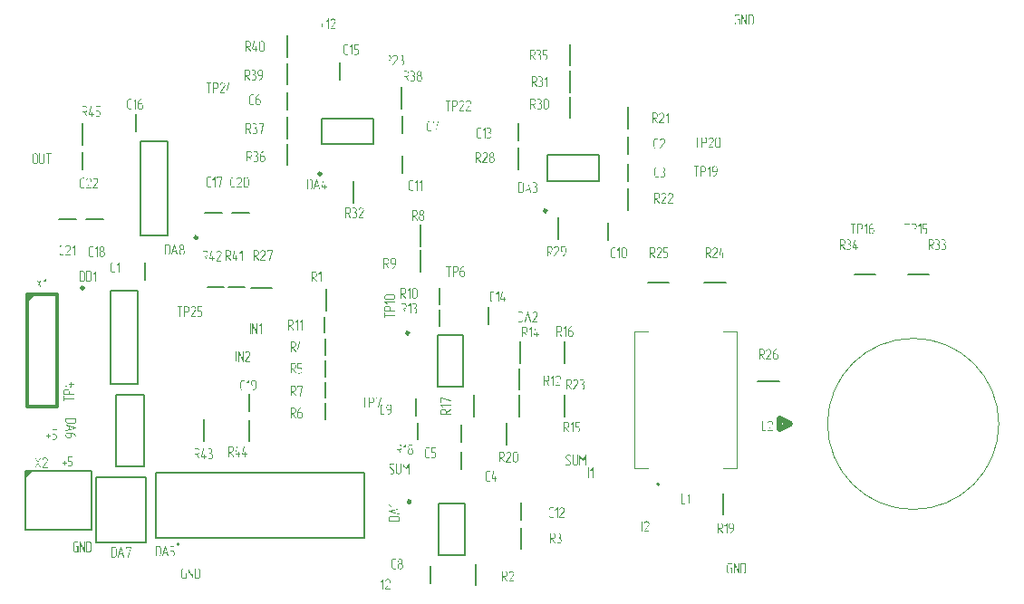
<source format=gto>
G04*
G04 #@! TF.GenerationSoftware,Altium Limited,Altium Designer,24.0.1 (36)*
G04*
G04 Layer_Color=65535*
%FSLAX44Y44*%
%MOMM*%
G71*
G04*
G04 #@! TF.SameCoordinates,83D3E5EA-02E8-40D7-8CE6-FF436373F7BA*
G04*
G04*
G04 #@! TF.FilePolarity,Positive*
G04*
G01*
G75*
%ADD10C,0.1000*%
%ADD11C,0.2000*%
%ADD12C,0.3000*%
%ADD13C,0.5000*%
%ADD14C,0.1270*%
G36*
X419578Y462450D02*
X419674Y462440D01*
X419769Y462429D01*
X419885Y462408D01*
X420012Y462376D01*
X420297Y462292D01*
X420445Y462239D01*
X420603Y462165D01*
X420751Y462091D01*
X420910Y461996D01*
X421068Y461890D01*
X421216Y461763D01*
X421227Y461753D01*
X421248Y461732D01*
X421290Y461690D01*
X421354Y461637D01*
X421417Y461563D01*
X421480Y461478D01*
X421565Y461383D01*
X421639Y461278D01*
X421713Y461151D01*
X421797Y461013D01*
X421861Y460876D01*
X421935Y460718D01*
X421988Y460559D01*
X422030Y460390D01*
X422051Y460210D01*
X422062Y460020D01*
Y460009D01*
Y459957D01*
X422051Y459893D01*
Y459809D01*
X422030Y459703D01*
X422009Y459587D01*
X421988Y459460D01*
X421945Y459333D01*
Y459323D01*
X421924Y459280D01*
X421903Y459207D01*
X421861Y459111D01*
X421808Y459006D01*
X421744Y458879D01*
X421671Y458731D01*
X421586Y458573D01*
X418057Y453247D01*
X421649D01*
X421702Y453237D01*
X421776Y453194D01*
X421819Y453173D01*
X421861Y453131D01*
X421871D01*
X421882Y453110D01*
X421924Y453057D01*
X421956Y452983D01*
X421977Y452930D01*
Y452888D01*
Y452877D01*
Y452867D01*
X421966Y452814D01*
X421935Y452729D01*
X421882Y452645D01*
X421871Y452624D01*
X421819Y452592D01*
X421744Y452560D01*
X421628Y452539D01*
X417370D01*
X417317Y452550D01*
X417233Y452581D01*
X417148Y452645D01*
Y452655D01*
X417127Y452666D01*
X417095Y452729D01*
X417064Y452814D01*
X417043Y452920D01*
Y452941D01*
X417053Y452972D01*
X417064Y453036D01*
X417095Y453088D01*
X420984Y458974D01*
X421132Y459249D01*
X421237Y459502D01*
Y459513D01*
X421248Y459545D01*
X421269Y459597D01*
X421290Y459661D01*
X421301Y459745D01*
X421322Y459830D01*
X421333Y460020D01*
Y460031D01*
Y460052D01*
Y460094D01*
X421322Y460136D01*
X421311Y460200D01*
X421301Y460274D01*
X421259Y460443D01*
X421185Y460633D01*
X421079Y460834D01*
X421016Y460939D01*
X420942Y461045D01*
X420846Y461140D01*
X420741Y461235D01*
X420730Y461246D01*
X420699Y461278D01*
X420646Y461309D01*
X420572Y461362D01*
X420487Y461425D01*
X420382Y461478D01*
X420265Y461542D01*
X420139Y461595D01*
X420128Y461605D01*
X420086Y461616D01*
X420012Y461637D01*
X419927Y461668D01*
X419822Y461700D01*
X419705Y461721D01*
X419578Y461732D01*
X419441Y461742D01*
X419356D01*
X419261Y461732D01*
X419145Y461711D01*
X419008Y461679D01*
X418849Y461626D01*
X418691Y461563D01*
X418532Y461468D01*
X418511Y461457D01*
X418458Y461415D01*
X418384Y461341D01*
X418289Y461246D01*
X418184Y461119D01*
X418067Y460961D01*
X417951Y460760D01*
X417845Y460527D01*
X417835Y460506D01*
X417814Y460464D01*
X417782Y460411D01*
X417729Y460358D01*
X417719Y460348D01*
X417677Y460337D01*
X417613Y460316D01*
X417529Y460295D01*
X417507D01*
X417444Y460305D01*
X417360Y460337D01*
X417264Y460390D01*
X417243Y460411D01*
X417212Y460453D01*
X417180Y460538D01*
X417159Y460644D01*
X417180Y460770D01*
Y460781D01*
X417190Y460813D01*
X417212Y460855D01*
X417233Y460908D01*
X417264Y460982D01*
X417307Y461066D01*
X417412Y461256D01*
X417539Y461468D01*
X417698Y461690D01*
X417888Y461890D01*
X418110Y462070D01*
X418120D01*
X418131Y462091D01*
X418162Y462102D01*
X418205Y462133D01*
X418258Y462165D01*
X418321Y462197D01*
X418479Y462271D01*
X418670Y462334D01*
X418892Y462397D01*
X419145Y462440D01*
X419409Y462461D01*
X419505D01*
X419578Y462450D01*
D02*
G37*
G36*
X413207D02*
X413302Y462440D01*
X413397Y462429D01*
X413513Y462408D01*
X413640Y462376D01*
X413925Y462292D01*
X414073Y462239D01*
X414232Y462165D01*
X414380Y462091D01*
X414538Y461996D01*
X414697Y461890D01*
X414845Y461763D01*
X414855Y461753D01*
X414876Y461732D01*
X414919Y461690D01*
X414982Y461637D01*
X415045Y461563D01*
X415109Y461478D01*
X415193Y461383D01*
X415267Y461278D01*
X415341Y461151D01*
X415426Y461013D01*
X415489Y460876D01*
X415563Y460718D01*
X415616Y460559D01*
X415658Y460390D01*
X415679Y460210D01*
X415690Y460020D01*
Y460009D01*
Y459957D01*
X415679Y459893D01*
Y459809D01*
X415658Y459703D01*
X415637Y459587D01*
X415616Y459460D01*
X415574Y459333D01*
Y459323D01*
X415553Y459280D01*
X415532Y459207D01*
X415489Y459111D01*
X415436Y459006D01*
X415373Y458879D01*
X415299Y458731D01*
X415215Y458573D01*
X411685Y453247D01*
X415278D01*
X415331Y453237D01*
X415405Y453194D01*
X415447Y453173D01*
X415489Y453131D01*
X415500D01*
X415510Y453110D01*
X415553Y453057D01*
X415584Y452983D01*
X415606Y452930D01*
Y452888D01*
Y452877D01*
Y452867D01*
X415595Y452814D01*
X415563Y452729D01*
X415510Y452645D01*
X415500Y452624D01*
X415447Y452592D01*
X415373Y452560D01*
X415257Y452539D01*
X410998D01*
X410946Y452550D01*
X410861Y452581D01*
X410777Y452645D01*
Y452655D01*
X410756Y452666D01*
X410724Y452729D01*
X410692Y452814D01*
X410671Y452920D01*
Y452941D01*
X410681Y452972D01*
X410692Y453036D01*
X410724Y453088D01*
X414612Y458974D01*
X414760Y459249D01*
X414866Y459502D01*
Y459513D01*
X414876Y459545D01*
X414897Y459597D01*
X414919Y459661D01*
X414929Y459745D01*
X414950Y459830D01*
X414961Y460020D01*
Y460031D01*
Y460052D01*
Y460094D01*
X414950Y460136D01*
X414940Y460200D01*
X414929Y460274D01*
X414887Y460443D01*
X414813Y460633D01*
X414707Y460834D01*
X414644Y460939D01*
X414570Y461045D01*
X414475Y461140D01*
X414369Y461235D01*
X414359Y461246D01*
X414327Y461278D01*
X414274Y461309D01*
X414200Y461362D01*
X414116Y461425D01*
X414010Y461478D01*
X413894Y461542D01*
X413767Y461595D01*
X413756Y461605D01*
X413714Y461616D01*
X413640Y461637D01*
X413556Y461668D01*
X413450Y461700D01*
X413334Y461721D01*
X413207Y461732D01*
X413069Y461742D01*
X412985D01*
X412890Y461732D01*
X412774Y461711D01*
X412636Y461679D01*
X412478Y461626D01*
X412319Y461563D01*
X412161Y461468D01*
X412140Y461457D01*
X412087Y461415D01*
X412013Y461341D01*
X411918Y461246D01*
X411812Y461119D01*
X411696Y460961D01*
X411580Y460760D01*
X411474Y460527D01*
X411463Y460506D01*
X411442Y460464D01*
X411411Y460411D01*
X411358Y460358D01*
X411347Y460348D01*
X411305Y460337D01*
X411241Y460316D01*
X411157Y460295D01*
X411136D01*
X411073Y460305D01*
X410988Y460337D01*
X410893Y460390D01*
X410872Y460411D01*
X410840Y460453D01*
X410808Y460538D01*
X410787Y460644D01*
X410808Y460770D01*
Y460781D01*
X410819Y460813D01*
X410840Y460855D01*
X410861Y460908D01*
X410893Y460982D01*
X410935Y461066D01*
X411041Y461256D01*
X411168Y461468D01*
X411326Y461690D01*
X411516Y461890D01*
X411738Y462070D01*
X411749D01*
X411759Y462091D01*
X411791Y462102D01*
X411833Y462133D01*
X411886Y462165D01*
X411950Y462197D01*
X412108Y462271D01*
X412298Y462334D01*
X412520Y462397D01*
X412774Y462440D01*
X413038Y462461D01*
X413133D01*
X413207Y462450D01*
D02*
G37*
G36*
X407290Y462440D02*
X407364Y462429D01*
X407459Y462419D01*
X407554Y462397D01*
X407659Y462376D01*
X407903Y462302D01*
X408029Y462250D01*
X408156Y462186D01*
X408283Y462112D01*
X408410Y462038D01*
X408536Y461933D01*
X408663Y461827D01*
X408674Y461816D01*
X408716Y461774D01*
X408769Y461711D01*
X408832Y461637D01*
X408917Y461531D01*
X408991Y461415D01*
X409065Y461288D01*
X409128Y461151D01*
X409234Y460770D01*
X409276Y460548D01*
Y460326D01*
Y458900D01*
Y458890D01*
Y458858D01*
Y458815D01*
X409266Y458752D01*
X409255Y458678D01*
X409244Y458594D01*
X409202Y458393D01*
X409128Y458160D01*
X409075Y458034D01*
X409012Y457907D01*
X408938Y457780D01*
X408864Y457653D01*
X408758Y457526D01*
X408653Y457410D01*
X408642Y457400D01*
X408621Y457389D01*
X408589Y457357D01*
X408547Y457315D01*
X408484Y457273D01*
X408410Y457220D01*
X408325Y457157D01*
X408230Y457104D01*
X408008Y456987D01*
X407755Y456892D01*
X407607Y456850D01*
X407459Y456829D01*
X407300Y456808D01*
X407142Y456797D01*
X405018D01*
Y452888D01*
Y452877D01*
Y452856D01*
X405007Y452793D01*
X404976Y452698D01*
X404912Y452613D01*
X404891Y452603D01*
X404849Y452581D01*
X404764Y452550D01*
X404659Y452539D01*
X404648D01*
X404606Y452550D01*
X404532Y452571D01*
X404479Y452592D01*
X404416Y452613D01*
X404394Y452634D01*
X404363Y452676D01*
X404331Y452761D01*
X404310Y452888D01*
Y462091D01*
Y462102D01*
X404321Y462144D01*
X404331Y462207D01*
X404352Y462271D01*
X404394Y462334D01*
X404458Y462397D01*
X404542Y462440D01*
X404659Y462450D01*
X407226D01*
X407290Y462440D01*
D02*
G37*
G36*
X402619Y462450D02*
X402704Y462408D01*
X402746Y462387D01*
X402788Y462345D01*
X402799D01*
X402810Y462324D01*
X402852Y462271D01*
X402883Y462197D01*
X402905Y462144D01*
Y462102D01*
Y462091D01*
Y462080D01*
X402894Y462028D01*
X402862Y461943D01*
X402810Y461859D01*
X402788Y461838D01*
X402746Y461806D01*
X402662Y461774D01*
X402545Y461753D01*
X400770D01*
Y452888D01*
Y452877D01*
Y452856D01*
X400760Y452793D01*
X400728Y452698D01*
X400665Y452613D01*
X400643Y452603D01*
X400601Y452581D01*
X400517Y452550D01*
X400411Y452539D01*
X400400D01*
X400358Y452550D01*
X400284Y452571D01*
X400231Y452592D01*
X400168Y452613D01*
X400147Y452634D01*
X400115Y452676D01*
X400083Y452761D01*
X400062Y452888D01*
Y461753D01*
X398266D01*
X398192Y461763D01*
X398107Y461795D01*
X398023Y461848D01*
Y461859D01*
X398012Y461869D01*
X397981Y461922D01*
X397949Y462007D01*
X397938Y462102D01*
Y462112D01*
X397949Y462155D01*
X397970Y462218D01*
X398023Y462313D01*
Y462324D01*
X398044Y462334D01*
X398086Y462387D01*
X398171Y462440D01*
X398224Y462450D01*
X398287Y462461D01*
X402566D01*
X402619Y462450D01*
D02*
G37*
G36*
X701499Y162950D02*
X701594Y162940D01*
X701689Y162929D01*
X701805Y162908D01*
X701932Y162876D01*
X702217Y162792D01*
X702365Y162739D01*
X702524Y162665D01*
X702672Y162591D01*
X702830Y162496D01*
X702989Y162390D01*
X703137Y162264D01*
X703147Y162253D01*
X703168Y162232D01*
X703211Y162190D01*
X703274Y162137D01*
X703337Y162063D01*
X703401Y161978D01*
X703485Y161883D01*
X703559Y161777D01*
X703633Y161651D01*
X703718Y161513D01*
X703781Y161376D01*
X703855Y161217D01*
X703908Y161059D01*
X703950Y160890D01*
X703971Y160710D01*
X703982Y160520D01*
Y160509D01*
Y160457D01*
X703971Y160393D01*
Y160309D01*
X703950Y160203D01*
X703929Y160087D01*
X703908Y159960D01*
X703866Y159833D01*
Y159823D01*
X703845Y159780D01*
X703824Y159706D01*
X703781Y159611D01*
X703728Y159506D01*
X703665Y159379D01*
X703591Y159231D01*
X703507Y159073D01*
X699977Y153747D01*
X703570D01*
X703623Y153736D01*
X703697Y153694D01*
X703739Y153673D01*
X703781Y153631D01*
X703792D01*
X703802Y153610D01*
X703845Y153557D01*
X703876Y153483D01*
X703897Y153430D01*
Y153388D01*
Y153377D01*
Y153367D01*
X703887Y153314D01*
X703855Y153229D01*
X703802Y153145D01*
X703792Y153124D01*
X703739Y153092D01*
X703665Y153060D01*
X703549Y153039D01*
X699291D01*
X699238Y153050D01*
X699153Y153081D01*
X699069Y153145D01*
Y153155D01*
X699047Y153166D01*
X699016Y153229D01*
X698984Y153314D01*
X698963Y153420D01*
Y153441D01*
X698974Y153472D01*
X698984Y153536D01*
X699016Y153588D01*
X702904Y159474D01*
X703052Y159749D01*
X703158Y160002D01*
Y160013D01*
X703168Y160045D01*
X703190Y160097D01*
X703211Y160161D01*
X703221Y160245D01*
X703242Y160330D01*
X703253Y160520D01*
Y160531D01*
Y160552D01*
Y160594D01*
X703242Y160636D01*
X703232Y160700D01*
X703221Y160774D01*
X703179Y160943D01*
X703105Y161133D01*
X702999Y161334D01*
X702936Y161439D01*
X702862Y161545D01*
X702767Y161640D01*
X702661Y161735D01*
X702651Y161746D01*
X702619Y161777D01*
X702566Y161809D01*
X702492Y161862D01*
X702408Y161925D01*
X702302Y161978D01*
X702186Y162042D01*
X702059Y162094D01*
X702048Y162105D01*
X702006Y162116D01*
X701932Y162137D01*
X701848Y162168D01*
X701742Y162200D01*
X701626Y162221D01*
X701499Y162232D01*
X701362Y162242D01*
X701277D01*
X701182Y162232D01*
X701066Y162211D01*
X700928Y162179D01*
X700770Y162126D01*
X700611Y162063D01*
X700453Y161968D01*
X700432Y161957D01*
X700379Y161915D01*
X700305Y161841D01*
X700210Y161746D01*
X700104Y161619D01*
X699988Y161460D01*
X699872Y161260D01*
X699766Y161027D01*
X699755Y161006D01*
X699734Y160964D01*
X699703Y160911D01*
X699650Y160858D01*
X699639Y160848D01*
X699597Y160837D01*
X699534Y160816D01*
X699449Y160795D01*
X699428D01*
X699364Y160805D01*
X699280Y160837D01*
X699185Y160890D01*
X699164Y160911D01*
X699132Y160953D01*
X699100Y161038D01*
X699079Y161143D01*
X699100Y161270D01*
Y161281D01*
X699111Y161313D01*
X699132Y161355D01*
X699153Y161408D01*
X699185Y161482D01*
X699227Y161566D01*
X699333Y161756D01*
X699460Y161968D01*
X699618Y162190D01*
X699808Y162390D01*
X700030Y162570D01*
X700041D01*
X700051Y162591D01*
X700083Y162602D01*
X700125Y162633D01*
X700178Y162665D01*
X700242Y162697D01*
X700400Y162771D01*
X700590Y162834D01*
X700812Y162897D01*
X701066Y162940D01*
X701330Y162961D01*
X701425D01*
X701499Y162950D01*
D02*
G37*
G36*
X694441D02*
X694525Y162919D01*
X694610Y162866D01*
X694620D01*
X694631Y162845D01*
X694673Y162802D01*
X694705Y162718D01*
X694726Y162665D01*
Y162602D01*
Y153747D01*
X697220D01*
X697272Y153736D01*
X697357Y153694D01*
X697399Y153673D01*
X697441Y153631D01*
X697452D01*
X697463Y153610D01*
X697505Y153557D01*
X697537Y153483D01*
X697558Y153430D01*
Y153388D01*
Y153377D01*
Y153367D01*
X697547Y153314D01*
X697515Y153229D01*
X697463Y153145D01*
X697441Y153124D01*
X697399Y153092D01*
X697315Y153060D01*
X697198Y153039D01*
X694356D01*
X694314Y153050D01*
X694261Y153060D01*
X694198Y153081D01*
X694124Y153124D01*
X694071Y153187D01*
X694028Y153272D01*
X694018Y153388D01*
Y162602D01*
Y162612D01*
Y162623D01*
X694028Y162676D01*
X694060Y162750D01*
X694124Y162834D01*
Y162845D01*
X694145Y162855D01*
X694198Y162897D01*
X694271Y162940D01*
X694314Y162961D01*
X694388D01*
X694441Y162950D01*
D02*
G37*
G36*
X679198Y542950D02*
X679282Y542919D01*
X679367Y542866D01*
X679378D01*
X679388Y542845D01*
X679430Y542802D01*
X679462Y542718D01*
X679483Y542665D01*
Y542602D01*
Y533388D01*
Y533367D01*
X679473Y533324D01*
X679430Y533240D01*
X679409Y533187D01*
X679367Y533124D01*
X679346Y533113D01*
X679293Y533081D01*
X679219Y533050D01*
X679124Y533039D01*
X678944Y533081D01*
X678807Y533240D01*
X675225Y540985D01*
Y533388D01*
Y533377D01*
Y533356D01*
X675214Y533293D01*
X675183Y533208D01*
X675119Y533124D01*
X675098Y533113D01*
X675056Y533081D01*
X674971Y533050D01*
X674866Y533039D01*
X674855D01*
X674813Y533050D01*
X674739Y533071D01*
X674686Y533092D01*
X674623Y533124D01*
X674601Y533145D01*
X674570Y533187D01*
X674538Y533271D01*
X674517Y533388D01*
Y542602D01*
Y542612D01*
Y542623D01*
X674528Y542676D01*
X674559Y542750D01*
X674623Y542834D01*
Y542845D01*
X674644Y542855D01*
X674697Y542897D01*
X674771Y542940D01*
X674813Y542961D01*
X674918D01*
X674971Y542940D01*
X675035Y542919D01*
X675056Y542908D01*
X675088Y542887D01*
X675140Y542834D01*
X675183Y542750D01*
X678775Y535004D01*
Y542602D01*
Y542612D01*
Y542623D01*
X678786Y542676D01*
X678817Y542750D01*
X678881Y542834D01*
Y542845D01*
X678902Y542855D01*
X678955Y542897D01*
X679029Y542940D01*
X679071Y542961D01*
X679145D01*
X679198Y542950D01*
D02*
G37*
G36*
X683868D02*
X683942Y542940D01*
X684027Y542929D01*
X684122Y542908D01*
X684238Y542887D01*
X684471Y542813D01*
X684597Y542760D01*
X684724Y542697D01*
X684851Y542623D01*
X684978Y542549D01*
X685104Y542443D01*
X685221Y542337D01*
X685231Y542327D01*
X685252Y542306D01*
X685284Y542274D01*
X685316Y542232D01*
X685369Y542168D01*
X685421Y542094D01*
X685474Y542010D01*
X685538Y541915D01*
X685654Y541693D01*
X685760Y541439D01*
X685791Y541291D01*
X685823Y541143D01*
X685844Y540985D01*
X685855Y540826D01*
Y535163D01*
Y535152D01*
Y535121D01*
Y535078D01*
X685844Y535015D01*
X685834Y534941D01*
X685823Y534856D01*
X685802Y534751D01*
X685781Y534645D01*
X685707Y534413D01*
X685654Y534286D01*
X685591Y534159D01*
X685517Y534032D01*
X685443Y533905D01*
X685337Y533779D01*
X685231Y533662D01*
X685221Y533652D01*
X685200Y533631D01*
X685168Y533610D01*
X685126Y533567D01*
X685062Y533515D01*
X684988Y533462D01*
X684904Y533409D01*
X684809Y533356D01*
X684587Y533240D01*
X684333Y533134D01*
X684185Y533092D01*
X684037Y533071D01*
X683879Y533050D01*
X683720Y533039D01*
X681227D01*
X681184Y533050D01*
X681132Y533060D01*
X681068Y533081D01*
X680994Y533124D01*
X680941Y533187D01*
X680899Y533271D01*
X680889Y533388D01*
Y542602D01*
Y542612D01*
X680899Y542654D01*
X680910Y542718D01*
X680931Y542781D01*
X680973Y542845D01*
X681036Y542908D01*
X681121Y542950D01*
X681237Y542961D01*
X683805D01*
X683868Y542950D01*
D02*
G37*
G36*
X672816D02*
X672900Y542908D01*
X672943Y542887D01*
X672985Y542845D01*
X672995D01*
X673006Y542824D01*
X673048Y542771D01*
X673080Y542697D01*
X673101Y542644D01*
Y542602D01*
Y542591D01*
Y542580D01*
X673090Y542528D01*
X673059Y542443D01*
X673006Y542359D01*
X672985Y542337D01*
X672943Y542306D01*
X672858Y542274D01*
X672742Y542253D01*
X670216D01*
X670174Y542242D01*
X670058Y542232D01*
X669921Y542200D01*
X669762Y542147D01*
X669593Y542073D01*
X669424Y541968D01*
X669265Y541830D01*
X669244Y541809D01*
X669202Y541756D01*
X669139Y541672D01*
X669065Y541556D01*
X668980Y541408D01*
X668917Y541239D01*
X668875Y541038D01*
X668853Y540826D01*
Y535163D01*
Y535152D01*
Y535142D01*
Y535110D01*
X668864Y535068D01*
X668875Y534962D01*
X668906Y534825D01*
X668959Y534666D01*
X669033Y534497D01*
X669139Y534328D01*
X669276Y534159D01*
X669297Y534138D01*
X669350Y534096D01*
X669445Y534032D01*
X669561Y533958D01*
X669709Y533874D01*
X669878Y533810D01*
X670069Y533768D01*
X670269Y533747D01*
X672393D01*
Y537995D01*
X671315D01*
X671241Y538005D01*
X671157Y538037D01*
X671072Y538090D01*
Y538100D01*
X671062Y538111D01*
X671030Y538164D01*
X670998Y538248D01*
X670988Y538343D01*
Y538354D01*
X670998Y538396D01*
X671019Y538460D01*
X671072Y538555D01*
Y538565D01*
X671093Y538576D01*
X671136Y538629D01*
X671220Y538681D01*
X671273Y538692D01*
X671336Y538703D01*
X672795D01*
X672858Y538681D01*
X672921Y538660D01*
X672985Y538618D01*
X673048Y538555D01*
X673090Y538460D01*
X673101Y538343D01*
Y533388D01*
Y533377D01*
Y533335D01*
X673080Y533282D01*
X673059Y533219D01*
X673017Y533145D01*
X672953Y533092D01*
X672858Y533050D01*
X672742Y533039D01*
X670185D01*
X670132Y533050D01*
X670058Y533060D01*
X669973Y533071D01*
X669878Y533092D01*
X669773Y533113D01*
X669551Y533187D01*
X669424Y533240D01*
X669297Y533303D01*
X669170Y533367D01*
X669044Y533451D01*
X668917Y533546D01*
X668790Y533652D01*
X668779Y533662D01*
X668758Y533684D01*
X668727Y533715D01*
X668695Y533758D01*
X668642Y533821D01*
X668589Y533895D01*
X668526Y533979D01*
X668473Y534075D01*
X668346Y534286D01*
X668251Y534550D01*
X668209Y534687D01*
X668177Y534835D01*
X668156Y534994D01*
X668145Y535163D01*
Y540826D01*
Y540837D01*
Y540869D01*
Y540911D01*
X668156Y540974D01*
X668167Y541048D01*
X668177Y541133D01*
X668198Y541228D01*
X668219Y541334D01*
X668293Y541566D01*
X668346Y541693D01*
X668410Y541820D01*
X668473Y541946D01*
X668558Y542073D01*
X668653Y542200D01*
X668758Y542316D01*
X668769Y542327D01*
X668790Y542348D01*
X668822Y542380D01*
X668864Y542422D01*
X668927Y542464D01*
X669001Y542517D01*
X669086Y542580D01*
X669181Y542644D01*
X669392Y542760D01*
X669656Y542866D01*
X669794Y542897D01*
X669942Y542929D01*
X670100Y542950D01*
X670269Y542961D01*
X672763D01*
X672816Y542950D01*
D02*
G37*
G36*
X52655Y165193D02*
X52718Y165182D01*
X52781Y165161D01*
X52845Y165119D01*
X52908Y165055D01*
X52950Y164971D01*
X52961Y164855D01*
Y162287D01*
X52950Y162224D01*
X52940Y162150D01*
X52929Y162065D01*
X52908Y161970D01*
X52887Y161854D01*
X52813Y161621D01*
X52760Y161495D01*
X52697Y161368D01*
X52623Y161241D01*
X52549Y161114D01*
X52443Y160987D01*
X52337Y160871D01*
X52327Y160861D01*
X52306Y160839D01*
X52274Y160808D01*
X52232Y160776D01*
X52168Y160723D01*
X52094Y160670D01*
X52010Y160618D01*
X51915Y160554D01*
X51693Y160438D01*
X51439Y160332D01*
X51291Y160301D01*
X51143Y160269D01*
X50985Y160248D01*
X50827Y160237D01*
X45163D01*
X45152D01*
X45121D01*
X45078D01*
X45015Y160248D01*
X44941Y160258D01*
X44857Y160269D01*
X44751Y160290D01*
X44645Y160311D01*
X44413Y160385D01*
X44286Y160438D01*
X44159Y160501D01*
X44032Y160575D01*
X43906Y160649D01*
X43779Y160755D01*
X43663Y160861D01*
X43652Y160871D01*
X43631Y160892D01*
X43610Y160924D01*
X43567Y160966D01*
X43514Y161030D01*
X43462Y161103D01*
X43409Y161188D01*
X43356Y161283D01*
X43240Y161505D01*
X43134Y161759D01*
X43092Y161907D01*
X43071Y162055D01*
X43050Y162213D01*
X43039Y162372D01*
Y164865D01*
X43050Y164907D01*
X43060Y164960D01*
X43081Y165024D01*
X43124Y165098D01*
X43187Y165151D01*
X43271Y165193D01*
X43388Y165203D01*
X52602D01*
X52612D01*
X52655Y165193D01*
D02*
G37*
G36*
X43483Y158832D02*
X52623Y156359D01*
X52633D01*
X52676Y156338D01*
X52728Y156317D01*
X52781Y156285D01*
X52845Y156243D01*
X52887Y156180D01*
X52929Y156106D01*
X52940Y156021D01*
Y155979D01*
X52919Y155937D01*
X52898Y155873D01*
X52866Y155820D01*
X52802Y155757D01*
X52728Y155715D01*
X52623Y155672D01*
X43483Y153200D01*
X43377Y153179D01*
X43367D01*
X43356D01*
X43303Y153189D01*
X43219Y153232D01*
X43176Y153253D01*
X43134Y153295D01*
X43124Y153316D01*
X43092Y153369D01*
X43050Y153454D01*
X43039Y153549D01*
Y153570D01*
X43050Y153612D01*
X43071Y153675D01*
X43102Y153749D01*
X43113Y153760D01*
X43155Y153792D01*
X43219Y153834D01*
X43303Y153876D01*
X45871Y154573D01*
Y157458D01*
X43303Y158155D01*
X43282D01*
X43240Y158177D01*
X43176Y158208D01*
X43113Y158272D01*
X43102Y158293D01*
X43081Y158335D01*
X43050Y158409D01*
X43039Y158494D01*
Y158515D01*
X43050Y158578D01*
X43081Y158663D01*
X43134Y158747D01*
X43155Y158768D01*
X43198Y158800D01*
X43282Y158832D01*
X43388Y158853D01*
X43483Y158832D01*
D02*
G37*
G36*
X48565Y151742D02*
X48692Y151731D01*
X48840Y151710D01*
X49009Y151689D01*
X49199Y151657D01*
X49400Y151615D01*
X49622Y151573D01*
X49844Y151509D01*
X50076Y151435D01*
X50309Y151351D01*
X50541Y151245D01*
X50784Y151129D01*
X51017Y151002D01*
X51027Y150991D01*
X51080Y150960D01*
X51143Y150918D01*
X51239Y150844D01*
X51344Y150759D01*
X51471Y150664D01*
X51608Y150537D01*
X51756Y150400D01*
X51915Y150241D01*
X52073Y150072D01*
X52232Y149882D01*
X52390Y149681D01*
X52538Y149459D01*
X52676Y149216D01*
X52813Y148963D01*
X52929Y148699D01*
X52961Y148551D01*
Y148530D01*
X52950Y148466D01*
X52908Y148382D01*
X52887Y148350D01*
X52845Y148308D01*
X52824Y148297D01*
X52771Y148255D01*
X52686Y148223D01*
X52591Y148212D01*
X52570D01*
X52528Y148223D01*
X52475Y148234D01*
X52411Y148265D01*
X52401Y148276D01*
X52369Y148308D01*
X52316Y148361D01*
X52263Y148445D01*
X52211Y148582D01*
X52137Y148730D01*
X51989Y149037D01*
X51978Y149047D01*
X51957Y149079D01*
X51925Y149132D01*
X51883Y149206D01*
X51820Y149290D01*
X51756Y149375D01*
X51608Y149565D01*
X51587Y149586D01*
X51545Y149639D01*
X51460Y149724D01*
X51355Y149829D01*
X51217Y149967D01*
X51048Y150104D01*
X50858Y150252D01*
X50636Y150410D01*
X50615Y150421D01*
X50562Y150453D01*
X50478Y150505D01*
X50362Y150558D01*
X50214Y150632D01*
X50055Y150706D01*
X49875Y150780D01*
X49685Y150854D01*
X49675D01*
X49664Y150865D01*
X49633Y150875D01*
X49601Y150886D01*
X49495Y150918D01*
X49368Y150949D01*
X49210Y150981D01*
X49051Y151013D01*
X48872Y151034D01*
X48703Y151044D01*
Y148847D01*
X48692Y148783D01*
X48682Y148699D01*
X48671Y148614D01*
X48650Y148519D01*
X48629Y148403D01*
X48555Y148170D01*
X48502Y148043D01*
X48439Y147917D01*
X48365Y147790D01*
X48291Y147663D01*
X48185Y147536D01*
X48079Y147420D01*
X48069Y147409D01*
X48047Y147388D01*
X48016Y147367D01*
X47974Y147325D01*
X47910Y147272D01*
X47836Y147219D01*
X47752Y147167D01*
X47667Y147103D01*
X47445Y146997D01*
X47192Y146892D01*
X47044Y146849D01*
X46896Y146828D01*
X46737Y146807D01*
X46579Y146797D01*
X45163D01*
X45152D01*
X45121D01*
X45078D01*
X45015Y146807D01*
X44941Y146818D01*
X44846Y146828D01*
X44751Y146849D01*
X44645Y146871D01*
X44402Y146945D01*
X44275Y146997D01*
X44149Y147061D01*
X44022Y147135D01*
X43895Y147209D01*
X43768Y147314D01*
X43652Y147420D01*
X43641Y147431D01*
X43631Y147452D01*
X43599Y147483D01*
X43557Y147526D01*
X43514Y147589D01*
X43462Y147663D01*
X43398Y147748D01*
X43345Y147843D01*
X43229Y148065D01*
X43134Y148318D01*
X43092Y148456D01*
X43071Y148603D01*
X43050Y148762D01*
X43039Y148920D01*
Y149713D01*
X43050Y149766D01*
X43060Y149840D01*
X43071Y149924D01*
X43092Y150019D01*
X43113Y150125D01*
X43187Y150347D01*
X43240Y150474D01*
X43303Y150601D01*
X43367Y150727D01*
X43451Y150854D01*
X43546Y150981D01*
X43652Y151108D01*
X43663Y151118D01*
X43684Y151139D01*
X43715Y151171D01*
X43758Y151203D01*
X43821Y151256D01*
X43895Y151308D01*
X43980Y151372D01*
X44075Y151425D01*
X44286Y151552D01*
X44550Y151647D01*
X44687Y151689D01*
X44835Y151721D01*
X44994Y151742D01*
X45163Y151752D01*
X48312D01*
X48333D01*
X48375D01*
X48460D01*
X48565Y151742D01*
D02*
G37*
G36*
X162198Y24950D02*
X162282Y24919D01*
X162367Y24866D01*
X162377D01*
X162388Y24845D01*
X162430Y24802D01*
X162462Y24718D01*
X162483Y24665D01*
Y24602D01*
Y15388D01*
Y15367D01*
X162472Y15324D01*
X162430Y15240D01*
X162409Y15187D01*
X162367Y15124D01*
X162346Y15113D01*
X162293Y15081D01*
X162219Y15050D01*
X162124Y15039D01*
X161944Y15081D01*
X161807Y15240D01*
X158225Y22985D01*
Y15388D01*
Y15377D01*
Y15356D01*
X158214Y15293D01*
X158183Y15208D01*
X158119Y15124D01*
X158098Y15113D01*
X158056Y15081D01*
X157971Y15050D01*
X157866Y15039D01*
X157855D01*
X157813Y15050D01*
X157739Y15071D01*
X157686Y15092D01*
X157623Y15124D01*
X157601Y15145D01*
X157570Y15187D01*
X157538Y15272D01*
X157517Y15388D01*
Y24602D01*
Y24612D01*
Y24623D01*
X157528Y24676D01*
X157559Y24750D01*
X157623Y24834D01*
Y24845D01*
X157644Y24855D01*
X157697Y24897D01*
X157771Y24940D01*
X157813Y24961D01*
X157918D01*
X157971Y24940D01*
X158035Y24919D01*
X158056Y24908D01*
X158088Y24887D01*
X158140Y24834D01*
X158183Y24750D01*
X161775Y17004D01*
Y24602D01*
Y24612D01*
Y24623D01*
X161786Y24676D01*
X161817Y24750D01*
X161881Y24834D01*
Y24845D01*
X161902Y24855D01*
X161955Y24897D01*
X162029Y24940D01*
X162071Y24961D01*
X162145D01*
X162198Y24950D01*
D02*
G37*
G36*
X166868D02*
X166942Y24940D01*
X167027Y24929D01*
X167122Y24908D01*
X167238Y24887D01*
X167470Y24813D01*
X167597Y24760D01*
X167724Y24697D01*
X167851Y24623D01*
X167978Y24549D01*
X168104Y24443D01*
X168221Y24337D01*
X168231Y24327D01*
X168252Y24306D01*
X168284Y24274D01*
X168316Y24232D01*
X168369Y24169D01*
X168421Y24095D01*
X168474Y24010D01*
X168538Y23915D01*
X168654Y23693D01*
X168760Y23439D01*
X168791Y23291D01*
X168823Y23143D01*
X168844Y22985D01*
X168855Y22826D01*
Y17163D01*
Y17152D01*
Y17121D01*
Y17078D01*
X168844Y17015D01*
X168834Y16941D01*
X168823Y16856D01*
X168802Y16751D01*
X168781Y16645D01*
X168707Y16413D01*
X168654Y16286D01*
X168591Y16159D01*
X168517Y16032D01*
X168443Y15905D01*
X168337Y15779D01*
X168231Y15662D01*
X168221Y15652D01*
X168200Y15631D01*
X168168Y15610D01*
X168126Y15567D01*
X168062Y15515D01*
X167988Y15462D01*
X167904Y15409D01*
X167809Y15356D01*
X167587Y15240D01*
X167333Y15134D01*
X167185Y15092D01*
X167037Y15071D01*
X166879Y15050D01*
X166720Y15039D01*
X164227D01*
X164184Y15050D01*
X164132Y15060D01*
X164068Y15081D01*
X163994Y15124D01*
X163941Y15187D01*
X163899Y15272D01*
X163888Y15388D01*
Y24602D01*
Y24612D01*
X163899Y24655D01*
X163910Y24718D01*
X163931Y24781D01*
X163973Y24845D01*
X164036Y24908D01*
X164121Y24950D01*
X164237Y24961D01*
X166805D01*
X166868Y24950D01*
D02*
G37*
G36*
X155816D02*
X155900Y24908D01*
X155942Y24887D01*
X155985Y24845D01*
X155995D01*
X156006Y24824D01*
X156048Y24771D01*
X156080Y24697D01*
X156101Y24644D01*
Y24602D01*
Y24591D01*
Y24581D01*
X156090Y24528D01*
X156059Y24443D01*
X156006Y24359D01*
X155985Y24337D01*
X155942Y24306D01*
X155858Y24274D01*
X155742Y24253D01*
X153216D01*
X153174Y24242D01*
X153058Y24232D01*
X152921Y24200D01*
X152762Y24147D01*
X152593Y24073D01*
X152424Y23968D01*
X152265Y23830D01*
X152244Y23809D01*
X152202Y23756D01*
X152139Y23672D01*
X152065Y23556D01*
X151980Y23408D01*
X151917Y23239D01*
X151874Y23038D01*
X151853Y22826D01*
Y17163D01*
Y17152D01*
Y17142D01*
Y17110D01*
X151864Y17068D01*
X151874Y16962D01*
X151906Y16825D01*
X151959Y16666D01*
X152033Y16497D01*
X152139Y16328D01*
X152276Y16159D01*
X152297Y16138D01*
X152350Y16096D01*
X152445Y16032D01*
X152561Y15958D01*
X152709Y15874D01*
X152878Y15810D01*
X153069Y15768D01*
X153269Y15747D01*
X155393D01*
Y19995D01*
X154315D01*
X154241Y20005D01*
X154157Y20037D01*
X154072Y20090D01*
Y20100D01*
X154062Y20111D01*
X154030Y20164D01*
X153998Y20248D01*
X153988Y20343D01*
Y20354D01*
X153998Y20396D01*
X154019Y20460D01*
X154072Y20555D01*
Y20565D01*
X154093Y20576D01*
X154136Y20629D01*
X154220Y20682D01*
X154273Y20692D01*
X154336Y20703D01*
X155795D01*
X155858Y20682D01*
X155921Y20660D01*
X155985Y20618D01*
X156048Y20555D01*
X156090Y20460D01*
X156101Y20343D01*
Y15388D01*
Y15377D01*
Y15335D01*
X156080Y15282D01*
X156059Y15219D01*
X156017Y15145D01*
X155953Y15092D01*
X155858Y15050D01*
X155742Y15039D01*
X153185D01*
X153132Y15050D01*
X153058Y15060D01*
X152973Y15071D01*
X152878Y15092D01*
X152773Y15113D01*
X152551Y15187D01*
X152424Y15240D01*
X152297Y15303D01*
X152170Y15367D01*
X152044Y15451D01*
X151917Y15546D01*
X151790Y15652D01*
X151779Y15662D01*
X151758Y15684D01*
X151727Y15715D01*
X151695Y15758D01*
X151642Y15821D01*
X151589Y15895D01*
X151526Y15979D01*
X151473Y16075D01*
X151346Y16286D01*
X151251Y16550D01*
X151209Y16687D01*
X151177Y16835D01*
X151156Y16994D01*
X151145Y17163D01*
Y22826D01*
Y22837D01*
Y22869D01*
Y22911D01*
X151156Y22975D01*
X151166Y23048D01*
X151177Y23133D01*
X151198Y23228D01*
X151219Y23334D01*
X151293Y23566D01*
X151346Y23693D01*
X151410Y23820D01*
X151473Y23947D01*
X151558Y24073D01*
X151653Y24200D01*
X151758Y24316D01*
X151769Y24327D01*
X151790Y24348D01*
X151822Y24380D01*
X151864Y24422D01*
X151927Y24464D01*
X152001Y24517D01*
X152086Y24581D01*
X152181Y24644D01*
X152392Y24760D01*
X152656Y24866D01*
X152794Y24897D01*
X152942Y24929D01*
X153100Y24950D01*
X153269Y24961D01*
X155763D01*
X155816Y24950D01*
D02*
G37*
G36*
X356846Y504950D02*
X356931Y504940D01*
X357015Y504929D01*
X357110Y504908D01*
X357226Y504887D01*
X357459Y504813D01*
X357586Y504760D01*
X357712Y504697D01*
X357839Y504623D01*
X357966Y504549D01*
X358093Y504443D01*
X358209Y504338D01*
X358220Y504327D01*
X358241Y504306D01*
X358262Y504274D01*
X358304Y504232D01*
X358357Y504168D01*
X358410Y504095D01*
X358463Y504010D01*
X358526Y503915D01*
X358632Y503703D01*
X358737Y503439D01*
X358780Y503302D01*
X358801Y503154D01*
X358822Y502996D01*
X358833Y502826D01*
Y502119D01*
Y501886D01*
Y501738D01*
X358780Y501601D01*
Y501590D01*
Y501569D01*
X358769Y501527D01*
X358759Y501485D01*
X358706Y501347D01*
X358632Y501199D01*
X358621Y501178D01*
X358600Y501136D01*
X358547Y501062D01*
X358484Y500967D01*
X358399Y500851D01*
X358304Y500724D01*
X358177Y500597D01*
X358040Y500460D01*
X358050D01*
X358061Y500449D01*
X358125Y500417D01*
X358209Y500354D01*
X358315Y500280D01*
X358442Y500174D01*
X358579Y500037D01*
X358716Y499879D01*
X358843Y499699D01*
Y499688D01*
X358854Y499678D01*
X358875Y499646D01*
X358896Y499604D01*
X358949Y499498D01*
X359012Y499361D01*
X359076Y499192D01*
X359128Y499002D01*
X359171Y498801D01*
X359181Y498579D01*
Y497163D01*
Y497152D01*
Y497121D01*
Y497078D01*
X359171Y497015D01*
X359160Y496941D01*
X359149Y496846D01*
X359128Y496751D01*
X359107Y496645D01*
X359033Y496402D01*
X358980Y496275D01*
X358917Y496148D01*
X358843Y496022D01*
X358769Y495895D01*
X358663Y495768D01*
X358558Y495652D01*
X358547Y495641D01*
X358526Y495631D01*
X358494Y495599D01*
X358452Y495557D01*
X358389Y495515D01*
X358315Y495462D01*
X358230Y495398D01*
X358135Y495345D01*
X357913Y495229D01*
X357660Y495134D01*
X357522Y495092D01*
X357374Y495071D01*
X357216Y495050D01*
X357057Y495039D01*
X355261D01*
X355187Y495050D01*
X355103Y495081D01*
X355018Y495134D01*
Y495145D01*
X355007Y495155D01*
X354976Y495208D01*
X354944Y495293D01*
X354934Y495388D01*
Y495398D01*
X354944Y495441D01*
X354965Y495504D01*
X355018Y495599D01*
Y495610D01*
X355039Y495620D01*
X355081Y495673D01*
X355166Y495726D01*
X355219Y495736D01*
X355282Y495747D01*
X357110D01*
X357152Y495758D01*
X357269Y495768D01*
X357406Y495800D01*
X357565Y495842D01*
X357733Y495916D01*
X357903Y496011D01*
X358061Y496148D01*
X358082Y496170D01*
X358125Y496222D01*
X358188Y496307D01*
X358272Y496434D01*
X358346Y496582D01*
X358410Y496751D01*
X358452Y496952D01*
X358473Y497163D01*
Y498579D01*
Y498589D01*
Y498600D01*
Y498632D01*
X358463Y498674D01*
X358452Y498780D01*
X358420Y498917D01*
X358378Y499075D01*
X358304Y499244D01*
X358199Y499414D01*
X358061Y499572D01*
X358040Y499593D01*
X357987Y499635D01*
X357903Y499709D01*
X357776Y499783D01*
X357628Y499857D01*
X357459Y499931D01*
X357269Y499974D01*
X357047Y499995D01*
X356677D01*
X356603Y500005D01*
X356518Y500037D01*
X356434Y500090D01*
Y500100D01*
X356423Y500111D01*
X356392Y500164D01*
X356360Y500248D01*
X356349Y500343D01*
Y500354D01*
X356360Y500396D01*
X356381Y500460D01*
X356434Y500555D01*
Y500565D01*
X356455Y500576D01*
X356497Y500629D01*
X356582Y500681D01*
X356635Y500692D01*
X356698Y500703D01*
X356751D01*
X356793Y500713D01*
X356909Y500724D01*
X357047Y500756D01*
X357205Y500798D01*
X357374Y500872D01*
X357543Y500967D01*
X357702Y501104D01*
X357723Y501125D01*
X357765Y501178D01*
X357839Y501263D01*
X357913Y501390D01*
X357987Y501537D01*
X358061Y501707D01*
X358103Y501907D01*
X358125Y502119D01*
Y502826D01*
Y502837D01*
Y502858D01*
Y502879D01*
X358114Y502922D01*
X358103Y503038D01*
X358072Y503175D01*
X358029Y503334D01*
X357955Y503503D01*
X357850Y503672D01*
X357712Y503830D01*
X357691Y503851D01*
X357639Y503894D01*
X357554Y503968D01*
X357427Y504042D01*
X357279Y504116D01*
X357110Y504190D01*
X356920Y504232D01*
X356698Y504253D01*
X355261D01*
X355187Y504263D01*
X355103Y504295D01*
X355018Y504348D01*
Y504359D01*
X355007Y504369D01*
X354976Y504422D01*
X354944Y504507D01*
X354934Y504602D01*
Y504612D01*
X354944Y504655D01*
X354965Y504718D01*
X355018Y504813D01*
Y504824D01*
X355039Y504834D01*
X355081Y504887D01*
X355166Y504940D01*
X355219Y504950D01*
X355282Y504961D01*
X356783D01*
X356846Y504950D01*
D02*
G37*
G36*
X351087D02*
X351182Y504940D01*
X351278Y504929D01*
X351394Y504908D01*
X351521Y504876D01*
X351806Y504792D01*
X351954Y504739D01*
X352112Y504665D01*
X352260Y504591D01*
X352419Y504496D01*
X352577Y504390D01*
X352725Y504263D01*
X352736Y504253D01*
X352757Y504232D01*
X352799Y504190D01*
X352862Y504137D01*
X352926Y504063D01*
X352989Y503978D01*
X353074Y503883D01*
X353148Y503778D01*
X353222Y503651D01*
X353306Y503513D01*
X353370Y503376D01*
X353444Y503218D01*
X353496Y503059D01*
X353539Y502890D01*
X353560Y502710D01*
X353570Y502520D01*
Y502509D01*
Y502457D01*
X353560Y502393D01*
Y502309D01*
X353539Y502203D01*
X353518Y502087D01*
X353496Y501960D01*
X353454Y501833D01*
Y501823D01*
X353433Y501780D01*
X353412Y501707D01*
X353370Y501611D01*
X353317Y501506D01*
X353253Y501379D01*
X353179Y501231D01*
X353095Y501073D01*
X349566Y495747D01*
X353158D01*
X353211Y495736D01*
X353285Y495694D01*
X353327Y495673D01*
X353370Y495631D01*
X353380D01*
X353391Y495610D01*
X353433Y495557D01*
X353465Y495483D01*
X353486Y495430D01*
Y495388D01*
Y495377D01*
Y495367D01*
X353475Y495314D01*
X353444Y495229D01*
X353391Y495145D01*
X353380Y495124D01*
X353327Y495092D01*
X353253Y495060D01*
X353137Y495039D01*
X348879D01*
X348826Y495050D01*
X348741Y495081D01*
X348657Y495145D01*
Y495155D01*
X348636Y495166D01*
X348604Y495229D01*
X348573Y495314D01*
X348551Y495420D01*
Y495441D01*
X348562Y495472D01*
X348573Y495536D01*
X348604Y495588D01*
X352493Y501474D01*
X352640Y501749D01*
X352746Y502002D01*
Y502013D01*
X352757Y502045D01*
X352778Y502097D01*
X352799Y502161D01*
X352810Y502245D01*
X352831Y502330D01*
X352841Y502520D01*
Y502531D01*
Y502552D01*
Y502594D01*
X352831Y502636D01*
X352820Y502700D01*
X352810Y502774D01*
X352767Y502943D01*
X352693Y503133D01*
X352588Y503334D01*
X352524Y503439D01*
X352450Y503545D01*
X352355Y503640D01*
X352250Y503735D01*
X352239Y503746D01*
X352207Y503778D01*
X352155Y503809D01*
X352080Y503862D01*
X351996Y503925D01*
X351890Y503978D01*
X351774Y504042D01*
X351647Y504095D01*
X351637Y504105D01*
X351595Y504116D01*
X351521Y504137D01*
X351436Y504168D01*
X351330Y504200D01*
X351214Y504221D01*
X351087Y504232D01*
X350950Y504242D01*
X350865D01*
X350770Y504232D01*
X350654Y504211D01*
X350517Y504179D01*
X350358Y504126D01*
X350200Y504063D01*
X350041Y503968D01*
X350020Y503957D01*
X349967Y503915D01*
X349893Y503841D01*
X349798Y503746D01*
X349692Y503619D01*
X349576Y503461D01*
X349460Y503260D01*
X349354Y503027D01*
X349344Y503006D01*
X349323Y502964D01*
X349291Y502911D01*
X349238Y502858D01*
X349228Y502848D01*
X349185Y502837D01*
X349122Y502816D01*
X349037Y502795D01*
X349016D01*
X348953Y502805D01*
X348868Y502837D01*
X348773Y502890D01*
X348752Y502911D01*
X348720Y502953D01*
X348689Y503038D01*
X348668Y503144D01*
X348689Y503270D01*
Y503281D01*
X348699Y503313D01*
X348720Y503355D01*
X348741Y503408D01*
X348773Y503482D01*
X348815Y503566D01*
X348921Y503756D01*
X349048Y503968D01*
X349207Y504190D01*
X349397Y504390D01*
X349619Y504570D01*
X349629D01*
X349640Y504591D01*
X349671Y504602D01*
X349714Y504633D01*
X349767Y504665D01*
X349830Y504697D01*
X349988Y504771D01*
X350179Y504834D01*
X350401Y504897D01*
X350654Y504940D01*
X350918Y504961D01*
X351013D01*
X351087Y504950D01*
D02*
G37*
G36*
X345170Y504940D02*
X345244Y504929D01*
X345339Y504919D01*
X345434Y504897D01*
X345540Y504876D01*
X345783Y504802D01*
X345910Y504750D01*
X346036Y504686D01*
X346163Y504612D01*
X346290Y504538D01*
X346417Y504433D01*
X346544Y504327D01*
X346554Y504316D01*
X346597Y504274D01*
X346649Y504211D01*
X346713Y504137D01*
X346797Y504031D01*
X346871Y503915D01*
X346945Y503788D01*
X347009Y503651D01*
X347114Y503270D01*
X347157Y503048D01*
Y502826D01*
Y501400D01*
Y501390D01*
Y501358D01*
Y501315D01*
X347146Y501252D01*
X347136Y501178D01*
X347125Y501094D01*
X347083Y500893D01*
X347009Y500660D01*
X346956Y500534D01*
X346892Y500407D01*
X346819Y500280D01*
X346744Y500153D01*
X346639Y500026D01*
X346533Y499910D01*
X346523Y499900D01*
X346502Y499889D01*
X346470Y499857D01*
X346427Y499815D01*
X346364Y499773D01*
X346290Y499720D01*
X346206Y499657D01*
X346110Y499604D01*
X345889Y499487D01*
X345635Y499392D01*
X345487Y499350D01*
X345339Y499329D01*
X345181Y499308D01*
X345022Y499297D01*
X342898D01*
Y495388D01*
Y495377D01*
Y495356D01*
X342888Y495293D01*
X342856Y495198D01*
X342793Y495113D01*
X342771Y495103D01*
X342729Y495081D01*
X342645Y495050D01*
X342539Y495039D01*
X342528D01*
X342486Y495050D01*
X342412Y495071D01*
X342359Y495092D01*
X342296Y495113D01*
X342275Y495134D01*
X342243Y495176D01*
X342211Y495261D01*
X342190Y495388D01*
Y504591D01*
Y504602D01*
X342201Y504644D01*
X342211Y504707D01*
X342233Y504771D01*
X342275Y504834D01*
X342338Y504897D01*
X342423Y504940D01*
X342539Y504950D01*
X345107D01*
X345170Y504940D01*
D02*
G37*
G36*
X340500Y504950D02*
X340584Y504908D01*
X340626Y504887D01*
X340669Y504845D01*
X340679D01*
X340690Y504824D01*
X340732Y504771D01*
X340764Y504697D01*
X340785Y504644D01*
Y504602D01*
Y504591D01*
Y504580D01*
X340774Y504528D01*
X340743Y504443D01*
X340690Y504359D01*
X340669Y504338D01*
X340626Y504306D01*
X340542Y504274D01*
X340426Y504253D01*
X338651D01*
Y495388D01*
Y495377D01*
Y495356D01*
X338640Y495293D01*
X338608Y495198D01*
X338545Y495113D01*
X338524Y495103D01*
X338482Y495081D01*
X338397Y495050D01*
X338291Y495039D01*
X338281D01*
X338238Y495050D01*
X338165Y495071D01*
X338112Y495092D01*
X338048Y495113D01*
X338027Y495134D01*
X337995Y495176D01*
X337964Y495261D01*
X337943Y495388D01*
Y504253D01*
X336146D01*
X336072Y504263D01*
X335988Y504295D01*
X335903Y504348D01*
Y504359D01*
X335893Y504369D01*
X335861Y504422D01*
X335829Y504507D01*
X335819Y504602D01*
Y504612D01*
X335829Y504655D01*
X335850Y504718D01*
X335903Y504813D01*
Y504824D01*
X335924Y504834D01*
X335967Y504887D01*
X336051Y504940D01*
X336104Y504950D01*
X336167Y504961D01*
X340447D01*
X340500Y504950D01*
D02*
G37*
G36*
X27438Y150692D02*
X27522Y150660D01*
X27607Y150608D01*
X27617D01*
X27628Y150586D01*
X27670Y150544D01*
X27702Y150460D01*
X27723Y150407D01*
Y150343D01*
Y148927D01*
X29160D01*
X29213Y148917D01*
X29297Y148875D01*
X29340Y148854D01*
X29382Y148811D01*
X29392D01*
X29403Y148790D01*
X29445Y148737D01*
X29477Y148663D01*
X29498Y148610D01*
Y148568D01*
Y148558D01*
Y148547D01*
X29488Y148494D01*
X29456Y148410D01*
X29403Y148325D01*
X29382Y148304D01*
X29340Y148272D01*
X29255Y148241D01*
X29139Y148220D01*
X27723D01*
Y146804D01*
Y146793D01*
Y146772D01*
X27712Y146709D01*
X27681Y146624D01*
X27617Y146539D01*
X27596Y146529D01*
X27554Y146497D01*
X27469Y146466D01*
X27364Y146455D01*
X27353D01*
X27311Y146466D01*
X27237Y146487D01*
X27184Y146508D01*
X27121Y146539D01*
X27099Y146561D01*
X27068Y146603D01*
X27036Y146687D01*
X27015Y146804D01*
Y148220D01*
X25567D01*
X25493Y148230D01*
X25409Y148262D01*
X25324Y148315D01*
Y148325D01*
X25314Y148336D01*
X25282Y148389D01*
X25250Y148473D01*
X25240Y148568D01*
Y148579D01*
X25250Y148621D01*
X25271Y148685D01*
X25324Y148780D01*
Y148790D01*
X25345Y148801D01*
X25388Y148854D01*
X25472Y148906D01*
X25525Y148917D01*
X25589Y148927D01*
X27015D01*
Y150343D01*
Y150354D01*
Y150365D01*
X27025Y150417D01*
X27057Y150491D01*
X27121Y150576D01*
Y150586D01*
X27142Y150597D01*
X27195Y150639D01*
X27269Y150681D01*
X27311Y150703D01*
X27385D01*
X27438Y150692D01*
D02*
G37*
G36*
X34475Y154950D02*
X34559Y154908D01*
X34602Y154887D01*
X34644Y154845D01*
X34655D01*
X34665Y154824D01*
X34707Y154771D01*
X34739Y154697D01*
X34760Y154644D01*
Y154602D01*
Y154591D01*
Y154580D01*
X34750Y154528D01*
X34718Y154443D01*
X34665Y154359D01*
X34644Y154338D01*
X34602Y154306D01*
X34517Y154274D01*
X34401Y154253D01*
X31220D01*
Y150703D01*
X32721D01*
X32784Y150692D01*
X32858Y150681D01*
X32943Y150671D01*
X33048Y150650D01*
X33154Y150629D01*
X33386Y150544D01*
X33513Y150502D01*
X33640Y150438D01*
X33767Y150365D01*
X33894Y150280D01*
X34021Y150185D01*
X34137Y150069D01*
X34147Y150058D01*
X34168Y150037D01*
X34190Y150005D01*
X34232Y149963D01*
X34285Y149900D01*
X34337Y149826D01*
X34390Y149741D01*
X34454Y149646D01*
X34559Y149435D01*
X34665Y149181D01*
X34707Y149033D01*
X34729Y148896D01*
X34750Y148737D01*
X34760Y148579D01*
Y147163D01*
Y147152D01*
Y147121D01*
Y147078D01*
X34750Y147015D01*
X34739Y146941D01*
X34729Y146856D01*
X34707Y146751D01*
X34686Y146645D01*
X34612Y146413D01*
X34559Y146286D01*
X34496Y146159D01*
X34422Y146032D01*
X34348Y145906D01*
X34242Y145779D01*
X34137Y145662D01*
X34126Y145652D01*
X34105Y145631D01*
X34073Y145610D01*
X34031Y145567D01*
X33968Y145515D01*
X33894Y145462D01*
X33809Y145409D01*
X33714Y145356D01*
X33492Y145240D01*
X33239Y145134D01*
X33101Y145092D01*
X32953Y145071D01*
X32795Y145050D01*
X32636Y145039D01*
X30840D01*
X30766Y145050D01*
X30682Y145081D01*
X30597Y145134D01*
Y145145D01*
X30586Y145155D01*
X30555Y145208D01*
X30523Y145293D01*
X30512Y145388D01*
Y145398D01*
X30523Y145441D01*
X30544Y145504D01*
X30597Y145599D01*
Y145610D01*
X30618Y145620D01*
X30660Y145673D01*
X30745Y145726D01*
X30798Y145737D01*
X30861Y145747D01*
X32689D01*
X32731Y145758D01*
X32848Y145768D01*
X32985Y145800D01*
X33143Y145842D01*
X33313Y145916D01*
X33482Y146011D01*
X33640Y146149D01*
X33661Y146170D01*
X33703Y146222D01*
X33767Y146307D01*
X33851Y146434D01*
X33925Y146582D01*
X33989Y146751D01*
X34031Y146952D01*
X34052Y147163D01*
Y148579D01*
Y148589D01*
Y148610D01*
Y148632D01*
X34042Y148674D01*
X34031Y148790D01*
X33999Y148927D01*
X33957Y149086D01*
X33883Y149255D01*
X33777Y149424D01*
X33640Y149583D01*
X33619Y149604D01*
X33566Y149646D01*
X33482Y149709D01*
X33365Y149794D01*
X33217Y149868D01*
X33048Y149931D01*
X32848Y149974D01*
X32636Y149995D01*
X30851D01*
X30808Y150005D01*
X30756Y150016D01*
X30692Y150037D01*
X30618Y150079D01*
X30565Y150143D01*
X30523Y150227D01*
X30512Y150343D01*
Y154602D01*
Y154612D01*
X30523Y154655D01*
X30534Y154718D01*
X30555Y154781D01*
X30597Y154845D01*
X30660Y154908D01*
X30745Y154950D01*
X30861Y154961D01*
X34422D01*
X34475Y154950D01*
D02*
G37*
G36*
X60841Y49852D02*
X60883Y49841D01*
X60987Y49810D01*
X61039Y49768D01*
X61101Y49727D01*
X61112Y49716D01*
X61133Y49706D01*
X61153Y49675D01*
X61185Y49633D01*
X61247Y49529D01*
X61258Y49456D01*
X61268Y49383D01*
Y40479D01*
Y40469D01*
Y40458D01*
X61258Y40427D01*
X61247Y40385D01*
X61206Y40281D01*
X61174Y40208D01*
X61122Y40135D01*
X61112Y40125D01*
X61091Y40115D01*
X61060Y40094D01*
X61018Y40073D01*
X60893Y40021D01*
X60820Y40010D01*
X60747Y40000D01*
X60518Y40052D01*
X60341Y40260D01*
X57154Y47685D01*
Y40479D01*
Y40469D01*
Y40448D01*
X57144Y40406D01*
X57134Y40354D01*
X57102Y40240D01*
X57061Y40177D01*
X57019Y40125D01*
X57009D01*
X56988Y40104D01*
X56957Y40083D01*
X56915Y40062D01*
X56800Y40021D01*
X56738Y40010D01*
X56665Y40000D01*
X56644D01*
X56582Y40010D01*
X56540Y40021D01*
X56488Y40042D01*
X56415Y40062D01*
X56342Y40094D01*
X56332Y40104D01*
X56321Y40115D01*
X56290Y40146D01*
X56259Y40198D01*
X56228Y40250D01*
X56207Y40312D01*
X56186Y40396D01*
X56175Y40479D01*
Y49383D01*
Y49393D01*
Y49414D01*
X56186Y49446D01*
X56196Y49477D01*
X56238Y49581D01*
X56269Y49633D01*
X56311Y49695D01*
X56321Y49706D01*
X56342Y49727D01*
X56363Y49748D01*
X56405Y49779D01*
X56519Y49841D01*
X56582Y49852D01*
X56655Y49862D01*
X56675D01*
X56727Y49852D01*
X56800Y49841D01*
X56894Y49800D01*
X56905D01*
X56915Y49789D01*
X56936Y49758D01*
X56967Y49727D01*
X56998Y49675D01*
X57040Y49602D01*
X57081Y49518D01*
X57113Y49404D01*
X60289Y42187D01*
Y49383D01*
Y49393D01*
Y49414D01*
X60299Y49446D01*
X60310Y49477D01*
X60352Y49581D01*
X60383Y49633D01*
X60424Y49695D01*
X60435Y49706D01*
X60456Y49727D01*
X60487Y49748D01*
X60529Y49779D01*
X60633Y49841D01*
X60706Y49852D01*
X60778Y49862D01*
X60810D01*
X60841Y49852D01*
D02*
G37*
G36*
X65381D02*
X65465Y49841D01*
X65559Y49831D01*
X65652Y49810D01*
X65767Y49779D01*
X66006Y49706D01*
X66142Y49654D01*
X66267Y49591D01*
X66402Y49518D01*
X66537Y49425D01*
X66662Y49331D01*
X66787Y49216D01*
X66798Y49206D01*
X66819Y49185D01*
X66850Y49154D01*
X66891Y49102D01*
X66944Y49039D01*
X66996Y48966D01*
X67058Y48883D01*
X67121Y48779D01*
X67173Y48675D01*
X67235Y48550D01*
X67339Y48289D01*
X67381Y48144D01*
X67412Y47987D01*
X67433Y47831D01*
X67443Y47665D01*
Y42197D01*
Y42187D01*
Y42156D01*
Y42114D01*
X67433Y42041D01*
X67423Y41968D01*
X67412Y41874D01*
X67391Y41770D01*
X67360Y41666D01*
X67287Y41416D01*
X67235Y41291D01*
X67173Y41156D01*
X67100Y41031D01*
X67006Y40896D01*
X66912Y40771D01*
X66798Y40646D01*
X66787Y40635D01*
X66767Y40614D01*
X66735Y40583D01*
X66683Y40542D01*
X66621Y40500D01*
X66548Y40437D01*
X66454Y40385D01*
X66360Y40323D01*
X66256Y40260D01*
X66131Y40208D01*
X65871Y40104D01*
X65725Y40062D01*
X65569Y40031D01*
X65402Y40010D01*
X65236Y40000D01*
X62809D01*
X62757Y40010D01*
X62674Y40021D01*
X62590Y40062D01*
X62507Y40115D01*
X62424Y40198D01*
X62372Y40323D01*
X62361Y40396D01*
X62351Y40479D01*
Y49383D01*
Y49393D01*
Y49404D01*
X62361Y49456D01*
X62372Y49539D01*
X62414Y49623D01*
X62466Y49706D01*
X62549Y49789D01*
X62674Y49841D01*
X62747Y49862D01*
X65319D01*
X65381Y49852D01*
D02*
G37*
G36*
X54655D02*
X54697Y49841D01*
X54749Y49820D01*
X54811Y49800D01*
X54863Y49758D01*
X54926Y49706D01*
X54936Y49695D01*
X54947Y49675D01*
X54978Y49643D01*
X55009Y49612D01*
X55061Y49508D01*
X55072Y49446D01*
X55082Y49383D01*
Y49373D01*
Y49352D01*
X55072Y49321D01*
X55061Y49279D01*
X55030Y49164D01*
X54988Y49112D01*
X54947Y49050D01*
X54936Y49039D01*
X54926Y49029D01*
X54895Y48998D01*
X54853Y48977D01*
X54801Y48946D01*
X54749Y48914D01*
X54676Y48904D01*
X54593Y48894D01*
X52176D01*
X52114Y48883D01*
X52020Y48873D01*
X51895Y48852D01*
X51760Y48800D01*
X51614Y48737D01*
X51468Y48654D01*
X51333Y48529D01*
X51323Y48508D01*
X51281Y48467D01*
X51218Y48394D01*
X51156Y48289D01*
X51094Y48165D01*
X51031Y48019D01*
X50989Y47852D01*
X50979Y47665D01*
Y42197D01*
Y42187D01*
Y42176D01*
X50989Y42114D01*
X51000Y42020D01*
X51021Y41895D01*
X51073Y41760D01*
X51135Y41614D01*
X51218Y41468D01*
X51343Y41323D01*
X51364Y41312D01*
X51406Y41270D01*
X51489Y41208D01*
X51593Y41146D01*
X51718Y41083D01*
X51864Y41021D01*
X52020Y40979D01*
X52197Y40968D01*
X54103D01*
Y44780D01*
X53187D01*
X53145Y44790D01*
X53093Y44801D01*
X52978Y44843D01*
X52916Y44874D01*
X52864Y44915D01*
Y44926D01*
X52843Y44947D01*
X52822Y44978D01*
X52801Y45019D01*
X52760Y45134D01*
X52749Y45197D01*
X52739Y45269D01*
Y45290D01*
X52749Y45342D01*
X52791Y45436D01*
X52812Y45499D01*
X52853Y45561D01*
X52864Y45571D01*
X52874Y45592D01*
X52906Y45624D01*
X52947Y45655D01*
X52989Y45686D01*
X53051Y45717D01*
X53135Y45738D01*
X53218Y45749D01*
X54613D01*
X54665Y45738D01*
X54749Y45728D01*
X54843Y45686D01*
X54926Y45634D01*
X55009Y45551D01*
X55061Y45426D01*
X55082Y45353D01*
Y45269D01*
Y40479D01*
Y40458D01*
X55072Y40406D01*
X55061Y40323D01*
X55019Y40240D01*
X54967Y40156D01*
X54874Y40073D01*
X54759Y40021D01*
X54676Y40010D01*
X54593Y40000D01*
X52114D01*
X52052Y40010D01*
X51979Y40021D01*
X51895Y40031D01*
X51791Y40052D01*
X51687Y40083D01*
X51448Y40156D01*
X51323Y40208D01*
X51187Y40271D01*
X51062Y40344D01*
X50927Y40427D01*
X50792Y40521D01*
X50666Y40635D01*
X50656Y40646D01*
X50635Y40666D01*
X50604Y40698D01*
X50562Y40750D01*
X50510Y40812D01*
X50458Y40885D01*
X50396Y40968D01*
X50333Y41073D01*
X50271Y41177D01*
X50208Y41291D01*
X50104Y41562D01*
X50062Y41708D01*
X50031Y41864D01*
X50010Y42031D01*
X50000Y42197D01*
Y47665D01*
Y47675D01*
Y47706D01*
Y47748D01*
X50010Y47811D01*
X50021Y47883D01*
X50031Y47977D01*
X50052Y48071D01*
X50083Y48185D01*
X50156Y48425D01*
X50208Y48550D01*
X50260Y48675D01*
X50333Y48810D01*
X50417Y48946D01*
X50510Y49071D01*
X50625Y49196D01*
X50635Y49206D01*
X50656Y49227D01*
X50687Y49258D01*
X50739Y49300D01*
X50802Y49352D01*
X50875Y49404D01*
X50958Y49466D01*
X51062Y49529D01*
X51166Y49591D01*
X51291Y49654D01*
X51552Y49758D01*
X51708Y49800D01*
X51864Y49831D01*
X52031Y49852D01*
X52197Y49862D01*
X54624D01*
X54655Y49852D01*
D02*
G37*
G36*
X42260Y125749D02*
X42302Y125738D01*
X42406Y125707D01*
X42458Y125665D01*
X42520Y125624D01*
X42531Y125613D01*
X42551Y125603D01*
X42572Y125571D01*
X42604Y125530D01*
X42666Y125426D01*
X42676Y125353D01*
X42687Y125280D01*
Y124051D01*
X43937D01*
X43968Y124041D01*
X44020Y124030D01*
X44072Y124009D01*
X44124Y123989D01*
X44186Y123947D01*
X44239Y123895D01*
X44249Y123884D01*
X44259Y123864D01*
X44291Y123832D01*
X44322Y123801D01*
X44374Y123697D01*
X44384Y123635D01*
X44395Y123572D01*
Y123562D01*
Y123541D01*
X44384Y123510D01*
X44374Y123468D01*
X44343Y123353D01*
X44301Y123301D01*
X44259Y123239D01*
X44249Y123228D01*
X44239Y123218D01*
X44207Y123187D01*
X44166Y123166D01*
X44113Y123135D01*
X44061Y123103D01*
X43989Y123093D01*
X43905Y123083D01*
X42687D01*
Y121854D01*
Y121843D01*
Y121812D01*
X42676Y121770D01*
X42666Y121718D01*
X42635Y121604D01*
X42593Y121541D01*
X42551Y121489D01*
X42541D01*
X42520Y121468D01*
X42489Y121447D01*
X42447Y121427D01*
X42333Y121385D01*
X42270Y121375D01*
X42197Y121364D01*
X42176D01*
X42125Y121375D01*
X42020Y121406D01*
X41885Y121458D01*
X41874Y121468D01*
X41854Y121489D01*
X41833Y121520D01*
X41802Y121562D01*
X41760Y121614D01*
X41739Y121687D01*
X41718Y121770D01*
X41708Y121854D01*
Y123083D01*
X40448D01*
X40406Y123093D01*
X40354Y123103D01*
X40240Y123145D01*
X40177Y123176D01*
X40125Y123218D01*
Y123228D01*
X40104Y123249D01*
X40083Y123280D01*
X40062Y123322D01*
X40021Y123437D01*
X40010Y123499D01*
X40000Y123572D01*
Y123593D01*
X40010Y123645D01*
X40052Y123739D01*
X40073Y123801D01*
X40115Y123864D01*
X40125Y123874D01*
X40135Y123895D01*
X40167Y123926D01*
X40208Y123957D01*
X40250Y123989D01*
X40312Y124020D01*
X40396Y124041D01*
X40479Y124051D01*
X41708D01*
Y125280D01*
Y125290D01*
Y125311D01*
X41718Y125342D01*
X41729Y125374D01*
X41770Y125478D01*
X41802Y125530D01*
X41843Y125592D01*
X41854Y125603D01*
X41874Y125624D01*
X41906Y125644D01*
X41947Y125676D01*
X42052Y125738D01*
X42125Y125749D01*
X42197Y125759D01*
X42229D01*
X42260Y125749D01*
D02*
G37*
G36*
X49071Y129852D02*
X49112Y129841D01*
X49164Y129820D01*
X49227Y129800D01*
X49279Y129758D01*
X49341Y129706D01*
X49352Y129695D01*
X49362Y129675D01*
X49393Y129643D01*
X49425Y129612D01*
X49477Y129508D01*
X49487Y129445D01*
X49498Y129383D01*
Y129373D01*
Y129352D01*
X49487Y129320D01*
X49477Y129279D01*
X49446Y129164D01*
X49404Y129112D01*
X49362Y129050D01*
X49352Y129039D01*
X49341Y129029D01*
X49310Y128998D01*
X49268Y128977D01*
X49216Y128946D01*
X49164Y128914D01*
X49091Y128904D01*
X49008Y128893D01*
X46082D01*
Y125749D01*
X47383D01*
X47456Y125738D01*
X47529Y125728D01*
X47623Y125717D01*
X47727Y125696D01*
X47831Y125665D01*
X48081Y125592D01*
X48206Y125540D01*
X48342Y125478D01*
X48467Y125405D01*
X48602Y125311D01*
X48727Y125217D01*
X48852Y125103D01*
X48862Y125092D01*
X48883Y125072D01*
X48914Y125040D01*
X48956Y124988D01*
X48998Y124926D01*
X49060Y124853D01*
X49112Y124770D01*
X49175Y124665D01*
X49237Y124561D01*
X49289Y124447D01*
X49393Y124176D01*
X49435Y124041D01*
X49466Y123884D01*
X49487Y123728D01*
X49498Y123562D01*
Y122197D01*
Y122187D01*
Y122156D01*
Y122114D01*
X49487Y122041D01*
X49477Y121968D01*
X49466Y121875D01*
X49446Y121770D01*
X49414Y121666D01*
X49341Y121416D01*
X49289Y121291D01*
X49227Y121156D01*
X49154Y121031D01*
X49060Y120896D01*
X48966Y120771D01*
X48852Y120646D01*
X48842Y120635D01*
X48821Y120614D01*
X48789Y120583D01*
X48737Y120541D01*
X48675Y120500D01*
X48602Y120437D01*
X48519Y120385D01*
X48415Y120323D01*
X48310Y120260D01*
X48185Y120208D01*
X47925Y120104D01*
X47779Y120063D01*
X47623Y120031D01*
X47467Y120010D01*
X47300Y120000D01*
X45551D01*
X45509Y120010D01*
X45457Y120021D01*
X45342Y120063D01*
X45280Y120094D01*
X45228Y120135D01*
Y120146D01*
X45207Y120167D01*
X45186Y120198D01*
X45165Y120239D01*
X45124Y120354D01*
X45113Y120416D01*
X45103Y120489D01*
Y120510D01*
X45113Y120562D01*
X45155Y120656D01*
X45176Y120719D01*
X45217Y120781D01*
X45228Y120792D01*
X45238Y120812D01*
X45269Y120843D01*
X45311Y120875D01*
X45353Y120906D01*
X45415Y120937D01*
X45499Y120958D01*
X45582Y120969D01*
X47321D01*
X47383Y120979D01*
X47477Y120989D01*
X47592Y121010D01*
X47727Y121052D01*
X47873Y121114D01*
X48019Y121208D01*
X48154Y121323D01*
X48175Y121343D01*
X48217Y121385D01*
X48269Y121458D01*
X48342Y121562D01*
X48404Y121687D01*
X48467Y121843D01*
X48508Y122010D01*
X48519Y122197D01*
Y123562D01*
Y123572D01*
Y123582D01*
X48508Y123645D01*
X48498Y123739D01*
X48477Y123853D01*
X48425Y123989D01*
X48362Y124134D01*
X48279Y124280D01*
X48154Y124416D01*
X48133Y124436D01*
X48092Y124478D01*
X48019Y124530D01*
X47915Y124603D01*
X47790Y124665D01*
X47644Y124728D01*
X47477Y124770D01*
X47300Y124780D01*
X45561D01*
X45509Y124790D01*
X45426Y124801D01*
X45342Y124843D01*
X45259Y124895D01*
X45176Y124978D01*
X45124Y125103D01*
X45113Y125176D01*
X45103Y125259D01*
Y129383D01*
Y129393D01*
Y129404D01*
X45113Y129456D01*
X45124Y129539D01*
X45165Y129622D01*
X45217Y129706D01*
X45301Y129789D01*
X45426Y129841D01*
X45499Y129862D01*
X49039D01*
X49071Y129852D01*
D02*
G37*
G36*
X23198Y412950D02*
X23282Y412919D01*
X23367Y412866D01*
X23377D01*
X23388Y412845D01*
X23430Y412802D01*
X23462Y412718D01*
X23483Y412665D01*
Y412602D01*
Y405163D01*
Y405152D01*
Y405121D01*
Y405078D01*
X23472Y405015D01*
X23462Y404941D01*
X23451Y404856D01*
X23430Y404751D01*
X23409Y404645D01*
X23335Y404413D01*
X23282Y404286D01*
X23219Y404159D01*
X23145Y404032D01*
X23071Y403905D01*
X22965Y403779D01*
X22860Y403662D01*
X22849Y403652D01*
X22828Y403631D01*
X22796Y403610D01*
X22754Y403567D01*
X22691Y403515D01*
X22617Y403462D01*
X22532Y403409D01*
X22437Y403356D01*
X22215Y403240D01*
X21962Y403134D01*
X21814Y403092D01*
X21666Y403071D01*
X21507Y403050D01*
X21349Y403039D01*
X20567D01*
X20503Y403050D01*
X20429Y403060D01*
X20345Y403071D01*
X20155Y403113D01*
X19922Y403187D01*
X19806Y403240D01*
X19679Y403303D01*
X19552Y403367D01*
X19426Y403451D01*
X19299Y403546D01*
X19172Y403652D01*
X19161Y403662D01*
X19140Y403684D01*
X19109Y403715D01*
X19066Y403758D01*
X19024Y403821D01*
X18961Y403895D01*
X18908Y403979D01*
X18844Y404075D01*
X18728Y404286D01*
X18623Y404550D01*
X18580Y404687D01*
X18549Y404835D01*
X18527Y404994D01*
X18517Y405163D01*
Y412602D01*
Y412612D01*
Y412623D01*
X18527Y412676D01*
X18559Y412750D01*
X18623Y412834D01*
Y412845D01*
X18644Y412855D01*
X18697Y412897D01*
X18771Y412940D01*
X18813Y412961D01*
X18887D01*
X18940Y412950D01*
X19024Y412919D01*
X19109Y412866D01*
X19119D01*
X19130Y412845D01*
X19172Y412802D01*
X19204Y412718D01*
X19225Y412665D01*
Y412602D01*
Y405163D01*
Y405152D01*
Y405142D01*
Y405110D01*
X19235Y405068D01*
X19246Y404962D01*
X19278Y404825D01*
X19331Y404666D01*
X19404Y404497D01*
X19510Y404328D01*
X19648Y404159D01*
X19669Y404138D01*
X19721Y404096D01*
X19817Y404032D01*
X19933Y403958D01*
X20081Y403874D01*
X20250Y403810D01*
X20440Y403768D01*
X20641Y403747D01*
X21402D01*
X21444Y403758D01*
X21549Y403768D01*
X21687Y403800D01*
X21845Y403842D01*
X22004Y403916D01*
X22183Y404011D01*
X22342Y404148D01*
X22363Y404170D01*
X22405Y404222D01*
X22479Y404307D01*
X22564Y404423D01*
X22638Y404571D01*
X22712Y404751D01*
X22754Y404941D01*
X22775Y405163D01*
Y412602D01*
Y412612D01*
Y412623D01*
X22786Y412676D01*
X22817Y412750D01*
X22881Y412834D01*
Y412845D01*
X22902Y412855D01*
X22955Y412897D01*
X23029Y412940D01*
X23071Y412961D01*
X23145D01*
X23198Y412950D01*
D02*
G37*
G36*
X29569D02*
X29654Y412908D01*
X29696Y412887D01*
X29738Y412845D01*
X29749D01*
X29760Y412824D01*
X29802Y412771D01*
X29834Y412697D01*
X29855Y412644D01*
Y412602D01*
Y412591D01*
Y412580D01*
X29844Y412528D01*
X29812Y412443D01*
X29760Y412359D01*
X29738Y412337D01*
X29696Y412306D01*
X29612Y412274D01*
X29495Y412253D01*
X27720D01*
Y403388D01*
Y403377D01*
Y403356D01*
X27710Y403293D01*
X27678Y403198D01*
X27615Y403113D01*
X27593Y403102D01*
X27551Y403081D01*
X27467Y403050D01*
X27361Y403039D01*
X27350D01*
X27308Y403050D01*
X27234Y403071D01*
X27181Y403092D01*
X27118Y403113D01*
X27097Y403134D01*
X27065Y403176D01*
X27033Y403261D01*
X27012Y403388D01*
Y412253D01*
X25216D01*
X25142Y412263D01*
X25057Y412295D01*
X24973Y412348D01*
Y412359D01*
X24962Y412369D01*
X24931Y412422D01*
X24899Y412507D01*
X24888Y412602D01*
Y412612D01*
X24899Y412654D01*
X24920Y412718D01*
X24973Y412813D01*
Y412824D01*
X24994Y412834D01*
X25036Y412887D01*
X25121Y412940D01*
X25174Y412950D01*
X25237Y412961D01*
X29516D01*
X29569Y412950D01*
D02*
G37*
G36*
X15125D02*
X15199Y412940D01*
X15284Y412929D01*
X15379Y412908D01*
X15495Y412887D01*
X15727Y412813D01*
X15854Y412760D01*
X15981Y412697D01*
X16108Y412623D01*
X16235Y412549D01*
X16361Y412443D01*
X16478Y412337D01*
X16488Y412327D01*
X16509Y412306D01*
X16541Y412274D01*
X16573Y412232D01*
X16625Y412168D01*
X16678Y412094D01*
X16731Y412010D01*
X16795Y411915D01*
X16911Y411693D01*
X17017Y411439D01*
X17048Y411291D01*
X17080Y411143D01*
X17101Y410985D01*
X17112Y410826D01*
Y405163D01*
Y405152D01*
Y405121D01*
Y405078D01*
X17101Y405015D01*
X17090Y404941D01*
X17080Y404856D01*
X17059Y404751D01*
X17038Y404645D01*
X16964Y404413D01*
X16911Y404286D01*
X16847Y404159D01*
X16773Y404032D01*
X16700Y403905D01*
X16594Y403779D01*
X16488Y403662D01*
X16478Y403652D01*
X16457Y403631D01*
X16425Y403610D01*
X16382Y403567D01*
X16319Y403515D01*
X16245Y403462D01*
X16161Y403409D01*
X16065Y403356D01*
X15844Y403240D01*
X15590Y403134D01*
X15442Y403092D01*
X15294Y403071D01*
X15136Y403050D01*
X14977Y403039D01*
X14195D01*
X14132Y403050D01*
X14058Y403060D01*
X13973Y403071D01*
X13783Y403113D01*
X13551Y403187D01*
X13434Y403240D01*
X13308Y403303D01*
X13181Y403367D01*
X13054Y403451D01*
X12927Y403546D01*
X12801Y403652D01*
X12790Y403662D01*
X12769Y403684D01*
X12737Y403715D01*
X12695Y403758D01*
X12653Y403821D01*
X12589Y403895D01*
X12536Y403979D01*
X12473Y404075D01*
X12357Y404286D01*
X12251Y404550D01*
X12209Y404687D01*
X12177Y404835D01*
X12156Y404994D01*
X12145Y405163D01*
Y410826D01*
Y410837D01*
Y410869D01*
Y410911D01*
X12156Y410974D01*
X12167Y411048D01*
X12177Y411133D01*
X12198Y411228D01*
X12219Y411334D01*
X12293Y411566D01*
X12346Y411693D01*
X12409Y411820D01*
X12473Y411946D01*
X12557Y412073D01*
X12653Y412200D01*
X12758Y412316D01*
X12769Y412327D01*
X12790Y412348D01*
X12822Y412380D01*
X12864Y412422D01*
X12927Y412464D01*
X13001Y412517D01*
X13086Y412580D01*
X13181Y412644D01*
X13392Y412760D01*
X13656Y412866D01*
X13794Y412897D01*
X13942Y412929D01*
X14100Y412950D01*
X14269Y412961D01*
X15062D01*
X15125Y412950D01*
D02*
G37*
G36*
X796804Y347450D02*
X796888Y347408D01*
X796920Y347387D01*
X796962Y347345D01*
X796973Y347324D01*
X797015Y347271D01*
X797047Y347186D01*
X797057Y347091D01*
Y347070D01*
X797047Y347028D01*
X797036Y346975D01*
X797004Y346912D01*
X796994Y346901D01*
X796962Y346869D01*
X796909Y346816D01*
X796825Y346763D01*
X796687Y346711D01*
X796540Y346637D01*
X796233Y346489D01*
X796223Y346478D01*
X796191Y346457D01*
X796138Y346425D01*
X796064Y346383D01*
X795980Y346320D01*
X795895Y346256D01*
X795705Y346108D01*
X795684Y346087D01*
X795631Y346045D01*
X795546Y345961D01*
X795441Y345855D01*
X795303Y345718D01*
X795166Y345548D01*
X795018Y345358D01*
X794859Y345136D01*
X794849Y345115D01*
X794817Y345062D01*
X794764Y344978D01*
X794712Y344862D01*
X794638Y344714D01*
X794564Y344555D01*
X794490Y344375D01*
X794416Y344185D01*
Y344175D01*
X794405Y344164D01*
X794395Y344132D01*
X794384Y344101D01*
X794352Y343995D01*
X794321Y343868D01*
X794289Y343710D01*
X794257Y343551D01*
X794236Y343372D01*
X794225Y343203D01*
X796423D01*
X796487Y343192D01*
X796571Y343181D01*
X796656Y343171D01*
X796751Y343150D01*
X796867Y343129D01*
X797100Y343055D01*
X797226Y343002D01*
X797353Y342938D01*
X797480Y342864D01*
X797607Y342791D01*
X797734Y342685D01*
X797850Y342579D01*
X797860Y342569D01*
X797881Y342547D01*
X797903Y342516D01*
X797945Y342474D01*
X797998Y342410D01*
X798051Y342336D01*
X798103Y342252D01*
X798167Y342167D01*
X798272Y341945D01*
X798378Y341692D01*
X798420Y341544D01*
X798441Y341396D01*
X798463Y341237D01*
X798473Y341079D01*
Y339663D01*
Y339652D01*
Y339621D01*
Y339578D01*
X798463Y339515D01*
X798452Y339441D01*
X798441Y339346D01*
X798420Y339251D01*
X798399Y339145D01*
X798325Y338902D01*
X798272Y338775D01*
X798209Y338648D01*
X798135Y338522D01*
X798061Y338395D01*
X797955Y338268D01*
X797850Y338152D01*
X797839Y338141D01*
X797818Y338131D01*
X797786Y338099D01*
X797744Y338057D01*
X797681Y338015D01*
X797607Y337962D01*
X797522Y337898D01*
X797427Y337845D01*
X797205Y337729D01*
X796952Y337634D01*
X796814Y337592D01*
X796666Y337571D01*
X796508Y337550D01*
X796349Y337539D01*
X795557D01*
X795504Y337550D01*
X795430Y337560D01*
X795346Y337571D01*
X795250Y337592D01*
X795145Y337613D01*
X794923Y337687D01*
X794796Y337740D01*
X794669Y337803D01*
X794542Y337867D01*
X794416Y337951D01*
X794289Y338046D01*
X794162Y338152D01*
X794152Y338162D01*
X794130Y338184D01*
X794099Y338215D01*
X794067Y338258D01*
X794014Y338321D01*
X793961Y338395D01*
X793898Y338479D01*
X793845Y338575D01*
X793718Y338786D01*
X793623Y339050D01*
X793581Y339187D01*
X793549Y339335D01*
X793528Y339494D01*
X793518Y339663D01*
Y342812D01*
Y342833D01*
Y342875D01*
Y342960D01*
X793528Y343065D01*
X793539Y343192D01*
X793560Y343340D01*
X793581Y343509D01*
X793613Y343699D01*
X793655Y343900D01*
X793697Y344122D01*
X793761Y344344D01*
X793835Y344576D01*
X793919Y344809D01*
X794025Y345041D01*
X794141Y345284D01*
X794268Y345517D01*
X794278Y345527D01*
X794310Y345580D01*
X794352Y345644D01*
X794426Y345739D01*
X794511Y345844D01*
X794606Y345971D01*
X794733Y346108D01*
X794870Y346256D01*
X795029Y346415D01*
X795198Y346573D01*
X795388Y346732D01*
X795589Y346890D01*
X795810Y347038D01*
X796053Y347176D01*
X796307Y347313D01*
X796571Y347429D01*
X796719Y347461D01*
X796740D01*
X796804Y347450D01*
D02*
G37*
G36*
X791806Y347440D02*
X791890Y347408D01*
X791975Y347355D01*
X791985D01*
X791996Y347334D01*
X792038Y347292D01*
X792070Y347207D01*
X792091Y347155D01*
Y347102D01*
Y337888D01*
Y337877D01*
Y337856D01*
X792081Y337793D01*
X792049Y337698D01*
X791985Y337613D01*
X791964Y337603D01*
X791922Y337581D01*
X791837Y337550D01*
X791732Y337539D01*
X791721D01*
X791679Y337550D01*
X791605Y337571D01*
X791552Y337592D01*
X791489Y337613D01*
X791468Y337634D01*
X791436Y337676D01*
X791404Y337761D01*
X791383Y337888D01*
Y346246D01*
X789862Y344724D01*
X789840Y344703D01*
X789798Y344671D01*
X789724Y344640D01*
X789629Y344619D01*
X789608D01*
X789545Y344629D01*
X789460Y344661D01*
X789376Y344724D01*
X789354Y344745D01*
X789323Y344798D01*
X789291Y344872D01*
X789270Y344978D01*
Y344988D01*
X789280Y345031D01*
X789312Y345105D01*
X789344Y345158D01*
X789376Y345221D01*
X791489Y347345D01*
X791510Y347366D01*
X791552Y347397D01*
X791626Y347429D01*
X791721Y347450D01*
X791742D01*
X791806Y347440D01*
D02*
G37*
G36*
X785878D02*
X785952Y347429D01*
X786047Y347419D01*
X786142Y347397D01*
X786248Y347376D01*
X786491Y347302D01*
X786618Y347250D01*
X786745Y347186D01*
X786871Y347112D01*
X786998Y347038D01*
X787125Y346933D01*
X787252Y346827D01*
X787262Y346816D01*
X787305Y346774D01*
X787357Y346711D01*
X787421Y346637D01*
X787505Y346531D01*
X787579Y346415D01*
X787653Y346288D01*
X787717Y346151D01*
X787822Y345770D01*
X787865Y345548D01*
Y345326D01*
Y343900D01*
Y343890D01*
Y343858D01*
Y343815D01*
X787854Y343752D01*
X787843Y343678D01*
X787833Y343594D01*
X787791Y343393D01*
X787717Y343160D01*
X787664Y343034D01*
X787600Y342907D01*
X787526Y342780D01*
X787452Y342653D01*
X787347Y342526D01*
X787241Y342410D01*
X787231Y342400D01*
X787209Y342389D01*
X787178Y342357D01*
X787135Y342315D01*
X787072Y342273D01*
X786998Y342220D01*
X786914Y342157D01*
X786818Y342104D01*
X786597Y341987D01*
X786343Y341892D01*
X786195Y341850D01*
X786047Y341829D01*
X785889Y341808D01*
X785730Y341797D01*
X783606D01*
Y337888D01*
Y337877D01*
Y337856D01*
X783596Y337793D01*
X783564Y337698D01*
X783501Y337613D01*
X783480Y337603D01*
X783437Y337581D01*
X783353Y337550D01*
X783247Y337539D01*
X783236D01*
X783194Y337550D01*
X783120Y337571D01*
X783067Y337592D01*
X783004Y337613D01*
X782983Y337634D01*
X782951Y337676D01*
X782919Y337761D01*
X782898Y337888D01*
Y347091D01*
Y347102D01*
X782909Y347144D01*
X782919Y347207D01*
X782941Y347271D01*
X782983Y347334D01*
X783046Y347397D01*
X783131Y347440D01*
X783247Y347450D01*
X785815D01*
X785878Y347440D01*
D02*
G37*
G36*
X781208Y347450D02*
X781292Y347408D01*
X781335Y347387D01*
X781377Y347345D01*
X781387D01*
X781398Y347324D01*
X781440Y347271D01*
X781472Y347197D01*
X781493Y347144D01*
Y347102D01*
Y347091D01*
Y347080D01*
X781482Y347028D01*
X781451Y346943D01*
X781398Y346859D01*
X781377Y346838D01*
X781335Y346806D01*
X781250Y346774D01*
X781134Y346753D01*
X779359D01*
Y337888D01*
Y337877D01*
Y337856D01*
X779348Y337793D01*
X779316Y337698D01*
X779253Y337613D01*
X779232Y337603D01*
X779190Y337581D01*
X779105Y337550D01*
X778999Y337539D01*
X778989D01*
X778947Y337550D01*
X778873Y337571D01*
X778820Y337592D01*
X778756Y337613D01*
X778735Y337634D01*
X778704Y337676D01*
X778672Y337761D01*
X778651Y337888D01*
Y346753D01*
X776854D01*
X776780Y346763D01*
X776696Y346795D01*
X776611Y346848D01*
Y346859D01*
X776601Y346869D01*
X776569Y346922D01*
X776537Y347007D01*
X776527Y347102D01*
Y347112D01*
X776537Y347155D01*
X776559Y347218D01*
X776611Y347313D01*
Y347324D01*
X776633Y347334D01*
X776675Y347387D01*
X776759Y347440D01*
X776812Y347450D01*
X776876Y347461D01*
X781155D01*
X781208Y347450D01*
D02*
G37*
G36*
X847834D02*
X847918Y347408D01*
X847961Y347387D01*
X848003Y347345D01*
X848014D01*
X848024Y347324D01*
X848066Y347271D01*
X848098Y347197D01*
X848119Y347144D01*
Y347102D01*
Y347091D01*
Y347080D01*
X848109Y347028D01*
X848077Y346943D01*
X848024Y346859D01*
X848003Y346838D01*
X847961Y346806D01*
X847876Y346774D01*
X847760Y346753D01*
X844579D01*
Y343203D01*
X846080D01*
X846143Y343192D01*
X846217Y343181D01*
X846302Y343171D01*
X846407Y343150D01*
X846513Y343129D01*
X846746Y343044D01*
X846872Y343002D01*
X846999Y342938D01*
X847126Y342864D01*
X847253Y342780D01*
X847380Y342685D01*
X847496Y342569D01*
X847506Y342558D01*
X847527Y342537D01*
X847549Y342505D01*
X847591Y342463D01*
X847644Y342400D01*
X847697Y342326D01*
X847749Y342241D01*
X847813Y342146D01*
X847918Y341935D01*
X848024Y341681D01*
X848066Y341533D01*
X848087Y341396D01*
X848109Y341237D01*
X848119Y341079D01*
Y339663D01*
Y339652D01*
Y339621D01*
Y339578D01*
X848109Y339515D01*
X848098Y339441D01*
X848087Y339356D01*
X848066Y339251D01*
X848045Y339145D01*
X847971Y338913D01*
X847918Y338786D01*
X847855Y338659D01*
X847781Y338532D01*
X847707Y338405D01*
X847601Y338279D01*
X847496Y338162D01*
X847485Y338152D01*
X847464Y338131D01*
X847432Y338110D01*
X847390Y338067D01*
X847327Y338015D01*
X847253Y337962D01*
X847168Y337909D01*
X847073Y337856D01*
X846851Y337740D01*
X846598Y337634D01*
X846460Y337592D01*
X846312Y337571D01*
X846154Y337550D01*
X845995Y337539D01*
X844199D01*
X844125Y337550D01*
X844041Y337581D01*
X843956Y337634D01*
Y337645D01*
X843945Y337655D01*
X843914Y337708D01*
X843882Y337793D01*
X843872Y337888D01*
Y337898D01*
X843882Y337941D01*
X843903Y338004D01*
X843956Y338099D01*
Y338110D01*
X843977Y338120D01*
X844019Y338173D01*
X844104Y338226D01*
X844157Y338237D01*
X844220Y338247D01*
X846048D01*
X846090Y338258D01*
X846207Y338268D01*
X846344Y338300D01*
X846503Y338342D01*
X846672Y338416D01*
X846841Y338511D01*
X846999Y338648D01*
X847020Y338670D01*
X847063Y338722D01*
X847126Y338807D01*
X847210Y338934D01*
X847284Y339082D01*
X847348Y339251D01*
X847390Y339452D01*
X847411Y339663D01*
Y341079D01*
Y341089D01*
Y341110D01*
Y341132D01*
X847401Y341174D01*
X847390Y341290D01*
X847358Y341427D01*
X847316Y341586D01*
X847242Y341755D01*
X847137Y341924D01*
X846999Y342083D01*
X846978Y342104D01*
X846925Y342146D01*
X846841Y342209D01*
X846724Y342294D01*
X846577Y342368D01*
X846407Y342431D01*
X846207Y342474D01*
X845995Y342495D01*
X844210D01*
X844167Y342505D01*
X844115Y342516D01*
X844051Y342537D01*
X843977Y342579D01*
X843924Y342643D01*
X843882Y342727D01*
X843872Y342843D01*
Y347102D01*
Y347112D01*
X843882Y347155D01*
X843893Y347218D01*
X843914Y347281D01*
X843956Y347345D01*
X844019Y347408D01*
X844104Y347450D01*
X844220Y347461D01*
X847781D01*
X847834Y347450D01*
D02*
G37*
G36*
X842160Y347440D02*
X842244Y347408D01*
X842329Y347355D01*
X842339D01*
X842350Y347334D01*
X842392Y347292D01*
X842424Y347207D01*
X842445Y347155D01*
Y347102D01*
Y337888D01*
Y337877D01*
Y337856D01*
X842434Y337793D01*
X842403Y337698D01*
X842339Y337613D01*
X842318Y337603D01*
X842276Y337581D01*
X842191Y337550D01*
X842086Y337539D01*
X842075D01*
X842033Y337550D01*
X841959Y337571D01*
X841906Y337592D01*
X841843Y337613D01*
X841822Y337634D01*
X841790Y337676D01*
X841758Y337761D01*
X841737Y337888D01*
Y346246D01*
X840216Y344724D01*
X840194Y344703D01*
X840152Y344671D01*
X840078Y344640D01*
X839983Y344619D01*
X839962D01*
X839899Y344629D01*
X839814Y344661D01*
X839730Y344724D01*
X839708Y344745D01*
X839677Y344798D01*
X839645Y344872D01*
X839624Y344978D01*
Y344988D01*
X839634Y345031D01*
X839666Y345105D01*
X839698Y345158D01*
X839730Y345221D01*
X841843Y347345D01*
X841864Y347366D01*
X841906Y347397D01*
X841980Y347429D01*
X842075Y347450D01*
X842096D01*
X842160Y347440D01*
D02*
G37*
G36*
X836232D02*
X836306Y347429D01*
X836401Y347419D01*
X836496Y347397D01*
X836602Y347376D01*
X836845Y347302D01*
X836972Y347250D01*
X837098Y347186D01*
X837225Y347112D01*
X837352Y347038D01*
X837479Y346933D01*
X837606Y346827D01*
X837616Y346816D01*
X837658Y346774D01*
X837711Y346711D01*
X837775Y346637D01*
X837859Y346531D01*
X837933Y346415D01*
X838007Y346288D01*
X838071Y346151D01*
X838176Y345770D01*
X838219Y345548D01*
Y345326D01*
Y343900D01*
Y343890D01*
Y343858D01*
Y343815D01*
X838208Y343752D01*
X838197Y343678D01*
X838187Y343594D01*
X838145Y343393D01*
X838071Y343160D01*
X838018Y343034D01*
X837954Y342907D01*
X837880Y342780D01*
X837806Y342653D01*
X837701Y342526D01*
X837595Y342410D01*
X837585Y342400D01*
X837563Y342389D01*
X837532Y342357D01*
X837489Y342315D01*
X837426Y342273D01*
X837352Y342220D01*
X837268Y342157D01*
X837172Y342104D01*
X836951Y341987D01*
X836697Y341892D01*
X836549Y341850D01*
X836401Y341829D01*
X836243Y341808D01*
X836084Y341797D01*
X833960D01*
Y337888D01*
Y337877D01*
Y337856D01*
X833950Y337793D01*
X833918Y337698D01*
X833855Y337613D01*
X833833Y337603D01*
X833791Y337581D01*
X833707Y337550D01*
X833601Y337539D01*
X833590D01*
X833548Y337550D01*
X833474Y337571D01*
X833421Y337592D01*
X833358Y337613D01*
X833337Y337634D01*
X833305Y337676D01*
X833273Y337761D01*
X833252Y337888D01*
Y347091D01*
Y347102D01*
X833263Y347144D01*
X833273Y347207D01*
X833295Y347271D01*
X833337Y347334D01*
X833400Y347397D01*
X833485Y347440D01*
X833601Y347450D01*
X836169D01*
X836232Y347440D01*
D02*
G37*
G36*
X831562Y347450D02*
X831646Y347408D01*
X831689Y347387D01*
X831731Y347345D01*
X831741D01*
X831752Y347324D01*
X831794Y347271D01*
X831826Y347197D01*
X831847Y347144D01*
Y347102D01*
Y347091D01*
Y347080D01*
X831836Y347028D01*
X831805Y346943D01*
X831752Y346859D01*
X831731Y346838D01*
X831689Y346806D01*
X831604Y346774D01*
X831488Y346753D01*
X829713D01*
Y337888D01*
Y337877D01*
Y337856D01*
X829702Y337793D01*
X829670Y337698D01*
X829607Y337613D01*
X829586Y337603D01*
X829544Y337581D01*
X829459Y337550D01*
X829353Y337539D01*
X829343D01*
X829301Y337550D01*
X829227Y337571D01*
X829174Y337592D01*
X829110Y337613D01*
X829089Y337634D01*
X829057Y337676D01*
X829026Y337761D01*
X829005Y337888D01*
Y346753D01*
X827208D01*
X827134Y346763D01*
X827050Y346795D01*
X826965Y346848D01*
Y346859D01*
X826955Y346869D01*
X826923Y346922D01*
X826891Y347007D01*
X826881Y347102D01*
Y347112D01*
X826891Y347155D01*
X826913Y347218D01*
X826965Y347313D01*
Y347324D01*
X826986Y347334D01*
X827029Y347387D01*
X827113Y347440D01*
X827166Y347450D01*
X827230Y347461D01*
X831509D01*
X831562Y347450D01*
D02*
G37*
G36*
X780373Y332450D02*
X780458Y332419D01*
X780542Y332355D01*
X780553D01*
X780563Y332334D01*
X780605Y332292D01*
X780637Y332218D01*
X780658Y332165D01*
Y332112D01*
X780648Y332028D01*
X779316Y325371D01*
X781366D01*
Y327146D01*
Y327157D01*
Y327167D01*
X781377Y327220D01*
X781408Y327294D01*
X781472Y327379D01*
Y327389D01*
X781493Y327400D01*
X781546Y327442D01*
X781620Y327484D01*
X781662Y327505D01*
X781736D01*
X781789Y327495D01*
X781873Y327463D01*
X781958Y327410D01*
X781969D01*
X781979Y327389D01*
X782021Y327347D01*
X782053Y327262D01*
X782074Y327209D01*
Y327146D01*
Y325371D01*
X783163D01*
X783215Y325360D01*
X783300Y325318D01*
X783342Y325297D01*
X783384Y325255D01*
X783395D01*
X783406Y325233D01*
X783448Y325181D01*
X783480Y325107D01*
X783501Y325054D01*
Y325012D01*
Y325001D01*
Y324991D01*
X783490Y324938D01*
X783458Y324853D01*
X783406Y324769D01*
X783384Y324748D01*
X783342Y324716D01*
X783258Y324684D01*
X783141Y324663D01*
X782074D01*
Y322888D01*
Y322877D01*
Y322856D01*
X782064Y322793D01*
X782032Y322698D01*
X781969Y322613D01*
X781947Y322603D01*
X781905Y322581D01*
X781821Y322550D01*
X781715Y322539D01*
X781704D01*
X781662Y322550D01*
X781588Y322571D01*
X781535Y322592D01*
X781472Y322613D01*
X781451Y322634D01*
X781419Y322676D01*
X781387Y322761D01*
X781366Y322888D01*
Y324663D01*
X778862D01*
X778788Y324674D01*
X778714Y324705D01*
X778630Y324758D01*
X778619Y324779D01*
X778587Y324821D01*
X778545Y324906D01*
X778534Y325001D01*
Y325086D01*
X779950Y332176D01*
Y332186D01*
X779961Y332197D01*
X779971Y332250D01*
X780014Y332324D01*
X780077Y332387D01*
X780288Y332461D01*
X780310D01*
X780373Y332450D01*
D02*
G37*
G36*
X774783D02*
X774868Y332440D01*
X774952Y332429D01*
X775048Y332408D01*
X775164Y332387D01*
X775396Y332313D01*
X775523Y332260D01*
X775650Y332197D01*
X775777Y332123D01*
X775903Y332049D01*
X776030Y331943D01*
X776146Y331838D01*
X776157Y331827D01*
X776178Y331806D01*
X776199Y331774D01*
X776242Y331732D01*
X776294Y331669D01*
X776347Y331595D01*
X776400Y331510D01*
X776463Y331415D01*
X776569Y331203D01*
X776675Y330939D01*
X776717Y330802D01*
X776738Y330654D01*
X776759Y330496D01*
X776770Y330326D01*
Y329619D01*
Y329386D01*
Y329238D01*
X776717Y329101D01*
Y329090D01*
Y329069D01*
X776706Y329027D01*
X776696Y328985D01*
X776643Y328847D01*
X776569Y328699D01*
X776559Y328678D01*
X776537Y328636D01*
X776485Y328562D01*
X776421Y328467D01*
X776337Y328351D01*
X776242Y328224D01*
X776115Y328097D01*
X775977Y327960D01*
X775988D01*
X775999Y327949D01*
X776062Y327917D01*
X776146Y327854D01*
X776252Y327780D01*
X776379Y327674D01*
X776516Y327537D01*
X776654Y327379D01*
X776780Y327199D01*
Y327188D01*
X776791Y327178D01*
X776812Y327146D01*
X776833Y327104D01*
X776886Y326998D01*
X776949Y326861D01*
X777013Y326692D01*
X777066Y326502D01*
X777108Y326301D01*
X777119Y326079D01*
Y324663D01*
Y324652D01*
Y324621D01*
Y324578D01*
X777108Y324515D01*
X777097Y324441D01*
X777087Y324346D01*
X777066Y324251D01*
X777045Y324145D01*
X776971Y323902D01*
X776918Y323775D01*
X776854Y323649D01*
X776780Y323522D01*
X776706Y323395D01*
X776601Y323268D01*
X776495Y323152D01*
X776485Y323141D01*
X776463Y323131D01*
X776432Y323099D01*
X776389Y323057D01*
X776326Y323015D01*
X776252Y322962D01*
X776168Y322898D01*
X776072Y322845D01*
X775851Y322729D01*
X775597Y322634D01*
X775460Y322592D01*
X775312Y322571D01*
X775153Y322550D01*
X774995Y322539D01*
X773198D01*
X773124Y322550D01*
X773040Y322581D01*
X772955Y322634D01*
Y322645D01*
X772945Y322655D01*
X772913Y322708D01*
X772881Y322793D01*
X772871Y322888D01*
Y322898D01*
X772881Y322941D01*
X772903Y323004D01*
X772955Y323099D01*
Y323110D01*
X772977Y323120D01*
X773019Y323173D01*
X773103Y323226D01*
X773156Y323237D01*
X773220Y323247D01*
X775048D01*
X775090Y323258D01*
X775206Y323268D01*
X775343Y323300D01*
X775502Y323342D01*
X775671Y323416D01*
X775840Y323511D01*
X775999Y323649D01*
X776020Y323670D01*
X776062Y323722D01*
X776125Y323807D01*
X776210Y323934D01*
X776284Y324082D01*
X776347Y324251D01*
X776389Y324452D01*
X776411Y324663D01*
Y326079D01*
Y326089D01*
Y326100D01*
Y326132D01*
X776400Y326174D01*
X776389Y326280D01*
X776358Y326417D01*
X776316Y326575D01*
X776242Y326744D01*
X776136Y326914D01*
X775999Y327072D01*
X775977Y327093D01*
X775925Y327136D01*
X775840Y327209D01*
X775713Y327283D01*
X775565Y327357D01*
X775396Y327431D01*
X775206Y327474D01*
X774984Y327495D01*
X774614D01*
X774540Y327505D01*
X774456Y327537D01*
X774371Y327590D01*
Y327600D01*
X774361Y327611D01*
X774329Y327664D01*
X774297Y327748D01*
X774287Y327843D01*
Y327854D01*
X774297Y327896D01*
X774318Y327960D01*
X774371Y328055D01*
Y328065D01*
X774392Y328076D01*
X774435Y328129D01*
X774519Y328181D01*
X774572Y328192D01*
X774635Y328203D01*
X774688D01*
X774731Y328213D01*
X774847Y328224D01*
X774984Y328256D01*
X775143Y328298D01*
X775312Y328372D01*
X775481Y328467D01*
X775639Y328604D01*
X775660Y328625D01*
X775703Y328678D01*
X775777Y328763D01*
X775851Y328890D01*
X775925Y329037D01*
X775999Y329207D01*
X776041Y329407D01*
X776062Y329619D01*
Y330326D01*
Y330337D01*
Y330358D01*
Y330379D01*
X776051Y330422D01*
X776041Y330538D01*
X776009Y330675D01*
X775967Y330834D01*
X775893Y331003D01*
X775787Y331172D01*
X775650Y331330D01*
X775629Y331352D01*
X775576Y331394D01*
X775491Y331468D01*
X775365Y331542D01*
X775217Y331616D01*
X775048Y331690D01*
X774857Y331732D01*
X774635Y331753D01*
X773198D01*
X773124Y331763D01*
X773040Y331795D01*
X772955Y331848D01*
Y331859D01*
X772945Y331869D01*
X772913Y331922D01*
X772881Y332007D01*
X772871Y332102D01*
Y332112D01*
X772881Y332155D01*
X772903Y332218D01*
X772955Y332313D01*
Y332324D01*
X772977Y332334D01*
X773019Y332387D01*
X773103Y332440D01*
X773156Y332450D01*
X773220Y332461D01*
X774720D01*
X774783Y332450D01*
D02*
G37*
G36*
X769479D02*
X769553Y332440D01*
X769638Y332429D01*
X769733Y332408D01*
X769849Y332387D01*
X770081Y332313D01*
X770208Y332260D01*
X770335Y332197D01*
X770462Y332123D01*
X770589Y332049D01*
X770715Y331943D01*
X770832Y331838D01*
X770842Y331827D01*
X770863Y331806D01*
X770895Y331774D01*
X770927Y331732D01*
X770980Y331669D01*
X771032Y331595D01*
X771085Y331510D01*
X771149Y331415D01*
X771265Y331193D01*
X771370Y330939D01*
X771402Y330791D01*
X771434Y330644D01*
X771455Y330485D01*
X771466Y330326D01*
Y328911D01*
Y328900D01*
Y328868D01*
Y328826D01*
X771455Y328763D01*
X771444Y328689D01*
X771434Y328604D01*
X771392Y328403D01*
X771307Y328171D01*
X771265Y328044D01*
X771201Y327917D01*
X771127Y327791D01*
X771043Y327664D01*
X770948Y327537D01*
X770832Y327421D01*
X770821Y327410D01*
X770800Y327389D01*
X770768Y327368D01*
X770726Y327326D01*
X770663Y327273D01*
X770589Y327220D01*
X770504Y327167D01*
X770409Y327114D01*
X770187Y326998D01*
X769933Y326892D01*
X769786Y326850D01*
X769638Y326829D01*
X769479Y326808D01*
X769321Y326797D01*
X769236D01*
X771413Y323067D01*
X771423Y323057D01*
X771444Y323015D01*
X771455Y322951D01*
X771466Y322877D01*
Y322867D01*
Y322856D01*
X771455Y322803D01*
X771413Y322719D01*
X771392Y322676D01*
X771349Y322634D01*
X771328Y322624D01*
X771275Y322592D01*
X771191Y322550D01*
X771096Y322539D01*
X771043D01*
X770980Y322550D01*
X770927Y322571D01*
X770916Y322581D01*
X770884Y322603D01*
X770842Y322645D01*
X770800Y322708D01*
X768422Y326797D01*
X767207D01*
Y322888D01*
Y322877D01*
Y322856D01*
X767197Y322793D01*
X767165Y322698D01*
X767102Y322613D01*
X767081Y322603D01*
X767038Y322581D01*
X766954Y322550D01*
X766848Y322539D01*
X766837D01*
X766795Y322550D01*
X766721Y322571D01*
X766668Y322592D01*
X766605Y322613D01*
X766584Y322634D01*
X766552Y322676D01*
X766520Y322761D01*
X766499Y322888D01*
Y332102D01*
Y332112D01*
X766510Y332155D01*
X766520Y332218D01*
X766542Y332281D01*
X766584Y332345D01*
X766647Y332408D01*
X766732Y332450D01*
X766848Y332461D01*
X769416D01*
X769479Y332450D01*
D02*
G37*
G36*
X863306D02*
X863391Y332440D01*
X863475Y332429D01*
X863570Y332408D01*
X863687Y332387D01*
X863919Y332313D01*
X864046Y332260D01*
X864173Y332197D01*
X864299Y332123D01*
X864426Y332049D01*
X864553Y331943D01*
X864669Y331838D01*
X864680Y331827D01*
X864701Y331806D01*
X864722Y331774D01*
X864764Y331732D01*
X864817Y331669D01*
X864870Y331595D01*
X864923Y331510D01*
X864986Y331415D01*
X865092Y331203D01*
X865198Y330939D01*
X865240Y330802D01*
X865261Y330654D01*
X865282Y330496D01*
X865293Y330326D01*
Y329619D01*
Y329386D01*
Y329238D01*
X865240Y329101D01*
Y329090D01*
Y329069D01*
X865229Y329027D01*
X865219Y328985D01*
X865166Y328847D01*
X865092Y328699D01*
X865081Y328678D01*
X865060Y328636D01*
X865007Y328562D01*
X864944Y328467D01*
X864859Y328351D01*
X864764Y328224D01*
X864638Y328097D01*
X864500Y327960D01*
X864511D01*
X864521Y327949D01*
X864585Y327917D01*
X864669Y327854D01*
X864775Y327780D01*
X864902Y327674D01*
X865039Y327537D01*
X865176Y327379D01*
X865303Y327199D01*
Y327188D01*
X865314Y327178D01*
X865335Y327146D01*
X865356Y327104D01*
X865409Y326998D01*
X865472Y326861D01*
X865536Y326692D01*
X865589Y326502D01*
X865631Y326301D01*
X865641Y326079D01*
Y324663D01*
Y324652D01*
Y324621D01*
Y324578D01*
X865631Y324515D01*
X865620Y324441D01*
X865610Y324346D01*
X865589Y324251D01*
X865567Y324145D01*
X865493Y323902D01*
X865441Y323775D01*
X865377Y323649D01*
X865303Y323522D01*
X865229Y323395D01*
X865124Y323268D01*
X865018Y323152D01*
X865007Y323141D01*
X864986Y323131D01*
X864955Y323099D01*
X864912Y323057D01*
X864849Y323015D01*
X864775Y322962D01*
X864690Y322898D01*
X864595Y322845D01*
X864373Y322729D01*
X864120Y322634D01*
X863982Y322592D01*
X863835Y322571D01*
X863676Y322550D01*
X863518Y322539D01*
X861721D01*
X861647Y322550D01*
X861563Y322581D01*
X861478Y322634D01*
Y322645D01*
X861468Y322655D01*
X861436Y322708D01*
X861404Y322793D01*
X861394Y322888D01*
Y322898D01*
X861404Y322941D01*
X861425Y323004D01*
X861478Y323099D01*
Y323110D01*
X861499Y323120D01*
X861542Y323173D01*
X861626Y323226D01*
X861679Y323237D01*
X861742Y323247D01*
X863570D01*
X863613Y323258D01*
X863729Y323268D01*
X863866Y323300D01*
X864025Y323342D01*
X864194Y323416D01*
X864363Y323511D01*
X864521Y323649D01*
X864542Y323670D01*
X864585Y323722D01*
X864648Y323807D01*
X864733Y323934D01*
X864807Y324082D01*
X864870Y324251D01*
X864912Y324452D01*
X864933Y324663D01*
Y326079D01*
Y326089D01*
Y326100D01*
Y326132D01*
X864923Y326174D01*
X864912Y326280D01*
X864881Y326417D01*
X864838Y326575D01*
X864764Y326744D01*
X864659Y326914D01*
X864521Y327072D01*
X864500Y327093D01*
X864447Y327136D01*
X864363Y327209D01*
X864236Y327283D01*
X864088Y327357D01*
X863919Y327431D01*
X863729Y327474D01*
X863507Y327495D01*
X863137D01*
X863063Y327505D01*
X862979Y327537D01*
X862894Y327590D01*
Y327600D01*
X862884Y327611D01*
X862852Y327664D01*
X862820Y327748D01*
X862810Y327843D01*
Y327854D01*
X862820Y327896D01*
X862841Y327960D01*
X862894Y328055D01*
Y328065D01*
X862915Y328076D01*
X862958Y328129D01*
X863042Y328181D01*
X863095Y328192D01*
X863158Y328203D01*
X863211D01*
X863253Y328213D01*
X863370Y328224D01*
X863507Y328256D01*
X863665Y328298D01*
X863835Y328372D01*
X864004Y328467D01*
X864162Y328604D01*
X864183Y328625D01*
X864225Y328678D01*
X864299Y328763D01*
X864373Y328890D01*
X864447Y329037D01*
X864521Y329207D01*
X864564Y329407D01*
X864585Y329619D01*
Y330326D01*
Y330337D01*
Y330358D01*
Y330379D01*
X864574Y330422D01*
X864564Y330538D01*
X864532Y330675D01*
X864490Y330834D01*
X864416Y331003D01*
X864310Y331172D01*
X864173Y331330D01*
X864152Y331352D01*
X864099Y331394D01*
X864014Y331468D01*
X863887Y331542D01*
X863739Y331616D01*
X863570Y331690D01*
X863380Y331732D01*
X863158Y331753D01*
X861721D01*
X861647Y331763D01*
X861563Y331795D01*
X861478Y331848D01*
Y331859D01*
X861468Y331869D01*
X861436Y331922D01*
X861404Y332007D01*
X861394Y332102D01*
Y332112D01*
X861404Y332155D01*
X861425Y332218D01*
X861478Y332313D01*
Y332324D01*
X861499Y332334D01*
X861542Y332387D01*
X861626Y332440D01*
X861679Y332450D01*
X861742Y332461D01*
X863243D01*
X863306Y332450D01*
D02*
G37*
G36*
X857643D02*
X857727Y332440D01*
X857812Y332429D01*
X857907Y332408D01*
X858023Y332387D01*
X858255Y332313D01*
X858382Y332260D01*
X858509Y332197D01*
X858636Y332123D01*
X858763Y332049D01*
X858889Y331943D01*
X859006Y331838D01*
X859016Y331827D01*
X859037Y331806D01*
X859059Y331774D01*
X859101Y331732D01*
X859154Y331669D01*
X859206Y331595D01*
X859259Y331510D01*
X859323Y331415D01*
X859428Y331203D01*
X859534Y330939D01*
X859576Y330802D01*
X859597Y330654D01*
X859619Y330496D01*
X859629Y330326D01*
Y329619D01*
Y329386D01*
Y329238D01*
X859576Y329101D01*
Y329090D01*
Y329069D01*
X859566Y329027D01*
X859555Y328985D01*
X859502Y328847D01*
X859428Y328699D01*
X859418Y328678D01*
X859397Y328636D01*
X859344Y328562D01*
X859280Y328467D01*
X859196Y328351D01*
X859101Y328224D01*
X858974Y328097D01*
X858837Y327960D01*
X858847D01*
X858858Y327949D01*
X858921Y327917D01*
X859006Y327854D01*
X859111Y327780D01*
X859238Y327674D01*
X859376Y327537D01*
X859513Y327379D01*
X859640Y327199D01*
Y327188D01*
X859650Y327178D01*
X859671Y327146D01*
X859693Y327104D01*
X859745Y326998D01*
X859809Y326861D01*
X859872Y326692D01*
X859925Y326502D01*
X859967Y326301D01*
X859978Y326079D01*
Y324663D01*
Y324652D01*
Y324621D01*
Y324578D01*
X859967Y324515D01*
X859957Y324441D01*
X859946Y324346D01*
X859925Y324251D01*
X859904Y324145D01*
X859830Y323902D01*
X859777Y323775D01*
X859714Y323649D01*
X859640Y323522D01*
X859566Y323395D01*
X859460Y323268D01*
X859354Y323152D01*
X859344Y323141D01*
X859323Y323131D01*
X859291Y323099D01*
X859249Y323057D01*
X859185Y323015D01*
X859111Y322962D01*
X859027Y322898D01*
X858932Y322845D01*
X858710Y322729D01*
X858456Y322634D01*
X858319Y322592D01*
X858171Y322571D01*
X858012Y322550D01*
X857854Y322539D01*
X856058D01*
X855984Y322550D01*
X855899Y322581D01*
X855815Y322634D01*
Y322645D01*
X855804Y322655D01*
X855772Y322708D01*
X855741Y322793D01*
X855730Y322888D01*
Y322898D01*
X855741Y322941D01*
X855762Y323004D01*
X855815Y323099D01*
Y323110D01*
X855836Y323120D01*
X855878Y323173D01*
X855963Y323226D01*
X856015Y323237D01*
X856079Y323247D01*
X857907D01*
X857949Y323258D01*
X858065Y323268D01*
X858203Y323300D01*
X858361Y323342D01*
X858530Y323416D01*
X858699Y323511D01*
X858858Y323649D01*
X858879Y323670D01*
X858921Y323722D01*
X858985Y323807D01*
X859069Y323934D01*
X859143Y324082D01*
X859206Y324251D01*
X859249Y324452D01*
X859270Y324663D01*
Y326079D01*
Y326089D01*
Y326100D01*
Y326132D01*
X859259Y326174D01*
X859249Y326280D01*
X859217Y326417D01*
X859175Y326575D01*
X859101Y326744D01*
X858995Y326914D01*
X858858Y327072D01*
X858837Y327093D01*
X858784Y327136D01*
X858699Y327209D01*
X858572Y327283D01*
X858425Y327357D01*
X858255Y327431D01*
X858065Y327474D01*
X857843Y327495D01*
X857474D01*
X857400Y327505D01*
X857315Y327537D01*
X857231Y327590D01*
Y327600D01*
X857220Y327611D01*
X857188Y327664D01*
X857157Y327748D01*
X857146Y327843D01*
Y327854D01*
X857157Y327896D01*
X857178Y327960D01*
X857231Y328055D01*
Y328065D01*
X857252Y328076D01*
X857294Y328129D01*
X857378Y328181D01*
X857431Y328192D01*
X857495Y328203D01*
X857548D01*
X857590Y328213D01*
X857706Y328224D01*
X857843Y328256D01*
X858002Y328298D01*
X858171Y328372D01*
X858340Y328467D01*
X858499Y328604D01*
X858520Y328625D01*
X858562Y328678D01*
X858636Y328763D01*
X858710Y328890D01*
X858784Y329037D01*
X858858Y329207D01*
X858900Y329407D01*
X858921Y329619D01*
Y330326D01*
Y330337D01*
Y330358D01*
Y330379D01*
X858911Y330422D01*
X858900Y330538D01*
X858868Y330675D01*
X858826Y330834D01*
X858752Y331003D01*
X858646Y331172D01*
X858509Y331330D01*
X858488Y331352D01*
X858435Y331394D01*
X858351Y331468D01*
X858224Y331542D01*
X858076Y331616D01*
X857907Y331690D01*
X857717Y331732D01*
X857495Y331753D01*
X856058D01*
X855984Y331763D01*
X855899Y331795D01*
X855815Y331848D01*
Y331859D01*
X855804Y331869D01*
X855772Y331922D01*
X855741Y332007D01*
X855730Y332102D01*
Y332112D01*
X855741Y332155D01*
X855762Y332218D01*
X855815Y332313D01*
Y332324D01*
X855836Y332334D01*
X855878Y332387D01*
X855963Y332440D01*
X856015Y332450D01*
X856079Y332461D01*
X857579D01*
X857643Y332450D01*
D02*
G37*
G36*
X852338D02*
X852412Y332440D01*
X852497Y332429D01*
X852592Y332408D01*
X852708Y332387D01*
X852941Y332313D01*
X853067Y332260D01*
X853194Y332197D01*
X853321Y332123D01*
X853448Y332049D01*
X853575Y331943D01*
X853691Y331838D01*
X853701Y331827D01*
X853723Y331806D01*
X853754Y331774D01*
X853786Y331732D01*
X853839Y331669D01*
X853892Y331595D01*
X853944Y331510D01*
X854008Y331415D01*
X854124Y331193D01*
X854230Y330939D01*
X854261Y330791D01*
X854293Y330644D01*
X854314Y330485D01*
X854325Y330326D01*
Y328911D01*
Y328900D01*
Y328868D01*
Y328826D01*
X854314Y328763D01*
X854304Y328689D01*
X854293Y328604D01*
X854251Y328403D01*
X854166Y328171D01*
X854124Y328044D01*
X854061Y327917D01*
X853987Y327791D01*
X853902Y327664D01*
X853807Y327537D01*
X853691Y327421D01*
X853680Y327410D01*
X853659Y327389D01*
X853627Y327368D01*
X853585Y327326D01*
X853522Y327273D01*
X853448Y327220D01*
X853363Y327167D01*
X853268Y327114D01*
X853046Y326998D01*
X852793Y326892D01*
X852645Y326850D01*
X852497Y326829D01*
X852338Y326808D01*
X852180Y326797D01*
X852095D01*
X854272Y323067D01*
X854283Y323057D01*
X854304Y323015D01*
X854314Y322951D01*
X854325Y322877D01*
Y322867D01*
Y322856D01*
X854314Y322803D01*
X854272Y322719D01*
X854251Y322676D01*
X854209Y322634D01*
X854187Y322624D01*
X854135Y322592D01*
X854050Y322550D01*
X853955Y322539D01*
X853902D01*
X853839Y322550D01*
X853786Y322571D01*
X853775Y322581D01*
X853744Y322603D01*
X853701Y322645D01*
X853659Y322708D01*
X851282Y326797D01*
X850067D01*
Y322888D01*
Y322877D01*
Y322856D01*
X850056Y322793D01*
X850024Y322698D01*
X849961Y322613D01*
X849940Y322603D01*
X849898Y322581D01*
X849813Y322550D01*
X849707Y322539D01*
X849697D01*
X849654Y322550D01*
X849581Y322571D01*
X849528Y322592D01*
X849464Y322613D01*
X849443Y322634D01*
X849411Y322676D01*
X849380Y322761D01*
X849359Y322888D01*
Y332102D01*
Y332112D01*
X849369Y332155D01*
X849380Y332218D01*
X849401Y332281D01*
X849443Y332345D01*
X849507Y332408D01*
X849591Y332450D01*
X849707Y332461D01*
X852275D01*
X852338Y332450D01*
D02*
G37*
G36*
X672198Y29950D02*
X672282Y29919D01*
X672367Y29866D01*
X672377D01*
X672388Y29845D01*
X672430Y29802D01*
X672462Y29718D01*
X672483Y29665D01*
Y29602D01*
Y20388D01*
Y20367D01*
X672473Y20324D01*
X672430Y20240D01*
X672409Y20187D01*
X672367Y20124D01*
X672346Y20113D01*
X672293Y20081D01*
X672219Y20050D01*
X672124Y20039D01*
X671944Y20081D01*
X671807Y20240D01*
X668225Y27985D01*
Y20388D01*
Y20377D01*
Y20356D01*
X668214Y20293D01*
X668183Y20208D01*
X668119Y20124D01*
X668098Y20113D01*
X668056Y20081D01*
X667971Y20050D01*
X667866Y20039D01*
X667855D01*
X667813Y20050D01*
X667739Y20071D01*
X667686Y20092D01*
X667623Y20124D01*
X667601Y20145D01*
X667570Y20187D01*
X667538Y20271D01*
X667517Y20388D01*
Y29602D01*
Y29612D01*
Y29623D01*
X667527Y29676D01*
X667559Y29750D01*
X667623Y29834D01*
Y29845D01*
X667644Y29855D01*
X667697Y29897D01*
X667770Y29940D01*
X667813Y29961D01*
X667918D01*
X667971Y29940D01*
X668035Y29919D01*
X668056Y29908D01*
X668087Y29887D01*
X668140Y29834D01*
X668183Y29750D01*
X671775Y22004D01*
Y29602D01*
Y29612D01*
Y29623D01*
X671786Y29676D01*
X671817Y29750D01*
X671881Y29834D01*
Y29845D01*
X671902Y29855D01*
X671955Y29897D01*
X672029Y29940D01*
X672071Y29961D01*
X672145D01*
X672198Y29950D01*
D02*
G37*
G36*
X676868D02*
X676942Y29940D01*
X677027Y29929D01*
X677122Y29908D01*
X677238Y29887D01*
X677470Y29813D01*
X677597Y29760D01*
X677724Y29697D01*
X677851Y29623D01*
X677978Y29549D01*
X678104Y29443D01*
X678221Y29337D01*
X678231Y29327D01*
X678252Y29306D01*
X678284Y29274D01*
X678316Y29232D01*
X678369Y29168D01*
X678421Y29095D01*
X678474Y29010D01*
X678538Y28915D01*
X678654Y28693D01*
X678760Y28439D01*
X678791Y28291D01*
X678823Y28143D01*
X678844Y27985D01*
X678855Y27826D01*
Y22163D01*
Y22152D01*
Y22121D01*
Y22078D01*
X678844Y22015D01*
X678833Y21941D01*
X678823Y21857D01*
X678802Y21751D01*
X678781Y21645D01*
X678707Y21413D01*
X678654Y21286D01*
X678590Y21159D01*
X678516Y21032D01*
X678443Y20905D01*
X678337Y20779D01*
X678231Y20663D01*
X678221Y20652D01*
X678199Y20631D01*
X678168Y20610D01*
X678126Y20567D01*
X678062Y20515D01*
X677988Y20462D01*
X677904Y20409D01*
X677809Y20356D01*
X677587Y20240D01*
X677333Y20134D01*
X677185Y20092D01*
X677037Y20071D01*
X676879Y20050D01*
X676720Y20039D01*
X674227D01*
X674184Y20050D01*
X674131Y20060D01*
X674068Y20081D01*
X673994Y20124D01*
X673941Y20187D01*
X673899Y20271D01*
X673888Y20388D01*
Y29602D01*
Y29612D01*
X673899Y29655D01*
X673910Y29718D01*
X673931Y29781D01*
X673973Y29845D01*
X674036Y29908D01*
X674121Y29950D01*
X674237Y29961D01*
X676805D01*
X676868Y29950D01*
D02*
G37*
G36*
X665816D02*
X665900Y29908D01*
X665943Y29887D01*
X665985Y29845D01*
X665995D01*
X666006Y29824D01*
X666048Y29771D01*
X666080Y29697D01*
X666101Y29644D01*
Y29602D01*
Y29591D01*
Y29581D01*
X666090Y29528D01*
X666059Y29443D01*
X666006Y29359D01*
X665985Y29337D01*
X665943Y29306D01*
X665858Y29274D01*
X665742Y29253D01*
X663216D01*
X663174Y29242D01*
X663058Y29232D01*
X662921Y29200D01*
X662762Y29147D01*
X662593Y29073D01*
X662424Y28968D01*
X662265Y28830D01*
X662244Y28809D01*
X662202Y28756D01*
X662139Y28672D01*
X662065Y28556D01*
X661980Y28408D01*
X661917Y28239D01*
X661874Y28038D01*
X661853Y27826D01*
Y22163D01*
Y22152D01*
Y22142D01*
Y22110D01*
X661864Y22068D01*
X661874Y21962D01*
X661906Y21825D01*
X661959Y21666D01*
X662033Y21497D01*
X662139Y21328D01*
X662276Y21159D01*
X662297Y21138D01*
X662350Y21096D01*
X662445Y21032D01*
X662561Y20958D01*
X662709Y20874D01*
X662878Y20810D01*
X663068Y20768D01*
X663269Y20747D01*
X665393D01*
Y24995D01*
X664315D01*
X664241Y25005D01*
X664157Y25037D01*
X664072Y25090D01*
Y25100D01*
X664062Y25111D01*
X664030Y25164D01*
X663998Y25248D01*
X663988Y25343D01*
Y25354D01*
X663998Y25396D01*
X664019Y25460D01*
X664072Y25555D01*
Y25565D01*
X664093Y25576D01*
X664136Y25629D01*
X664220Y25682D01*
X664273Y25692D01*
X664336Y25703D01*
X665795D01*
X665858Y25682D01*
X665921Y25660D01*
X665985Y25618D01*
X666048Y25555D01*
X666090Y25460D01*
X666101Y25343D01*
Y20388D01*
Y20377D01*
Y20335D01*
X666080Y20282D01*
X666059Y20219D01*
X666016Y20145D01*
X665953Y20092D01*
X665858Y20050D01*
X665742Y20039D01*
X663185D01*
X663132Y20050D01*
X663058Y20060D01*
X662973Y20071D01*
X662878Y20092D01*
X662773Y20113D01*
X662551Y20187D01*
X662424Y20240D01*
X662297Y20303D01*
X662170Y20367D01*
X662044Y20451D01*
X661917Y20546D01*
X661790Y20652D01*
X661779Y20663D01*
X661758Y20684D01*
X661727Y20715D01*
X661695Y20758D01*
X661642Y20821D01*
X661589Y20895D01*
X661526Y20979D01*
X661473Y21075D01*
X661346Y21286D01*
X661251Y21550D01*
X661209Y21687D01*
X661177Y21835D01*
X661156Y21994D01*
X661145Y22163D01*
Y27826D01*
Y27837D01*
Y27869D01*
Y27911D01*
X661156Y27974D01*
X661167Y28048D01*
X661177Y28133D01*
X661198Y28228D01*
X661219Y28334D01*
X661293Y28566D01*
X661346Y28693D01*
X661410Y28820D01*
X661473Y28947D01*
X661557Y29073D01*
X661653Y29200D01*
X661758Y29316D01*
X661769Y29327D01*
X661790Y29348D01*
X661822Y29380D01*
X661864Y29422D01*
X661927Y29464D01*
X662001Y29517D01*
X662086Y29581D01*
X662181Y29644D01*
X662392Y29760D01*
X662656Y29866D01*
X662794Y29897D01*
X662942Y29929D01*
X663100Y29950D01*
X663269Y29961D01*
X665763D01*
X665816Y29950D01*
D02*
G37*
G36*
X336036Y8928D02*
X336110Y8885D01*
X336152Y8864D01*
X336195Y8822D01*
X336205D01*
X336216Y8801D01*
X336258Y8748D01*
X336290Y8674D01*
X336311Y8621D01*
Y8579D01*
Y8568D01*
Y8558D01*
X336300Y8505D01*
X336269Y8420D01*
X336216Y8336D01*
X336205Y8315D01*
X336152Y8283D01*
X336078Y8251D01*
X335962Y8230D01*
X331683D01*
X331619Y8241D01*
X331535Y8272D01*
X331450Y8325D01*
Y8336D01*
X331440Y8346D01*
X331408Y8399D01*
X331366Y8484D01*
X331355Y8579D01*
Y8589D01*
X331366Y8632D01*
X331387Y8695D01*
X331440Y8790D01*
Y8801D01*
X331461Y8811D01*
X331514Y8864D01*
X331598Y8917D01*
X331651Y8928D01*
X331715Y8938D01*
X335983D01*
X336036Y8928D01*
D02*
G37*
G36*
X344162Y14950D02*
X344257Y14940D01*
X344352Y14929D01*
X344468Y14908D01*
X344595Y14876D01*
X344880Y14792D01*
X345028Y14739D01*
X345187Y14665D01*
X345335Y14591D01*
X345493Y14496D01*
X345652Y14390D01*
X345799Y14263D01*
X345810Y14253D01*
X345831Y14232D01*
X345873Y14190D01*
X345937Y14137D01*
X346000Y14063D01*
X346064Y13978D01*
X346148Y13883D01*
X346222Y13778D01*
X346296Y13651D01*
X346381Y13513D01*
X346444Y13376D01*
X346518Y13218D01*
X346571Y13059D01*
X346613Y12890D01*
X346634Y12710D01*
X346645Y12520D01*
Y12509D01*
Y12457D01*
X346634Y12393D01*
Y12309D01*
X346613Y12203D01*
X346592Y12087D01*
X346571Y11960D01*
X346529Y11833D01*
Y11823D01*
X346507Y11780D01*
X346486Y11707D01*
X346444Y11611D01*
X346391Y11506D01*
X346328Y11379D01*
X346254Y11231D01*
X346169Y11072D01*
X342640Y5747D01*
X346233D01*
X346286Y5737D01*
X346359Y5694D01*
X346402Y5673D01*
X346444Y5631D01*
X346455D01*
X346465Y5610D01*
X346507Y5557D01*
X346539Y5483D01*
X346560Y5430D01*
Y5388D01*
Y5377D01*
Y5367D01*
X346550Y5314D01*
X346518Y5229D01*
X346465Y5145D01*
X346455Y5124D01*
X346402Y5092D01*
X346328Y5060D01*
X346212Y5039D01*
X341953D01*
X341900Y5050D01*
X341816Y5081D01*
X341731Y5145D01*
Y5155D01*
X341710Y5166D01*
X341679Y5229D01*
X341647Y5314D01*
X341626Y5419D01*
Y5441D01*
X341636Y5472D01*
X341647Y5536D01*
X341679Y5588D01*
X345567Y11474D01*
X345715Y11749D01*
X345821Y12002D01*
Y12013D01*
X345831Y12045D01*
X345852Y12097D01*
X345873Y12161D01*
X345884Y12245D01*
X345905Y12330D01*
X345916Y12520D01*
Y12531D01*
Y12552D01*
Y12594D01*
X345905Y12636D01*
X345895Y12700D01*
X345884Y12774D01*
X345842Y12943D01*
X345768Y13133D01*
X345662Y13334D01*
X345599Y13439D01*
X345525Y13545D01*
X345430Y13640D01*
X345324Y13735D01*
X345313Y13746D01*
X345282Y13778D01*
X345229Y13809D01*
X345155Y13862D01*
X345070Y13925D01*
X344965Y13978D01*
X344849Y14042D01*
X344722Y14095D01*
X344711Y14105D01*
X344669Y14116D01*
X344595Y14137D01*
X344510Y14168D01*
X344405Y14200D01*
X344288Y14221D01*
X344162Y14232D01*
X344024Y14242D01*
X343940D01*
X343845Y14232D01*
X343728Y14211D01*
X343591Y14179D01*
X343433Y14126D01*
X343274Y14063D01*
X343116Y13968D01*
X343094Y13957D01*
X343042Y13915D01*
X342968Y13841D01*
X342873Y13746D01*
X342767Y13619D01*
X342651Y13461D01*
X342534Y13260D01*
X342429Y13027D01*
X342418Y13006D01*
X342397Y12964D01*
X342365Y12911D01*
X342313Y12858D01*
X342302Y12848D01*
X342260Y12837D01*
X342196Y12816D01*
X342112Y12795D01*
X342091D01*
X342027Y12805D01*
X341943Y12837D01*
X341848Y12890D01*
X341827Y12911D01*
X341795Y12953D01*
X341763Y13038D01*
X341742Y13144D01*
X341763Y13270D01*
Y13281D01*
X341774Y13313D01*
X341795Y13355D01*
X341816Y13408D01*
X341848Y13482D01*
X341890Y13566D01*
X341996Y13756D01*
X342122Y13968D01*
X342281Y14190D01*
X342471Y14390D01*
X342693Y14570D01*
X342704D01*
X342714Y14591D01*
X342746Y14602D01*
X342788Y14633D01*
X342841Y14665D01*
X342904Y14697D01*
X343063Y14771D01*
X343253Y14834D01*
X343475Y14898D01*
X343728Y14940D01*
X343993Y14961D01*
X344088D01*
X344162Y14950D01*
D02*
G37*
G36*
X339925Y14940D02*
X340009Y14908D01*
X340094Y14855D01*
X340104D01*
X340115Y14834D01*
X340157Y14792D01*
X340189Y14707D01*
X340210Y14655D01*
Y14602D01*
Y5388D01*
Y5377D01*
Y5356D01*
X340199Y5293D01*
X340168Y5198D01*
X340104Y5113D01*
X340083Y5102D01*
X340041Y5081D01*
X339956Y5050D01*
X339851Y5039D01*
X339840D01*
X339798Y5050D01*
X339724Y5071D01*
X339671Y5092D01*
X339608Y5113D01*
X339586Y5134D01*
X339555Y5176D01*
X339523Y5261D01*
X339502Y5388D01*
Y13746D01*
X337980Y12224D01*
X337959Y12203D01*
X337917Y12171D01*
X337843Y12140D01*
X337748Y12119D01*
X337727D01*
X337663Y12129D01*
X337579Y12161D01*
X337494Y12224D01*
X337473Y12245D01*
X337441Y12298D01*
X337410Y12372D01*
X337389Y12478D01*
Y12488D01*
X337399Y12531D01*
X337431Y12605D01*
X337463Y12658D01*
X337494Y12721D01*
X339608Y14845D01*
X339629Y14866D01*
X339671Y14898D01*
X339745Y14929D01*
X339840Y14950D01*
X339861D01*
X339925Y14940D01*
D02*
G37*
G36*
X283122Y534735D02*
X283206Y534703D01*
X283291Y534651D01*
X283302D01*
X283312Y534630D01*
X283354Y534587D01*
X283386Y534503D01*
X283407Y534450D01*
Y534386D01*
Y532971D01*
X284844D01*
X284897Y532960D01*
X284982Y532918D01*
X285024Y532897D01*
X285066Y532854D01*
X285077D01*
X285087Y532833D01*
X285130Y532780D01*
X285161Y532706D01*
X285182Y532654D01*
Y532611D01*
Y532601D01*
Y532590D01*
X285172Y532537D01*
X285140Y532453D01*
X285087Y532368D01*
X285066Y532347D01*
X285024Y532315D01*
X284939Y532284D01*
X284823Y532263D01*
X283407D01*
Y530847D01*
Y530836D01*
Y530815D01*
X283397Y530752D01*
X283365Y530667D01*
X283302Y530583D01*
X283280Y530572D01*
X283238Y530540D01*
X283154Y530509D01*
X283048Y530498D01*
X283037D01*
X282995Y530509D01*
X282921Y530530D01*
X282868Y530551D01*
X282805Y530583D01*
X282784Y530604D01*
X282752Y530646D01*
X282720Y530731D01*
X282699Y530847D01*
Y532263D01*
X281252D01*
X281178Y532273D01*
X281093Y532305D01*
X281009Y532358D01*
Y532368D01*
X280998Y532379D01*
X280966Y532432D01*
X280935Y532516D01*
X280924Y532611D01*
Y532622D01*
X280935Y532664D01*
X280956Y532728D01*
X281009Y532823D01*
Y532833D01*
X281030Y532844D01*
X281072Y532897D01*
X281157Y532949D01*
X281209Y532960D01*
X281273Y532971D01*
X282699D01*
Y534386D01*
Y534397D01*
Y534408D01*
X282710Y534460D01*
X282742Y534534D01*
X282805Y534619D01*
Y534630D01*
X282826Y534640D01*
X282879Y534682D01*
X282953Y534725D01*
X282995Y534746D01*
X283069D01*
X283122Y534735D01*
D02*
G37*
G36*
X292970Y538993D02*
X293065Y538983D01*
X293160Y538972D01*
X293276Y538951D01*
X293403Y538919D01*
X293688Y538835D01*
X293836Y538782D01*
X293995Y538708D01*
X294143Y538634D01*
X294301Y538539D01*
X294460Y538433D01*
X294608Y538307D01*
X294618Y538296D01*
X294639Y538275D01*
X294682Y538233D01*
X294745Y538180D01*
X294808Y538106D01*
X294872Y538021D01*
X294956Y537926D01*
X295030Y537821D01*
X295104Y537694D01*
X295189Y537556D01*
X295252Y537419D01*
X295326Y537261D01*
X295379Y537102D01*
X295421Y536933D01*
X295442Y536753D01*
X295453Y536563D01*
Y536553D01*
Y536500D01*
X295442Y536436D01*
Y536352D01*
X295421Y536246D01*
X295400Y536130D01*
X295379Y536003D01*
X295337Y535876D01*
Y535866D01*
X295315Y535824D01*
X295294Y535750D01*
X295252Y535654D01*
X295199Y535549D01*
X295136Y535422D01*
X295062Y535274D01*
X294977Y535116D01*
X291448Y529790D01*
X295041D01*
X295094Y529780D01*
X295168Y529737D01*
X295210Y529716D01*
X295252Y529674D01*
X295263D01*
X295273Y529653D01*
X295315Y529600D01*
X295347Y529526D01*
X295368Y529473D01*
Y529431D01*
Y529420D01*
Y529410D01*
X295358Y529357D01*
X295326Y529272D01*
X295273Y529188D01*
X295263Y529167D01*
X295210Y529135D01*
X295136Y529103D01*
X295020Y529082D01*
X290761D01*
X290709Y529093D01*
X290624Y529124D01*
X290539Y529188D01*
Y529198D01*
X290518Y529209D01*
X290487Y529272D01*
X290455Y529357D01*
X290434Y529463D01*
Y529484D01*
X290444Y529515D01*
X290455Y529579D01*
X290487Y529632D01*
X294375Y535517D01*
X294523Y535792D01*
X294629Y536045D01*
Y536056D01*
X294639Y536088D01*
X294660Y536141D01*
X294682Y536204D01*
X294692Y536288D01*
X294713Y536373D01*
X294724Y536563D01*
Y536574D01*
Y536595D01*
Y536637D01*
X294713Y536679D01*
X294703Y536743D01*
X294692Y536817D01*
X294650Y536986D01*
X294576Y537176D01*
X294470Y537377D01*
X294407Y537482D01*
X294333Y537588D01*
X294238Y537683D01*
X294132Y537778D01*
X294121Y537789D01*
X294090Y537821D01*
X294037Y537852D01*
X293963Y537905D01*
X293878Y537968D01*
X293773Y538021D01*
X293657Y538085D01*
X293530Y538138D01*
X293519Y538148D01*
X293477Y538159D01*
X293403Y538180D01*
X293319Y538212D01*
X293213Y538243D01*
X293097Y538264D01*
X292970Y538275D01*
X292832Y538285D01*
X292748D01*
X292653Y538275D01*
X292537Y538254D01*
X292399Y538222D01*
X292241Y538169D01*
X292082Y538106D01*
X291924Y538011D01*
X291903Y538000D01*
X291850Y537958D01*
X291776Y537884D01*
X291681Y537789D01*
X291575Y537662D01*
X291459Y537504D01*
X291343Y537303D01*
X291237Y537070D01*
X291226Y537049D01*
X291205Y537007D01*
X291173Y536954D01*
X291121Y536901D01*
X291110Y536891D01*
X291068Y536880D01*
X291004Y536859D01*
X290920Y536838D01*
X290899D01*
X290835Y536848D01*
X290751Y536880D01*
X290656Y536933D01*
X290635Y536954D01*
X290603Y536996D01*
X290571Y537081D01*
X290550Y537187D01*
X290571Y537313D01*
Y537324D01*
X290582Y537356D01*
X290603Y537398D01*
X290624Y537451D01*
X290656Y537525D01*
X290698Y537609D01*
X290804Y537799D01*
X290931Y538011D01*
X291089Y538233D01*
X291279Y538433D01*
X291501Y538613D01*
X291512D01*
X291522Y538634D01*
X291554Y538645D01*
X291596Y538676D01*
X291649Y538708D01*
X291712Y538740D01*
X291871Y538814D01*
X292061Y538877D01*
X292283Y538941D01*
X292537Y538983D01*
X292801Y539004D01*
X292896D01*
X292970Y538993D01*
D02*
G37*
G36*
X288733Y538983D02*
X288817Y538951D01*
X288902Y538898D01*
X288912D01*
X288923Y538877D01*
X288965Y538835D01*
X288997Y538750D01*
X289018Y538698D01*
Y538645D01*
Y529431D01*
Y529420D01*
Y529399D01*
X289007Y529336D01*
X288976Y529241D01*
X288912Y529156D01*
X288891Y529146D01*
X288849Y529124D01*
X288764Y529093D01*
X288659Y529082D01*
X288648D01*
X288606Y529093D01*
X288532Y529114D01*
X288479Y529135D01*
X288416Y529156D01*
X288395Y529177D01*
X288363Y529220D01*
X288331Y529304D01*
X288310Y529431D01*
Y537789D01*
X286789Y536267D01*
X286767Y536246D01*
X286725Y536214D01*
X286651Y536183D01*
X286556Y536162D01*
X286535D01*
X286472Y536172D01*
X286387Y536204D01*
X286302Y536267D01*
X286281Y536288D01*
X286250Y536341D01*
X286218Y536415D01*
X286197Y536521D01*
Y536531D01*
X286207Y536574D01*
X286239Y536648D01*
X286271Y536701D01*
X286302Y536764D01*
X288416Y538888D01*
X288437Y538909D01*
X288479Y538941D01*
X288553Y538972D01*
X288648Y538993D01*
X288669D01*
X288733Y538983D01*
D02*
G37*
G36*
X170396Y269950D02*
X170480Y269908D01*
X170523Y269887D01*
X170565Y269845D01*
X170576D01*
X170586Y269824D01*
X170628Y269771D01*
X170660Y269697D01*
X170681Y269644D01*
Y269602D01*
Y269591D01*
Y269580D01*
X170671Y269528D01*
X170639Y269443D01*
X170586Y269359D01*
X170565Y269338D01*
X170523Y269306D01*
X170438Y269274D01*
X170322Y269253D01*
X167141D01*
Y265703D01*
X168642D01*
X168705Y265692D01*
X168779Y265681D01*
X168864Y265671D01*
X168969Y265650D01*
X169075Y265629D01*
X169307Y265544D01*
X169434Y265502D01*
X169561Y265438D01*
X169688Y265364D01*
X169815Y265280D01*
X169942Y265185D01*
X170058Y265069D01*
X170068Y265058D01*
X170089Y265037D01*
X170111Y265005D01*
X170153Y264963D01*
X170206Y264900D01*
X170259Y264826D01*
X170311Y264741D01*
X170375Y264646D01*
X170480Y264435D01*
X170586Y264181D01*
X170628Y264033D01*
X170650Y263896D01*
X170671Y263737D01*
X170681Y263579D01*
Y262163D01*
Y262152D01*
Y262121D01*
Y262078D01*
X170671Y262015D01*
X170660Y261941D01*
X170650Y261856D01*
X170628Y261751D01*
X170607Y261645D01*
X170533Y261413D01*
X170480Y261286D01*
X170417Y261159D01*
X170343Y261032D01*
X170269Y260905D01*
X170163Y260779D01*
X170058Y260662D01*
X170047Y260652D01*
X170026Y260631D01*
X169994Y260610D01*
X169952Y260567D01*
X169889Y260515D01*
X169815Y260462D01*
X169730Y260409D01*
X169635Y260356D01*
X169413Y260240D01*
X169160Y260134D01*
X169022Y260092D01*
X168874Y260071D01*
X168716Y260050D01*
X168557Y260039D01*
X166761D01*
X166687Y260050D01*
X166602Y260081D01*
X166518Y260134D01*
Y260145D01*
X166507Y260155D01*
X166476Y260208D01*
X166444Y260293D01*
X166434Y260388D01*
Y260398D01*
X166444Y260441D01*
X166465Y260504D01*
X166518Y260599D01*
Y260610D01*
X166539Y260620D01*
X166581Y260673D01*
X166666Y260726D01*
X166719Y260737D01*
X166782Y260747D01*
X168610D01*
X168652Y260758D01*
X168769Y260768D01*
X168906Y260800D01*
X169065Y260842D01*
X169234Y260916D01*
X169403Y261011D01*
X169561Y261149D01*
X169582Y261170D01*
X169625Y261222D01*
X169688Y261307D01*
X169772Y261434D01*
X169846Y261582D01*
X169910Y261751D01*
X169952Y261952D01*
X169973Y262163D01*
Y263579D01*
Y263589D01*
Y263610D01*
Y263632D01*
X169963Y263674D01*
X169952Y263790D01*
X169920Y263927D01*
X169878Y264086D01*
X169804Y264255D01*
X169699Y264424D01*
X169561Y264583D01*
X169540Y264604D01*
X169487Y264646D01*
X169403Y264709D01*
X169286Y264794D01*
X169139Y264868D01*
X168969Y264931D01*
X168769Y264974D01*
X168557Y264995D01*
X166772D01*
X166729Y265005D01*
X166677Y265016D01*
X166613Y265037D01*
X166539Y265079D01*
X166486Y265143D01*
X166444Y265227D01*
X166434Y265343D01*
Y269602D01*
Y269612D01*
X166444Y269655D01*
X166455Y269718D01*
X166476Y269781D01*
X166518Y269845D01*
X166581Y269908D01*
X166666Y269950D01*
X166782Y269961D01*
X170343D01*
X170396Y269950D01*
D02*
G37*
G36*
X162587D02*
X162682Y269940D01*
X162778Y269929D01*
X162894Y269908D01*
X163020Y269876D01*
X163306Y269792D01*
X163454Y269739D01*
X163612Y269665D01*
X163760Y269591D01*
X163919Y269496D01*
X164077Y269390D01*
X164225Y269263D01*
X164236Y269253D01*
X164257Y269232D01*
X164299Y269190D01*
X164363Y269137D01*
X164426Y269063D01*
X164489Y268978D01*
X164574Y268883D01*
X164648Y268778D01*
X164722Y268651D01*
X164806Y268513D01*
X164870Y268376D01*
X164944Y268218D01*
X164996Y268059D01*
X165039Y267890D01*
X165060Y267710D01*
X165070Y267520D01*
Y267509D01*
Y267457D01*
X165060Y267393D01*
Y267309D01*
X165039Y267203D01*
X165018Y267087D01*
X164996Y266960D01*
X164954Y266833D01*
Y266823D01*
X164933Y266780D01*
X164912Y266707D01*
X164870Y266611D01*
X164817Y266506D01*
X164753Y266379D01*
X164680Y266231D01*
X164595Y266073D01*
X161066Y260747D01*
X164658D01*
X164711Y260737D01*
X164785Y260694D01*
X164827Y260673D01*
X164870Y260631D01*
X164880D01*
X164891Y260610D01*
X164933Y260557D01*
X164965Y260483D01*
X164986Y260430D01*
Y260388D01*
Y260377D01*
Y260367D01*
X164975Y260314D01*
X164944Y260229D01*
X164891Y260145D01*
X164880Y260124D01*
X164827Y260092D01*
X164753Y260060D01*
X164637Y260039D01*
X160379D01*
X160326Y260050D01*
X160242Y260081D01*
X160157Y260145D01*
Y260155D01*
X160136Y260166D01*
X160104Y260229D01*
X160072Y260314D01*
X160051Y260420D01*
Y260441D01*
X160062Y260472D01*
X160072Y260536D01*
X160104Y260588D01*
X163993Y266474D01*
X164141Y266749D01*
X164246Y267002D01*
Y267013D01*
X164257Y267045D01*
X164278Y267097D01*
X164299Y267161D01*
X164310Y267245D01*
X164331Y267330D01*
X164341Y267520D01*
Y267531D01*
Y267552D01*
Y267594D01*
X164331Y267636D01*
X164320Y267700D01*
X164310Y267774D01*
X164267Y267943D01*
X164193Y268133D01*
X164088Y268334D01*
X164024Y268439D01*
X163950Y268545D01*
X163855Y268640D01*
X163750Y268735D01*
X163739Y268746D01*
X163707Y268778D01*
X163654Y268809D01*
X163580Y268862D01*
X163496Y268925D01*
X163390Y268978D01*
X163274Y269042D01*
X163147Y269095D01*
X163137Y269105D01*
X163095Y269116D01*
X163020Y269137D01*
X162936Y269168D01*
X162830Y269200D01*
X162714Y269221D01*
X162587Y269232D01*
X162450Y269242D01*
X162365D01*
X162270Y269232D01*
X162154Y269211D01*
X162017Y269179D01*
X161858Y269126D01*
X161700Y269063D01*
X161541Y268968D01*
X161520Y268957D01*
X161467Y268915D01*
X161393Y268841D01*
X161298Y268746D01*
X161192Y268619D01*
X161076Y268461D01*
X160960Y268260D01*
X160854Y268027D01*
X160844Y268006D01*
X160823Y267964D01*
X160791Y267911D01*
X160738Y267858D01*
X160728Y267848D01*
X160685Y267837D01*
X160622Y267816D01*
X160537Y267795D01*
X160516D01*
X160453Y267805D01*
X160368Y267837D01*
X160273Y267890D01*
X160252Y267911D01*
X160220Y267953D01*
X160189Y268038D01*
X160168Y268144D01*
X160189Y268270D01*
Y268281D01*
X160199Y268313D01*
X160220Y268355D01*
X160242Y268408D01*
X160273Y268482D01*
X160315Y268566D01*
X160421Y268756D01*
X160548Y268968D01*
X160707Y269190D01*
X160897Y269390D01*
X161119Y269570D01*
X161129D01*
X161140Y269591D01*
X161171Y269602D01*
X161214Y269633D01*
X161266Y269665D01*
X161330Y269697D01*
X161488Y269771D01*
X161679Y269834D01*
X161901Y269897D01*
X162154Y269940D01*
X162418Y269961D01*
X162513D01*
X162587Y269950D01*
D02*
G37*
G36*
X156670Y269940D02*
X156744Y269929D01*
X156839Y269919D01*
X156934Y269897D01*
X157040Y269876D01*
X157283Y269802D01*
X157410Y269750D01*
X157537Y269686D01*
X157663Y269612D01*
X157790Y269538D01*
X157917Y269433D01*
X158044Y269327D01*
X158054Y269316D01*
X158097Y269274D01*
X158149Y269211D01*
X158213Y269137D01*
X158297Y269031D01*
X158371Y268915D01*
X158445Y268788D01*
X158509Y268651D01*
X158614Y268270D01*
X158657Y268048D01*
Y267826D01*
Y266400D01*
Y266390D01*
Y266358D01*
Y266315D01*
X158646Y266252D01*
X158636Y266178D01*
X158625Y266094D01*
X158583Y265893D01*
X158509Y265660D01*
X158456Y265534D01*
X158392Y265407D01*
X158319Y265280D01*
X158244Y265153D01*
X158139Y265026D01*
X158033Y264910D01*
X158023Y264900D01*
X158001Y264889D01*
X157970Y264857D01*
X157928Y264815D01*
X157864Y264773D01*
X157790Y264720D01*
X157706Y264657D01*
X157611Y264604D01*
X157389Y264487D01*
X157135Y264392D01*
X156987Y264350D01*
X156839Y264329D01*
X156681Y264308D01*
X156522Y264297D01*
X154398D01*
Y260388D01*
Y260377D01*
Y260356D01*
X154388Y260293D01*
X154356Y260198D01*
X154293Y260113D01*
X154271Y260103D01*
X154229Y260081D01*
X154145Y260050D01*
X154039Y260039D01*
X154029D01*
X153986Y260050D01*
X153912Y260071D01*
X153860Y260092D01*
X153796Y260113D01*
X153775Y260134D01*
X153743Y260176D01*
X153712Y260261D01*
X153690Y260388D01*
Y269591D01*
Y269602D01*
X153701Y269644D01*
X153712Y269707D01*
X153733Y269771D01*
X153775Y269834D01*
X153838Y269897D01*
X153923Y269940D01*
X154039Y269950D01*
X156607D01*
X156670Y269940D01*
D02*
G37*
G36*
X152000Y269950D02*
X152084Y269908D01*
X152127Y269887D01*
X152169Y269845D01*
X152179D01*
X152190Y269824D01*
X152232Y269771D01*
X152264Y269697D01*
X152285Y269644D01*
Y269602D01*
Y269591D01*
Y269580D01*
X152275Y269528D01*
X152243Y269443D01*
X152190Y269359D01*
X152169Y269338D01*
X152127Y269306D01*
X152042Y269274D01*
X151926Y269253D01*
X150151D01*
Y260388D01*
Y260377D01*
Y260356D01*
X150140Y260293D01*
X150108Y260198D01*
X150045Y260113D01*
X150024Y260103D01*
X149982Y260081D01*
X149897Y260050D01*
X149791Y260039D01*
X149781D01*
X149739Y260050D01*
X149665Y260071D01*
X149612Y260092D01*
X149548Y260113D01*
X149527Y260134D01*
X149495Y260176D01*
X149464Y260261D01*
X149443Y260388D01*
Y269253D01*
X147646D01*
X147572Y269263D01*
X147488Y269295D01*
X147403Y269348D01*
Y269359D01*
X147393Y269369D01*
X147361Y269422D01*
X147329Y269507D01*
X147319Y269602D01*
Y269612D01*
X147329Y269655D01*
X147351Y269718D01*
X147403Y269813D01*
Y269824D01*
X147424Y269834D01*
X147467Y269887D01*
X147551Y269940D01*
X147604Y269950D01*
X147668Y269961D01*
X151947D01*
X152000Y269950D01*
D02*
G37*
G36*
X19930Y128703D02*
X20015Y128671D01*
X20099Y128608D01*
X20110D01*
X20120Y128587D01*
X20163Y128544D01*
X20194Y128470D01*
X20216Y128418D01*
Y128365D01*
Y128354D01*
X20205Y128312D01*
X20194Y128249D01*
X20163Y128174D01*
X17775Y123758D01*
X20163Y119320D01*
X20173Y119309D01*
X20194Y119267D01*
X20205Y119204D01*
X20216Y119130D01*
Y119119D01*
Y119108D01*
X20205Y119056D01*
X20163Y118971D01*
X20142Y118929D01*
X20099Y118887D01*
X20078Y118876D01*
X20025Y118844D01*
X19941Y118802D01*
X19835Y118792D01*
X19804D01*
X19772Y118802D01*
X19729Y118813D01*
X19677Y118834D01*
X19634Y118876D01*
X19582Y118918D01*
X19539Y118982D01*
X17373Y123007D01*
X15196Y118982D01*
Y118971D01*
X15175Y118950D01*
X15123Y118887D01*
X15028Y118823D01*
X14964Y118802D01*
X14890Y118792D01*
X14869D01*
X14806Y118802D01*
X14721Y118834D01*
X14636Y118887D01*
X14615Y118908D01*
X14584Y118950D01*
X14552Y119035D01*
X14531Y119130D01*
Y119140D01*
X14541Y119183D01*
X14552Y119246D01*
X14573Y119320D01*
X16972Y123747D01*
X14573Y128174D01*
X14531Y128365D01*
Y128375D01*
X14541Y128418D01*
X14573Y128481D01*
X14636Y128576D01*
Y128587D01*
X14658Y128597D01*
X14711Y128650D01*
X14795Y128692D01*
X14848Y128703D01*
X14901Y128713D01*
X14932D01*
X14964Y128703D01*
X15006Y128692D01*
X15059Y128661D01*
X15101Y128629D01*
X15154Y128576D01*
X15196Y128513D01*
X17373Y124508D01*
X19539Y128513D01*
Y128523D01*
X19561Y128544D01*
X19613Y128618D01*
X19708Y128682D01*
X19772Y128703D01*
X19846Y128713D01*
X19867D01*
X19930Y128703D01*
D02*
G37*
G36*
X24136D02*
X24231Y128692D01*
X24326Y128682D01*
X24442Y128661D01*
X24569Y128629D01*
X24854Y128544D01*
X25002Y128491D01*
X25161Y128418D01*
X25309Y128344D01*
X25467Y128249D01*
X25626Y128143D01*
X25773Y128016D01*
X25784Y128005D01*
X25805Y127984D01*
X25847Y127942D01*
X25911Y127889D01*
X25974Y127815D01*
X26038Y127731D01*
X26122Y127636D01*
X26196Y127530D01*
X26270Y127403D01*
X26355Y127266D01*
X26418Y127128D01*
X26492Y126970D01*
X26545Y126811D01*
X26587Y126642D01*
X26608Y126463D01*
X26619Y126272D01*
Y126262D01*
Y126209D01*
X26608Y126146D01*
Y126061D01*
X26587Y125956D01*
X26566Y125839D01*
X26545Y125712D01*
X26503Y125586D01*
Y125575D01*
X26481Y125533D01*
X26460Y125459D01*
X26418Y125364D01*
X26365Y125258D01*
X26302Y125131D01*
X26228Y124983D01*
X26143Y124825D01*
X22614Y119500D01*
X26207D01*
X26260Y119489D01*
X26333Y119447D01*
X26376Y119425D01*
X26418Y119383D01*
X26429D01*
X26439Y119362D01*
X26481Y119309D01*
X26513Y119235D01*
X26534Y119183D01*
Y119140D01*
Y119130D01*
Y119119D01*
X26524Y119066D01*
X26492Y118982D01*
X26439Y118897D01*
X26429Y118876D01*
X26376Y118844D01*
X26302Y118813D01*
X26186Y118792D01*
X21927D01*
X21874Y118802D01*
X21790Y118834D01*
X21705Y118897D01*
Y118908D01*
X21684Y118918D01*
X21653Y118982D01*
X21621Y119066D01*
X21600Y119172D01*
Y119193D01*
X21610Y119225D01*
X21621Y119288D01*
X21653Y119341D01*
X25541Y125226D01*
X25689Y125501D01*
X25795Y125755D01*
Y125765D01*
X25805Y125797D01*
X25826Y125850D01*
X25847Y125913D01*
X25858Y125998D01*
X25879Y126082D01*
X25890Y126272D01*
Y126283D01*
Y126304D01*
Y126347D01*
X25879Y126389D01*
X25869Y126452D01*
X25858Y126526D01*
X25816Y126695D01*
X25742Y126885D01*
X25636Y127086D01*
X25573Y127192D01*
X25499Y127297D01*
X25404Y127393D01*
X25298Y127488D01*
X25287Y127498D01*
X25256Y127530D01*
X25203Y127562D01*
X25129Y127614D01*
X25044Y127678D01*
X24939Y127731D01*
X24822Y127794D01*
X24696Y127847D01*
X24685Y127858D01*
X24643Y127868D01*
X24569Y127889D01*
X24484Y127921D01*
X24379Y127953D01*
X24262Y127974D01*
X24136Y127984D01*
X23998Y127995D01*
X23914D01*
X23819Y127984D01*
X23702Y127963D01*
X23565Y127931D01*
X23407Y127879D01*
X23248Y127815D01*
X23090Y127720D01*
X23068Y127710D01*
X23016Y127667D01*
X22942Y127593D01*
X22847Y127498D01*
X22741Y127371D01*
X22625Y127213D01*
X22508Y127012D01*
X22403Y126780D01*
X22392Y126759D01*
X22371Y126716D01*
X22339Y126664D01*
X22287Y126611D01*
X22276Y126600D01*
X22234Y126589D01*
X22170Y126568D01*
X22086Y126547D01*
X22065D01*
X22001Y126558D01*
X21917Y126589D01*
X21822Y126642D01*
X21800Y126664D01*
X21769Y126706D01*
X21737Y126790D01*
X21716Y126896D01*
X21737Y127023D01*
Y127033D01*
X21748Y127065D01*
X21769Y127107D01*
X21790Y127160D01*
X21822Y127234D01*
X21864Y127319D01*
X21970Y127509D01*
X22096Y127720D01*
X22255Y127942D01*
X22445Y128143D01*
X22667Y128322D01*
X22678D01*
X22688Y128344D01*
X22720Y128354D01*
X22762Y128386D01*
X22815Y128418D01*
X22878Y128449D01*
X23037Y128523D01*
X23227Y128587D01*
X23449Y128650D01*
X23702Y128692D01*
X23967Y128713D01*
X24062D01*
X24136Y128703D01*
D02*
G37*
G36*
X195451Y479049D02*
X195536Y479018D01*
X195620Y478954D01*
X195631D01*
X195641Y478933D01*
X195684Y478891D01*
X195715Y478817D01*
X195737Y478764D01*
Y478711D01*
X195726Y478627D01*
X194395Y471970D01*
X196444D01*
Y473745D01*
Y473756D01*
Y473766D01*
X196455Y473819D01*
X196487Y473893D01*
X196550Y473978D01*
Y473988D01*
X196571Y473999D01*
X196624Y474041D01*
X196698Y474083D01*
X196740Y474104D01*
X196814D01*
X196867Y474094D01*
X196952Y474062D01*
X197036Y474009D01*
X197047D01*
X197057Y473988D01*
X197100Y473946D01*
X197131Y473861D01*
X197153Y473809D01*
Y473745D01*
Y471970D01*
X198241D01*
X198294Y471959D01*
X198378Y471917D01*
X198420Y471896D01*
X198463Y471854D01*
X198473D01*
X198484Y471833D01*
X198526Y471780D01*
X198558Y471706D01*
X198579Y471653D01*
Y471611D01*
Y471600D01*
Y471590D01*
X198568Y471537D01*
X198537Y471452D01*
X198484Y471368D01*
X198463Y471347D01*
X198420Y471315D01*
X198336Y471283D01*
X198220Y471262D01*
X197153D01*
Y469487D01*
Y469476D01*
Y469455D01*
X197142Y469392D01*
X197110Y469297D01*
X197047Y469212D01*
X197026Y469202D01*
X196983Y469180D01*
X196899Y469149D01*
X196793Y469138D01*
X196783D01*
X196740Y469149D01*
X196666Y469170D01*
X196614Y469191D01*
X196550Y469212D01*
X196529Y469233D01*
X196497Y469276D01*
X196466Y469360D01*
X196444Y469487D01*
Y471262D01*
X193940D01*
X193866Y471273D01*
X193792Y471304D01*
X193708Y471357D01*
X193697Y471378D01*
X193666Y471421D01*
X193623Y471505D01*
X193613Y471600D01*
Y471685D01*
X195029Y478775D01*
Y478785D01*
X195039Y478796D01*
X195050Y478849D01*
X195092Y478923D01*
X195155Y478986D01*
X195367Y479060D01*
X195388D01*
X195451Y479049D01*
D02*
G37*
G36*
X189767D02*
X189862Y479039D01*
X189957Y479028D01*
X190073Y479007D01*
X190200Y478975D01*
X190485Y478891D01*
X190633Y478838D01*
X190791Y478764D01*
X190939Y478690D01*
X191098Y478595D01*
X191256Y478489D01*
X191404Y478363D01*
X191415Y478352D01*
X191436Y478331D01*
X191478Y478289D01*
X191542Y478236D01*
X191605Y478162D01*
X191668Y478077D01*
X191753Y477982D01*
X191827Y477877D01*
X191901Y477750D01*
X191985Y477612D01*
X192049Y477475D01*
X192123Y477317D01*
X192176Y477158D01*
X192218Y476989D01*
X192239Y476809D01*
X192250Y476619D01*
Y476609D01*
Y476556D01*
X192239Y476492D01*
Y476408D01*
X192218Y476302D01*
X192197Y476186D01*
X192176Y476059D01*
X192133Y475932D01*
Y475922D01*
X192112Y475880D01*
X192091Y475806D01*
X192049Y475710D01*
X191996Y475605D01*
X191933Y475478D01*
X191859Y475330D01*
X191774Y475172D01*
X188245Y469846D01*
X191838D01*
X191890Y469836D01*
X191964Y469793D01*
X192007Y469772D01*
X192049Y469730D01*
X192059D01*
X192070Y469709D01*
X192112Y469656D01*
X192144Y469582D01*
X192165Y469529D01*
Y469487D01*
Y469476D01*
Y469466D01*
X192155Y469413D01*
X192123Y469328D01*
X192070Y469244D01*
X192059Y469223D01*
X192007Y469191D01*
X191933Y469159D01*
X191816Y469138D01*
X187558D01*
X187505Y469149D01*
X187421Y469180D01*
X187336Y469244D01*
Y469254D01*
X187315Y469265D01*
X187283Y469328D01*
X187252Y469413D01*
X187231Y469519D01*
Y469540D01*
X187241Y469571D01*
X187252Y469635D01*
X187283Y469688D01*
X191172Y475573D01*
X191320Y475848D01*
X191425Y476101D01*
Y476112D01*
X191436Y476144D01*
X191457Y476197D01*
X191478Y476260D01*
X191489Y476344D01*
X191510Y476429D01*
X191521Y476619D01*
Y476630D01*
Y476651D01*
Y476693D01*
X191510Y476735D01*
X191499Y476799D01*
X191489Y476873D01*
X191447Y477042D01*
X191373Y477232D01*
X191267Y477433D01*
X191204Y477538D01*
X191130Y477644D01*
X191035Y477739D01*
X190929Y477834D01*
X190918Y477845D01*
X190887Y477877D01*
X190834Y477908D01*
X190760Y477961D01*
X190675Y478024D01*
X190570Y478077D01*
X190453Y478141D01*
X190327Y478194D01*
X190316Y478204D01*
X190274Y478215D01*
X190200Y478236D01*
X190115Y478268D01*
X190010Y478299D01*
X189893Y478320D01*
X189767Y478331D01*
X189629Y478341D01*
X189545D01*
X189450Y478331D01*
X189333Y478310D01*
X189196Y478278D01*
X189037Y478225D01*
X188879Y478162D01*
X188720Y478067D01*
X188699Y478056D01*
X188647Y478014D01*
X188573Y477940D01*
X188477Y477845D01*
X188372Y477718D01*
X188256Y477560D01*
X188139Y477359D01*
X188034Y477126D01*
X188023Y477105D01*
X188002Y477063D01*
X187970Y477010D01*
X187917Y476957D01*
X187907Y476947D01*
X187865Y476936D01*
X187801Y476915D01*
X187717Y476894D01*
X187696D01*
X187632Y476904D01*
X187548Y476936D01*
X187453Y476989D01*
X187431Y477010D01*
X187400Y477052D01*
X187368Y477137D01*
X187347Y477243D01*
X187368Y477369D01*
Y477380D01*
X187379Y477412D01*
X187400Y477454D01*
X187421Y477507D01*
X187453Y477581D01*
X187495Y477665D01*
X187600Y477855D01*
X187727Y478067D01*
X187886Y478289D01*
X188076Y478489D01*
X188298Y478669D01*
X188308D01*
X188319Y478690D01*
X188351Y478701D01*
X188393Y478732D01*
X188446Y478764D01*
X188509Y478796D01*
X188668Y478870D01*
X188858Y478933D01*
X189080Y478997D01*
X189333Y479039D01*
X189597Y479060D01*
X189693D01*
X189767Y479049D01*
D02*
G37*
G36*
X183849Y479039D02*
X183923Y479028D01*
X184018Y479018D01*
X184114Y478997D01*
X184219Y478975D01*
X184462Y478901D01*
X184589Y478849D01*
X184716Y478785D01*
X184843Y478711D01*
X184969Y478637D01*
X185096Y478532D01*
X185223Y478426D01*
X185234Y478415D01*
X185276Y478373D01*
X185329Y478310D01*
X185392Y478236D01*
X185477Y478130D01*
X185551Y478014D01*
X185625Y477887D01*
X185688Y477750D01*
X185794Y477369D01*
X185836Y477147D01*
Y476926D01*
Y475499D01*
Y475489D01*
Y475457D01*
Y475415D01*
X185825Y475351D01*
X185815Y475277D01*
X185804Y475193D01*
X185762Y474992D01*
X185688Y474759D01*
X185635Y474633D01*
X185572Y474506D01*
X185498Y474379D01*
X185424Y474252D01*
X185318Y474126D01*
X185212Y474009D01*
X185202Y473999D01*
X185181Y473988D01*
X185149Y473956D01*
X185107Y473914D01*
X185043Y473872D01*
X184969Y473819D01*
X184885Y473756D01*
X184790Y473703D01*
X184568Y473587D01*
X184314Y473492D01*
X184166Y473449D01*
X184018Y473428D01*
X183860Y473407D01*
X183701Y473396D01*
X181578D01*
Y469487D01*
Y469476D01*
Y469455D01*
X181567Y469392D01*
X181535Y469297D01*
X181472Y469212D01*
X181451Y469202D01*
X181409Y469180D01*
X181324Y469149D01*
X181218Y469138D01*
X181208D01*
X181166Y469149D01*
X181091Y469170D01*
X181039Y469191D01*
X180975Y469212D01*
X180954Y469233D01*
X180923Y469276D01*
X180891Y469360D01*
X180870Y469487D01*
Y478690D01*
Y478701D01*
X180880Y478743D01*
X180891Y478806D01*
X180912Y478870D01*
X180954Y478933D01*
X181018Y478997D01*
X181102Y479039D01*
X181218Y479049D01*
X183786D01*
X183849Y479039D01*
D02*
G37*
G36*
X179179Y479049D02*
X179263Y479007D01*
X179306Y478986D01*
X179348Y478944D01*
X179359D01*
X179369Y478923D01*
X179412Y478870D01*
X179443Y478796D01*
X179464Y478743D01*
Y478701D01*
Y478690D01*
Y478680D01*
X179454Y478627D01*
X179422Y478542D01*
X179369Y478458D01*
X179348Y478437D01*
X179306Y478405D01*
X179221Y478373D01*
X179105Y478352D01*
X177330D01*
Y469487D01*
Y469476D01*
Y469455D01*
X177319Y469392D01*
X177288Y469297D01*
X177224Y469212D01*
X177203Y469202D01*
X177161Y469180D01*
X177076Y469149D01*
X176971Y469138D01*
X176960D01*
X176918Y469149D01*
X176844Y469170D01*
X176791Y469191D01*
X176728Y469212D01*
X176707Y469233D01*
X176675Y469276D01*
X176643Y469360D01*
X176622Y469487D01*
Y478352D01*
X174826D01*
X174752Y478363D01*
X174667Y478394D01*
X174583Y478447D01*
Y478458D01*
X174572Y478468D01*
X174540Y478521D01*
X174509Y478606D01*
X174498Y478701D01*
Y478711D01*
X174509Y478754D01*
X174530Y478817D01*
X174583Y478912D01*
Y478923D01*
X174604Y478933D01*
X174646Y478986D01*
X174731Y479039D01*
X174783Y479049D01*
X174847Y479060D01*
X179126D01*
X179179Y479049D01*
D02*
G37*
G36*
X586055Y69093D02*
X586150Y69083D01*
X586245Y69072D01*
X586362Y69051D01*
X586488Y69019D01*
X586774Y68935D01*
X586922Y68882D01*
X587080Y68808D01*
X587228Y68734D01*
X587387Y68639D01*
X587545Y68533D01*
X587693Y68407D01*
X587704Y68396D01*
X587725Y68375D01*
X587767Y68333D01*
X587831Y68280D01*
X587894Y68206D01*
X587957Y68121D01*
X588042Y68026D01*
X588116Y67921D01*
X588190Y67794D01*
X588274Y67656D01*
X588338Y67519D01*
X588412Y67361D01*
X588465Y67202D01*
X588507Y67033D01*
X588528Y66853D01*
X588538Y66663D01*
Y66653D01*
Y66600D01*
X588528Y66536D01*
Y66452D01*
X588507Y66346D01*
X588486Y66230D01*
X588465Y66103D01*
X588422Y65976D01*
Y65966D01*
X588401Y65924D01*
X588380Y65850D01*
X588338Y65754D01*
X588285Y65649D01*
X588221Y65522D01*
X588148Y65374D01*
X588063Y65216D01*
X584534Y59890D01*
X588126D01*
X588179Y59880D01*
X588253Y59837D01*
X588295Y59816D01*
X588338Y59774D01*
X588348D01*
X588359Y59753D01*
X588401Y59700D01*
X588433Y59626D01*
X588454Y59573D01*
Y59531D01*
Y59520D01*
Y59510D01*
X588443Y59457D01*
X588412Y59372D01*
X588359Y59288D01*
X588348Y59267D01*
X588295Y59235D01*
X588221Y59203D01*
X588105Y59182D01*
X583847D01*
X583794Y59193D01*
X583710Y59224D01*
X583625Y59288D01*
Y59298D01*
X583604Y59309D01*
X583572Y59372D01*
X583540Y59457D01*
X583519Y59563D01*
Y59584D01*
X583530Y59615D01*
X583540Y59679D01*
X583572Y59732D01*
X587461Y65617D01*
X587609Y65892D01*
X587714Y66145D01*
Y66156D01*
X587725Y66188D01*
X587746Y66241D01*
X587767Y66304D01*
X587778Y66389D01*
X587799Y66473D01*
X587809Y66663D01*
Y66674D01*
Y66695D01*
Y66737D01*
X587799Y66779D01*
X587788Y66843D01*
X587778Y66917D01*
X587735Y67086D01*
X587661Y67276D01*
X587556Y67477D01*
X587492Y67583D01*
X587418Y67688D01*
X587323Y67783D01*
X587218Y67878D01*
X587207Y67889D01*
X587175Y67921D01*
X587122Y67952D01*
X587049Y68005D01*
X586964Y68068D01*
X586858Y68121D01*
X586742Y68185D01*
X586615Y68238D01*
X586605Y68248D01*
X586562Y68259D01*
X586488Y68280D01*
X586404Y68312D01*
X586298Y68343D01*
X586182Y68364D01*
X586055Y68375D01*
X585918Y68386D01*
X585833D01*
X585738Y68375D01*
X585622Y68354D01*
X585485Y68322D01*
X585326Y68269D01*
X585168Y68206D01*
X585009Y68111D01*
X584988Y68100D01*
X584935Y68058D01*
X584861Y67984D01*
X584766Y67889D01*
X584661Y67762D01*
X584544Y67604D01*
X584428Y67403D01*
X584322Y67170D01*
X584312Y67149D01*
X584291Y67107D01*
X584259Y67054D01*
X584206Y67001D01*
X584196Y66991D01*
X584153Y66980D01*
X584090Y66959D01*
X584005Y66938D01*
X583984D01*
X583921Y66948D01*
X583836Y66980D01*
X583741Y67033D01*
X583720Y67054D01*
X583688Y67096D01*
X583657Y67181D01*
X583636Y67287D01*
X583657Y67413D01*
Y67424D01*
X583667Y67456D01*
X583688Y67498D01*
X583710Y67551D01*
X583741Y67625D01*
X583783Y67709D01*
X583889Y67899D01*
X584016Y68111D01*
X584174Y68333D01*
X584365Y68533D01*
X584587Y68713D01*
X584597D01*
X584608Y68734D01*
X584639Y68745D01*
X584682Y68776D01*
X584734Y68808D01*
X584798Y68840D01*
X584956Y68914D01*
X585147Y68977D01*
X585368Y69041D01*
X585622Y69083D01*
X585886Y69104D01*
X585981D01*
X586055Y69093D01*
D02*
G37*
G36*
X581829D02*
X581913Y69062D01*
X581998Y69009D01*
X582008D01*
X582019Y68988D01*
X582061Y68945D01*
X582093Y68861D01*
X582114Y68808D01*
Y68745D01*
Y59531D01*
Y59520D01*
Y59499D01*
X582104Y59436D01*
X582072Y59341D01*
X582008Y59256D01*
X581987Y59246D01*
X581945Y59224D01*
X581861Y59193D01*
X581755Y59182D01*
X581744D01*
X581702Y59193D01*
X581628Y59214D01*
X581575Y59235D01*
X581512Y59256D01*
X581491Y59277D01*
X581459Y59320D01*
X581427Y59404D01*
X581406Y59531D01*
Y68745D01*
Y68755D01*
Y68766D01*
X581417Y68819D01*
X581448Y68893D01*
X581512Y68977D01*
Y68988D01*
X581533Y68998D01*
X581586Y69041D01*
X581660Y69083D01*
X581702Y69104D01*
X581776D01*
X581829Y69093D01*
D02*
G37*
G36*
X535774Y119121D02*
X535858Y119089D01*
X535943Y119036D01*
X535953D01*
X535964Y119015D01*
X536006Y118973D01*
X536038Y118888D01*
X536059Y118836D01*
Y118783D01*
Y109569D01*
Y109558D01*
Y109537D01*
X536049Y109474D01*
X536017Y109379D01*
X535953Y109294D01*
X535932Y109284D01*
X535890Y109262D01*
X535806Y109231D01*
X535700Y109220D01*
X535689D01*
X535647Y109231D01*
X535573Y109252D01*
X535520Y109273D01*
X535457Y109294D01*
X535436Y109315D01*
X535404Y109358D01*
X535372Y109442D01*
X535351Y109569D01*
Y117927D01*
X533830Y116405D01*
X533809Y116384D01*
X533766Y116353D01*
X533692Y116321D01*
X533597Y116300D01*
X533576D01*
X533513Y116310D01*
X533428Y116342D01*
X533344Y116405D01*
X533322Y116426D01*
X533291Y116479D01*
X533259Y116553D01*
X533238Y116659D01*
Y116670D01*
X533248Y116712D01*
X533280Y116786D01*
X533312Y116839D01*
X533344Y116902D01*
X535457Y119026D01*
X535478Y119047D01*
X535520Y119079D01*
X535594Y119110D01*
X535689Y119131D01*
X535710D01*
X535774Y119121D01*
D02*
G37*
G36*
X531537Y119131D02*
X531621Y119100D01*
X531706Y119047D01*
X531716D01*
X531727Y119026D01*
X531769Y118983D01*
X531801Y118899D01*
X531822Y118846D01*
Y118783D01*
Y109569D01*
Y109558D01*
Y109537D01*
X531811Y109474D01*
X531780Y109379D01*
X531716Y109294D01*
X531695Y109284D01*
X531653Y109262D01*
X531568Y109231D01*
X531463Y109220D01*
X531452D01*
X531410Y109231D01*
X531336Y109252D01*
X531283Y109273D01*
X531220Y109294D01*
X531199Y109315D01*
X531167Y109358D01*
X531135Y109442D01*
X531114Y109569D01*
Y118783D01*
Y118793D01*
Y118804D01*
X531125Y118857D01*
X531156Y118931D01*
X531220Y119015D01*
Y119026D01*
X531241Y119036D01*
X531294Y119079D01*
X531368Y119121D01*
X531410Y119142D01*
X531484D01*
X531537Y119131D01*
D02*
G37*
G36*
X236091Y322450D02*
X236164Y322419D01*
X236249Y322366D01*
X236270Y322355D01*
X236302Y322302D01*
X236334Y322229D01*
X236355Y322133D01*
X236344Y322028D01*
X234210Y312814D01*
Y312803D01*
X234188Y312771D01*
X234157Y312698D01*
X234083Y312603D01*
X233871Y312539D01*
X233850D01*
X233798Y312550D01*
X233713Y312571D01*
X233618Y312624D01*
X233597Y312645D01*
X233565Y312687D01*
X233523Y312771D01*
X233512Y312814D01*
X233502Y312877D01*
X233512Y312962D01*
X235552Y321753D01*
X232096D01*
Y321045D01*
Y321035D01*
Y321013D01*
X232086Y320950D01*
X232054Y320865D01*
X231991Y320781D01*
X231970Y320770D01*
X231927Y320739D01*
X231843Y320707D01*
X231737Y320696D01*
X231727D01*
X231684Y320707D01*
X231610Y320728D01*
X231558Y320749D01*
X231494Y320781D01*
X231473Y320802D01*
X231441Y320844D01*
X231410Y320929D01*
X231388Y321045D01*
Y322102D01*
Y322112D01*
X231399Y322155D01*
X231410Y322218D01*
X231431Y322281D01*
X231473Y322345D01*
X231536Y322408D01*
X231621Y322450D01*
X231737Y322461D01*
X236027D01*
X236091Y322450D01*
D02*
G37*
G36*
X227542D02*
X227637Y322440D01*
X227733Y322429D01*
X227849Y322408D01*
X227976Y322376D01*
X228261Y322292D01*
X228409Y322239D01*
X228567Y322165D01*
X228715Y322091D01*
X228874Y321996D01*
X229032Y321890D01*
X229180Y321763D01*
X229191Y321753D01*
X229212Y321732D01*
X229254Y321690D01*
X229317Y321637D01*
X229381Y321563D01*
X229444Y321478D01*
X229529Y321383D01*
X229603Y321278D01*
X229677Y321151D01*
X229761Y321013D01*
X229825Y320876D01*
X229899Y320718D01*
X229951Y320559D01*
X229994Y320390D01*
X230015Y320210D01*
X230025Y320020D01*
Y320009D01*
Y319957D01*
X230015Y319893D01*
Y319809D01*
X229994Y319703D01*
X229972Y319587D01*
X229951Y319460D01*
X229909Y319333D01*
Y319323D01*
X229888Y319280D01*
X229867Y319207D01*
X229825Y319111D01*
X229772Y319006D01*
X229708Y318879D01*
X229634Y318731D01*
X229550Y318573D01*
X226021Y313247D01*
X229613D01*
X229666Y313237D01*
X229740Y313194D01*
X229782Y313173D01*
X229825Y313131D01*
X229835D01*
X229846Y313110D01*
X229888Y313057D01*
X229920Y312983D01*
X229941Y312930D01*
Y312888D01*
Y312877D01*
Y312867D01*
X229930Y312814D01*
X229899Y312729D01*
X229846Y312645D01*
X229835Y312624D01*
X229782Y312592D01*
X229708Y312560D01*
X229592Y312539D01*
X225334D01*
X225281Y312550D01*
X225196Y312581D01*
X225112Y312645D01*
Y312655D01*
X225091Y312666D01*
X225059Y312729D01*
X225028Y312814D01*
X225006Y312920D01*
Y312941D01*
X225017Y312972D01*
X225028Y313036D01*
X225059Y313088D01*
X228948Y318974D01*
X229095Y319249D01*
X229201Y319502D01*
Y319513D01*
X229212Y319545D01*
X229233Y319597D01*
X229254Y319661D01*
X229265Y319745D01*
X229286Y319830D01*
X229296Y320020D01*
Y320031D01*
Y320052D01*
Y320094D01*
X229286Y320136D01*
X229275Y320200D01*
X229265Y320274D01*
X229222Y320443D01*
X229148Y320633D01*
X229043Y320834D01*
X228979Y320939D01*
X228905Y321045D01*
X228810Y321140D01*
X228705Y321235D01*
X228694Y321246D01*
X228662Y321278D01*
X228610Y321309D01*
X228535Y321362D01*
X228451Y321425D01*
X228345Y321478D01*
X228229Y321542D01*
X228102Y321595D01*
X228092Y321605D01*
X228050Y321616D01*
X227976Y321637D01*
X227891Y321668D01*
X227785Y321700D01*
X227669Y321721D01*
X227542Y321732D01*
X227405Y321742D01*
X227320D01*
X227225Y321732D01*
X227109Y321711D01*
X226972Y321679D01*
X226813Y321626D01*
X226655Y321563D01*
X226496Y321468D01*
X226475Y321457D01*
X226422Y321415D01*
X226348Y321341D01*
X226253Y321246D01*
X226147Y321119D01*
X226031Y320961D01*
X225915Y320760D01*
X225809Y320527D01*
X225799Y320506D01*
X225778Y320464D01*
X225746Y320411D01*
X225693Y320358D01*
X225683Y320348D01*
X225640Y320337D01*
X225577Y320316D01*
X225492Y320295D01*
X225471D01*
X225408Y320305D01*
X225323Y320337D01*
X225228Y320390D01*
X225207Y320411D01*
X225175Y320453D01*
X225144Y320538D01*
X225123Y320644D01*
X225144Y320770D01*
Y320781D01*
X225154Y320813D01*
X225175Y320855D01*
X225196Y320908D01*
X225228Y320982D01*
X225271Y321066D01*
X225376Y321256D01*
X225503Y321468D01*
X225661Y321690D01*
X225852Y321890D01*
X226073Y322070D01*
X226084D01*
X226095Y322091D01*
X226126Y322102D01*
X226169Y322133D01*
X226222Y322165D01*
X226285Y322197D01*
X226443Y322271D01*
X226634Y322334D01*
X226856Y322397D01*
X227109Y322440D01*
X227373Y322461D01*
X227468D01*
X227542Y322450D01*
D02*
G37*
G36*
X221625D02*
X221699Y322440D01*
X221784Y322429D01*
X221879Y322408D01*
X221995Y322387D01*
X222227Y322313D01*
X222354Y322260D01*
X222481Y322197D01*
X222608Y322123D01*
X222735Y322049D01*
X222861Y321943D01*
X222978Y321838D01*
X222988Y321827D01*
X223009Y321806D01*
X223041Y321774D01*
X223073Y321732D01*
X223125Y321668D01*
X223178Y321595D01*
X223231Y321510D01*
X223295Y321415D01*
X223411Y321193D01*
X223517Y320939D01*
X223548Y320791D01*
X223580Y320644D01*
X223601Y320485D01*
X223612Y320326D01*
Y318911D01*
Y318900D01*
Y318868D01*
Y318826D01*
X223601Y318763D01*
X223590Y318689D01*
X223580Y318604D01*
X223538Y318403D01*
X223453Y318171D01*
X223411Y318044D01*
X223347Y317917D01*
X223273Y317791D01*
X223189Y317664D01*
X223094Y317537D01*
X222978Y317421D01*
X222967Y317410D01*
X222946Y317389D01*
X222914Y317368D01*
X222872Y317326D01*
X222808Y317273D01*
X222735Y317220D01*
X222650Y317167D01*
X222555Y317114D01*
X222333Y316998D01*
X222079Y316892D01*
X221931Y316850D01*
X221784Y316829D01*
X221625Y316808D01*
X221467Y316797D01*
X221382D01*
X223559Y313067D01*
X223569Y313057D01*
X223590Y313015D01*
X223601Y312951D01*
X223612Y312877D01*
Y312867D01*
Y312856D01*
X223601Y312803D01*
X223559Y312719D01*
X223538Y312676D01*
X223495Y312634D01*
X223474Y312624D01*
X223421Y312592D01*
X223337Y312550D01*
X223242Y312539D01*
X223189D01*
X223125Y312550D01*
X223073Y312571D01*
X223062Y312581D01*
X223030Y312603D01*
X222988Y312645D01*
X222946Y312708D01*
X220568Y316797D01*
X219353D01*
Y312888D01*
Y312877D01*
Y312856D01*
X219343Y312793D01*
X219311Y312698D01*
X219248Y312613D01*
X219226Y312603D01*
X219184Y312581D01*
X219100Y312550D01*
X218994Y312539D01*
X218983D01*
X218941Y312550D01*
X218867Y312571D01*
X218814Y312592D01*
X218751Y312613D01*
X218730Y312634D01*
X218698Y312676D01*
X218666Y312761D01*
X218645Y312888D01*
Y322102D01*
Y322112D01*
X218656Y322155D01*
X218666Y322218D01*
X218688Y322281D01*
X218730Y322345D01*
X218793Y322408D01*
X218878Y322450D01*
X218994Y322461D01*
X221562D01*
X221625Y322450D01*
D02*
G37*
G36*
X103944Y44950D02*
X104018Y44919D01*
X104103Y44866D01*
X104124Y44855D01*
X104156Y44802D01*
X104187Y44728D01*
X104209Y44633D01*
X104198Y44528D01*
X102064Y35314D01*
Y35303D01*
X102043Y35271D01*
X102011Y35198D01*
X101937Y35103D01*
X101726Y35039D01*
X101704D01*
X101651Y35050D01*
X101567Y35071D01*
X101472Y35124D01*
X101451Y35145D01*
X101419Y35187D01*
X101377Y35271D01*
X101366Y35314D01*
X101356Y35377D01*
X101366Y35462D01*
X103406Y44253D01*
X99950D01*
Y43545D01*
Y43534D01*
Y43513D01*
X99940Y43450D01*
X99908Y43365D01*
X99845Y43281D01*
X99824Y43270D01*
X99781Y43239D01*
X99697Y43207D01*
X99591Y43196D01*
X99580D01*
X99538Y43207D01*
X99464Y43228D01*
X99411Y43249D01*
X99348Y43281D01*
X99327Y43302D01*
X99295Y43344D01*
X99263Y43429D01*
X99242Y43545D01*
Y44602D01*
Y44612D01*
X99253Y44654D01*
X99263Y44718D01*
X99285Y44781D01*
X99327Y44845D01*
X99390Y44908D01*
X99475Y44950D01*
X99591Y44961D01*
X103881D01*
X103944Y44950D01*
D02*
G37*
G36*
X95058Y44919D02*
X95121Y44897D01*
X95174Y44866D01*
X95238Y44802D01*
X95280Y44728D01*
X95322Y44623D01*
X97795Y35483D01*
X97816Y35377D01*
Y35367D01*
Y35356D01*
X97805Y35303D01*
X97763Y35219D01*
X97742Y35176D01*
X97700Y35134D01*
X97679Y35124D01*
X97626Y35092D01*
X97541Y35050D01*
X97446Y35039D01*
X97425D01*
X97383Y35050D01*
X97319Y35071D01*
X97245Y35103D01*
X97235Y35113D01*
X97203Y35155D01*
X97161Y35219D01*
X97119Y35303D01*
X96421Y37871D01*
X93537D01*
X92839Y35303D01*
Y35282D01*
X92818Y35240D01*
X92786Y35176D01*
X92723Y35113D01*
X92702Y35103D01*
X92660Y35081D01*
X92586Y35050D01*
X92501Y35039D01*
X92480D01*
X92416Y35050D01*
X92332Y35081D01*
X92247Y35134D01*
X92226Y35155D01*
X92195Y35198D01*
X92163Y35282D01*
X92142Y35388D01*
X92163Y35483D01*
X94635Y44623D01*
Y44633D01*
X94657Y44676D01*
X94678Y44728D01*
X94709Y44781D01*
X94752Y44845D01*
X94815Y44887D01*
X94889Y44929D01*
X94974Y44940D01*
X95016D01*
X95058Y44919D01*
D02*
G37*
G36*
X88771Y44950D02*
X88845Y44940D01*
X88930Y44929D01*
X89025Y44908D01*
X89141Y44887D01*
X89373Y44813D01*
X89500Y44760D01*
X89627Y44697D01*
X89754Y44623D01*
X89881Y44549D01*
X90007Y44443D01*
X90124Y44338D01*
X90134Y44327D01*
X90155Y44306D01*
X90187Y44274D01*
X90219Y44232D01*
X90272Y44168D01*
X90324Y44095D01*
X90377Y44010D01*
X90441Y43915D01*
X90557Y43693D01*
X90662Y43439D01*
X90694Y43291D01*
X90726Y43144D01*
X90747Y42985D01*
X90758Y42826D01*
Y37163D01*
Y37152D01*
Y37121D01*
Y37078D01*
X90747Y37015D01*
X90736Y36941D01*
X90726Y36857D01*
X90705Y36751D01*
X90684Y36645D01*
X90610Y36413D01*
X90557Y36286D01*
X90493Y36159D01*
X90420Y36032D01*
X90345Y35905D01*
X90240Y35779D01*
X90134Y35663D01*
X90124Y35652D01*
X90103Y35631D01*
X90071Y35610D01*
X90028Y35567D01*
X89965Y35515D01*
X89891Y35462D01*
X89807Y35409D01*
X89712Y35356D01*
X89490Y35240D01*
X89236Y35134D01*
X89088Y35092D01*
X88940Y35071D01*
X88782Y35050D01*
X88623Y35039D01*
X86130D01*
X86087Y35050D01*
X86034Y35060D01*
X85971Y35081D01*
X85897Y35124D01*
X85844Y35187D01*
X85802Y35271D01*
X85791Y35388D01*
Y44602D01*
Y44612D01*
X85802Y44654D01*
X85813Y44718D01*
X85834Y44781D01*
X85876Y44845D01*
X85939Y44908D01*
X86024Y44950D01*
X86140Y44961D01*
X88708D01*
X88771Y44950D01*
D02*
G37*
G36*
X281811Y302440D02*
X281896Y302408D01*
X281980Y302355D01*
X281991D01*
X282001Y302334D01*
X282044Y302292D01*
X282075Y302207D01*
X282096Y302155D01*
Y302102D01*
Y292888D01*
Y292877D01*
Y292856D01*
X282086Y292793D01*
X282054Y292698D01*
X281991Y292613D01*
X281970Y292603D01*
X281927Y292581D01*
X281843Y292550D01*
X281737Y292539D01*
X281727D01*
X281684Y292550D01*
X281610Y292571D01*
X281558Y292592D01*
X281494Y292613D01*
X281473Y292634D01*
X281441Y292676D01*
X281410Y292761D01*
X281388Y292888D01*
Y301246D01*
X279867Y299724D01*
X279846Y299703D01*
X279804Y299671D01*
X279729Y299640D01*
X279634Y299619D01*
X279613D01*
X279550Y299629D01*
X279465Y299661D01*
X279381Y299724D01*
X279360Y299745D01*
X279328Y299798D01*
X279296Y299872D01*
X279275Y299978D01*
Y299988D01*
X279286Y300031D01*
X279317Y300105D01*
X279349Y300157D01*
X279381Y300221D01*
X281494Y302345D01*
X281515Y302366D01*
X281558Y302397D01*
X281632Y302429D01*
X281727Y302450D01*
X281748D01*
X281811Y302440D01*
D02*
G37*
G36*
X275883Y302450D02*
X275957Y302440D01*
X276042Y302429D01*
X276137Y302408D01*
X276253Y302387D01*
X276486Y302313D01*
X276612Y302260D01*
X276739Y302197D01*
X276866Y302123D01*
X276993Y302049D01*
X277120Y301943D01*
X277236Y301838D01*
X277246Y301827D01*
X277267Y301806D01*
X277299Y301774D01*
X277331Y301732D01*
X277384Y301668D01*
X277437Y301595D01*
X277489Y301510D01*
X277553Y301415D01*
X277669Y301193D01*
X277775Y300939D01*
X277806Y300791D01*
X277838Y300644D01*
X277859Y300485D01*
X277870Y300326D01*
Y298911D01*
Y298900D01*
Y298868D01*
Y298826D01*
X277859Y298763D01*
X277849Y298689D01*
X277838Y298604D01*
X277796Y298403D01*
X277711Y298171D01*
X277669Y298044D01*
X277606Y297917D01*
X277532Y297791D01*
X277447Y297664D01*
X277352Y297537D01*
X277236Y297421D01*
X277225Y297410D01*
X277204Y297389D01*
X277172Y297368D01*
X277130Y297326D01*
X277067Y297273D01*
X276993Y297220D01*
X276908Y297167D01*
X276813Y297114D01*
X276591Y296998D01*
X276338Y296892D01*
X276190Y296850D01*
X276042Y296829D01*
X275883Y296808D01*
X275725Y296797D01*
X275640D01*
X277817Y293067D01*
X277828Y293057D01*
X277849Y293015D01*
X277859Y292951D01*
X277870Y292877D01*
Y292867D01*
Y292856D01*
X277859Y292803D01*
X277817Y292719D01*
X277796Y292676D01*
X277754Y292634D01*
X277733Y292624D01*
X277680Y292592D01*
X277595Y292550D01*
X277500Y292539D01*
X277447D01*
X277384Y292550D01*
X277331Y292571D01*
X277320Y292581D01*
X277289Y292603D01*
X277246Y292645D01*
X277204Y292708D01*
X274827Y296797D01*
X273612D01*
Y292888D01*
Y292877D01*
Y292856D01*
X273601Y292793D01*
X273569Y292698D01*
X273506Y292613D01*
X273485Y292603D01*
X273442Y292581D01*
X273358Y292550D01*
X273252Y292539D01*
X273242D01*
X273200Y292550D01*
X273125Y292571D01*
X273073Y292592D01*
X273009Y292613D01*
X272988Y292634D01*
X272957Y292676D01*
X272925Y292761D01*
X272904Y292888D01*
Y302102D01*
Y302112D01*
X272914Y302155D01*
X272925Y302218D01*
X272946Y302281D01*
X272988Y302345D01*
X273051Y302408D01*
X273136Y302450D01*
X273252Y302461D01*
X275820D01*
X275883Y302450D01*
D02*
G37*
G36*
X513750Y130924D02*
X513845Y130913D01*
X513972Y130903D01*
X514109Y130882D01*
X514257Y130839D01*
X514426Y130797D01*
X514437D01*
X514447Y130787D01*
X514500Y130776D01*
X514585Y130744D01*
X514701Y130702D01*
X514828Y130649D01*
X514965Y130596D01*
X515240Y130438D01*
X515250D01*
X515271Y130417D01*
X515293Y130396D01*
X515324Y130353D01*
X515335Y130343D01*
X515345Y130301D01*
X515377Y130237D01*
X515398Y130142D01*
Y130132D01*
Y130121D01*
X515388Y130057D01*
X515345Y129973D01*
X515324Y129931D01*
X515282Y129888D01*
X515261Y129867D01*
X515208Y129836D01*
X515134Y129793D01*
X515092Y129783D01*
X515039Y129772D01*
X514838Y129836D01*
X514828D01*
X514817Y129857D01*
X514785Y129867D01*
X514743Y129899D01*
X514627Y129962D01*
X514479Y130036D01*
X514299Y130100D01*
X514088Y130163D01*
X513856Y130205D01*
X513613Y130227D01*
X512503D01*
X512461Y130216D01*
X512355Y130205D01*
X512207Y130174D01*
X512049Y130121D01*
X511880Y130047D01*
X511711Y129941D01*
X511552Y129804D01*
X511531Y129783D01*
X511489Y129730D01*
X511425Y129635D01*
X511351Y129519D01*
X511277Y129371D01*
X511214Y129202D01*
X511172Y129011D01*
X511151Y128800D01*
X511172Y128525D01*
X511193Y128388D01*
X511246Y128261D01*
Y128251D01*
X511267Y128230D01*
X511288Y128187D01*
X511320Y128134D01*
X511372Y128060D01*
X511425Y127986D01*
X511489Y127891D01*
X511573Y127796D01*
X514733Y124626D01*
X514743Y124616D01*
X514785Y124573D01*
X514838Y124510D01*
X514912Y124426D01*
X514986Y124320D01*
X515071Y124204D01*
X515145Y124077D01*
X515208Y123940D01*
X515261Y123771D01*
X515335Y123506D01*
X515367Y123337D01*
Y123137D01*
Y123126D01*
Y123094D01*
Y123052D01*
X515356Y122989D01*
X515345Y122915D01*
X515335Y122830D01*
X515293Y122629D01*
X515229Y122407D01*
X515124Y122154D01*
X515060Y122027D01*
X514976Y121911D01*
X514891Y121784D01*
X514785Y121668D01*
X514775Y121657D01*
X514754Y121636D01*
X514722Y121604D01*
X514680Y121562D01*
X514616Y121520D01*
X514543Y121456D01*
X514458Y121404D01*
X514363Y121340D01*
X514257Y121277D01*
X514141Y121224D01*
X513877Y121118D01*
X513729Y121076D01*
X513570Y121044D01*
X513401Y121023D01*
X513232Y121013D01*
X512123D01*
X512059Y121023D01*
X511975D01*
X511890Y121044D01*
X511785Y121055D01*
X511668Y121076D01*
X511415Y121139D01*
X511151Y121224D01*
X510865Y121351D01*
X510728Y121425D01*
X510591Y121509D01*
X510474Y121636D01*
X510443Y121795D01*
Y121816D01*
X510453Y121868D01*
X510485Y121943D01*
X510538Y122027D01*
Y122038D01*
X510559Y122048D01*
X510612Y122101D01*
X510686Y122143D01*
X510728Y122154D01*
X510770Y122164D01*
X510971Y122090D01*
X510982D01*
X510992Y122080D01*
X511024Y122059D01*
X511066Y122038D01*
X511182Y121974D01*
X511330Y121911D01*
X511521Y121837D01*
X511721Y121784D01*
X511954Y121742D01*
X512197Y121721D01*
X513285D01*
X513327Y121731D01*
X513433Y121742D01*
X513570Y121773D01*
X513729Y121826D01*
X513887Y121900D01*
X514067Y122006D01*
X514226Y122143D01*
X514247Y122164D01*
X514289Y122217D01*
X514363Y122312D01*
X514447Y122429D01*
X514521Y122577D01*
X514595Y122746D01*
X514638Y122925D01*
X514659Y123137D01*
X514627Y123379D01*
Y123390D01*
Y123422D01*
X514616Y123464D01*
X514606Y123506D01*
Y123517D01*
X514595Y123549D01*
X514574Y123591D01*
X514553Y123633D01*
Y123644D01*
X514543Y123675D01*
X514521Y123728D01*
X514490Y123792D01*
X514447Y123866D01*
X514384Y123950D01*
X514321Y124045D01*
X514236Y124140D01*
X511066Y127310D01*
X511055Y127321D01*
X511024Y127353D01*
X510982Y127416D01*
X510918Y127490D01*
X510844Y127585D01*
X510760Y127701D01*
X510675Y127839D01*
X510591Y127997D01*
X510580Y128018D01*
X510569Y128060D01*
X510548Y128145D01*
X510517Y128240D01*
X510485Y128367D01*
X510464Y128504D01*
X510453Y128652D01*
X510443Y128800D01*
Y128811D01*
Y128842D01*
Y128885D01*
X510453Y128948D01*
X510464Y129022D01*
X510474Y129107D01*
X510517Y129307D01*
X510580Y129540D01*
X510686Y129783D01*
X510760Y129910D01*
X510834Y130026D01*
X510918Y130153D01*
X511024Y130269D01*
X511034Y130279D01*
X511055Y130301D01*
X511087Y130332D01*
X511129Y130374D01*
X511193Y130427D01*
X511267Y130480D01*
X511351Y130544D01*
X511446Y130607D01*
X511552Y130660D01*
X511668Y130723D01*
X511933Y130829D01*
X512080Y130871D01*
X512228Y130903D01*
X512397Y130924D01*
X512566Y130934D01*
X513676D01*
X513750Y130924D01*
D02*
G37*
G36*
X529304Y130977D02*
X529378Y130934D01*
X529420Y130913D01*
X529452Y130871D01*
X529473Y130850D01*
X529505Y130787D01*
X529536Y130702D01*
X529557Y130575D01*
Y121361D01*
Y121351D01*
Y121330D01*
X529547Y121266D01*
X529515Y121171D01*
X529452Y121087D01*
X529431Y121076D01*
X529388Y121055D01*
X529304Y121023D01*
X529198Y121013D01*
X529188D01*
X529145Y121023D01*
X529071Y121044D01*
X529018Y121066D01*
X528955Y121087D01*
X528934Y121108D01*
X528902Y121150D01*
X528871Y121235D01*
X528849Y121361D01*
Y129307D01*
X526673Y125778D01*
X526662Y125767D01*
X526652Y125746D01*
X526620Y125715D01*
X526578Y125672D01*
X526483Y125598D01*
X526419Y125577D01*
X526356Y125567D01*
X526324D01*
X526292Y125577D01*
X526261Y125598D01*
X526208Y125620D01*
X526155Y125651D01*
X526113Y125704D01*
X526060Y125778D01*
X523894Y129297D01*
Y121361D01*
Y121351D01*
Y121330D01*
X523883Y121266D01*
X523852Y121171D01*
X523788Y121087D01*
X523767Y121076D01*
X523725Y121055D01*
X523640Y121023D01*
X523535Y121013D01*
X523524D01*
X523482Y121023D01*
X523408Y121044D01*
X523355Y121066D01*
X523291Y121087D01*
X523270Y121108D01*
X523239Y121150D01*
X523207Y121235D01*
X523186Y121361D01*
Y130575D01*
Y130586D01*
Y130607D01*
Y130639D01*
X523196Y130681D01*
X523218Y130776D01*
X523270Y130871D01*
Y130882D01*
X523291Y130892D01*
X523334Y130934D01*
X523408Y130966D01*
X523450Y130987D01*
X523524D01*
X523556Y130977D01*
X523619Y130966D01*
X523672Y130934D01*
X523682D01*
X523703Y130913D01*
X523725Y130882D01*
X523756Y130850D01*
X523799Y130808D01*
X523841Y130755D01*
X526366Y126645D01*
X528892Y130755D01*
X528902Y130765D01*
X528923Y130787D01*
X528945Y130829D01*
X528987Y130871D01*
X529040Y130913D01*
X529092Y130956D01*
X529156Y130977D01*
X529230Y130987D01*
X529251D01*
X529304Y130977D01*
D02*
G37*
G36*
X521495Y130924D02*
X521580Y130892D01*
X521664Y130839D01*
X521675D01*
X521685Y130818D01*
X521728Y130776D01*
X521759Y130691D01*
X521780Y130639D01*
Y130575D01*
Y123137D01*
Y123126D01*
Y123094D01*
Y123052D01*
X521770Y122989D01*
X521759Y122915D01*
X521749Y122830D01*
X521728Y122724D01*
X521707Y122619D01*
X521632Y122386D01*
X521580Y122260D01*
X521516Y122133D01*
X521442Y122006D01*
X521368Y121879D01*
X521263Y121752D01*
X521157Y121636D01*
X521147Y121625D01*
X521125Y121604D01*
X521094Y121583D01*
X521051Y121541D01*
X520988Y121488D01*
X520914Y121435D01*
X520830Y121383D01*
X520734Y121330D01*
X520513Y121213D01*
X520259Y121108D01*
X520111Y121066D01*
X519963Y121044D01*
X519804Y121023D01*
X519646Y121013D01*
X518864D01*
X518801Y121023D01*
X518727Y121034D01*
X518642Y121044D01*
X518452Y121087D01*
X518220Y121161D01*
X518103Y121213D01*
X517976Y121277D01*
X517850Y121340D01*
X517723Y121425D01*
X517596Y121520D01*
X517469Y121625D01*
X517459Y121636D01*
X517438Y121657D01*
X517406Y121689D01*
X517364Y121731D01*
X517321Y121795D01*
X517258Y121868D01*
X517205Y121953D01*
X517142Y122048D01*
X517026Y122260D01*
X516920Y122524D01*
X516878Y122661D01*
X516846Y122809D01*
X516825Y122967D01*
X516814Y123137D01*
Y130575D01*
Y130586D01*
Y130596D01*
X516825Y130649D01*
X516856Y130723D01*
X516920Y130808D01*
Y130818D01*
X516941Y130829D01*
X516994Y130871D01*
X517068Y130913D01*
X517110Y130934D01*
X517184D01*
X517237Y130924D01*
X517321Y130892D01*
X517406Y130839D01*
X517416D01*
X517427Y130818D01*
X517469Y130776D01*
X517501Y130691D01*
X517522Y130639D01*
Y130575D01*
Y123137D01*
Y123126D01*
Y123115D01*
Y123084D01*
X517533Y123041D01*
X517543Y122936D01*
X517575Y122798D01*
X517628Y122640D01*
X517702Y122471D01*
X517808Y122302D01*
X517945Y122133D01*
X517966Y122112D01*
X518019Y122069D01*
X518114Y122006D01*
X518230Y121932D01*
X518378Y121847D01*
X518547Y121784D01*
X518737Y121742D01*
X518938Y121721D01*
X519699D01*
X519741Y121731D01*
X519847Y121742D01*
X519984Y121773D01*
X520143Y121816D01*
X520301Y121890D01*
X520481Y121985D01*
X520639Y122122D01*
X520660Y122143D01*
X520703Y122196D01*
X520777Y122281D01*
X520861Y122397D01*
X520935Y122545D01*
X521009Y122724D01*
X521051Y122915D01*
X521073Y123137D01*
Y130575D01*
Y130586D01*
Y130596D01*
X521083Y130649D01*
X521115Y130723D01*
X521178Y130808D01*
Y130818D01*
X521199Y130829D01*
X521252Y130871D01*
X521326Y130913D01*
X521368Y130934D01*
X521442D01*
X521495Y130924D01*
D02*
G37*
G36*
X661115Y67228D02*
X661189Y67207D01*
X661252Y67165D01*
X661305Y67112D01*
X661347Y67028D01*
X661358Y66912D01*
Y58088D01*
Y58078D01*
Y58036D01*
X661337Y57983D01*
X661316Y57920D01*
X661273Y57856D01*
X661220Y57803D01*
X661136Y57761D01*
X661020Y57750D01*
X661009D01*
X660967Y57761D01*
X660914Y57772D01*
X660851Y57793D01*
X660787Y57835D01*
X660734Y57898D01*
X660692Y57972D01*
X660682Y58088D01*
Y66098D01*
X659223Y64640D01*
X659202Y64619D01*
X659160Y64587D01*
X659086Y64555D01*
X658991Y64534D01*
X658970D01*
X658906Y64545D01*
X658832Y64576D01*
X658748Y64640D01*
X658727Y64661D01*
X658695Y64714D01*
X658663Y64788D01*
X658642Y64883D01*
Y64893D01*
Y64904D01*
X658653Y64957D01*
X658684Y65031D01*
X658748Y65105D01*
X660777Y67154D01*
X660798Y67165D01*
X660840Y67207D01*
X660914Y67239D01*
X661009Y67250D01*
X661062D01*
X661115Y67228D01*
D02*
G37*
G36*
X655377Y67250D02*
X655451Y67239D01*
X655536Y67228D01*
X655736Y67186D01*
X655969Y67112D01*
X656085Y67070D01*
X656212Y67007D01*
X656328Y66933D01*
X656455Y66859D01*
X656571Y66764D01*
X656687Y66658D01*
X656698Y66647D01*
X656709Y66626D01*
X656740Y66595D01*
X656783Y66552D01*
X656825Y66499D01*
X656878Y66425D01*
X656930Y66351D01*
X656994Y66256D01*
X657100Y66045D01*
X657195Y65802D01*
X657237Y65665D01*
X657269Y65527D01*
X657279Y65379D01*
X657290Y65221D01*
Y63858D01*
Y63847D01*
Y63815D01*
Y63773D01*
X657279Y63710D01*
X657269Y63636D01*
X657258Y63551D01*
X657216Y63340D01*
X657142Y63108D01*
X657089Y62991D01*
X657026Y62864D01*
X656952Y62748D01*
X656878Y62621D01*
X656772Y62505D01*
X656666Y62400D01*
X656656Y62389D01*
X656635Y62379D01*
X656603Y62347D01*
X656561Y62315D01*
X656497Y62273D01*
X656423Y62220D01*
X656339Y62167D01*
X656244Y62125D01*
X656032Y62019D01*
X655768Y61924D01*
X655483Y61861D01*
X655324Y61850D01*
X655155Y61840D01*
X657247Y58258D01*
X657258Y58247D01*
X657269Y58205D01*
X657279Y58141D01*
X657290Y58078D01*
Y58067D01*
Y58057D01*
X657279Y57993D01*
X657247Y57920D01*
X657184Y57846D01*
X657163Y57835D01*
X657110Y57803D01*
X657036Y57761D01*
X656941Y57750D01*
X656909D01*
X656878Y57761D01*
X656835Y57772D01*
X656793Y57793D01*
X656751Y57824D01*
X656709Y57867D01*
X656666Y57920D01*
X654373Y61840D01*
X653201D01*
Y58088D01*
Y58078D01*
Y58036D01*
X653179Y57983D01*
X653158Y57920D01*
X653116Y57856D01*
X653063Y57803D01*
X652979Y57761D01*
X652862Y57750D01*
X652852D01*
X652810Y57761D01*
X652757Y57772D01*
X652693Y57793D01*
X652630Y57835D01*
X652577Y57898D01*
X652535Y57972D01*
X652524Y58088D01*
Y66912D01*
Y66922D01*
X652535Y66964D01*
X652545Y67017D01*
X652567Y67091D01*
X652609Y67154D01*
X652672Y67207D01*
X652746Y67250D01*
X652862Y67260D01*
X655324D01*
X655377Y67250D01*
D02*
G37*
G36*
X665574D02*
X665648Y67239D01*
X665732Y67228D01*
X665933Y67186D01*
X666155Y67112D01*
X666271Y67070D01*
X666398Y67007D01*
X666514Y66933D01*
X666641Y66859D01*
X666757Y66764D01*
X666873Y66658D01*
X666884Y66647D01*
X666895Y66626D01*
X666926Y66595D01*
X666969Y66552D01*
X667011Y66489D01*
X667064Y66425D01*
X667116Y66341D01*
X667180Y66256D01*
X667286Y66045D01*
X667381Y65802D01*
X667423Y65665D01*
X667455Y65527D01*
X667465Y65379D01*
X667476Y65221D01*
Y62199D01*
Y62178D01*
Y62136D01*
Y62051D01*
X667465Y61945D01*
X667455Y61818D01*
X667433Y61670D01*
X667412Y61501D01*
X667381Y61311D01*
X667338Y61111D01*
X667286Y60889D01*
X667222Y60667D01*
X667148Y60445D01*
X667053Y60212D01*
X666947Y59980D01*
X666831Y59748D01*
X666694Y59515D01*
X666683Y59504D01*
X666662Y59462D01*
X666609Y59399D01*
X666546Y59314D01*
X666472Y59219D01*
X666366Y59103D01*
X666261Y58976D01*
X666123Y58839D01*
X665986Y58701D01*
X665817Y58554D01*
X665648Y58405D01*
X665447Y58268D01*
X665246Y58131D01*
X665024Y57993D01*
X664792Y57877D01*
X664538Y57772D01*
X664528D01*
X664496Y57761D01*
X664454Y57750D01*
X664401Y57740D01*
X664390D01*
X664348Y57750D01*
X664295Y57761D01*
X664242Y57782D01*
X664179Y57824D01*
X664126Y57888D01*
X664084Y57972D01*
X664073Y58088D01*
Y58099D01*
Y58120D01*
X664084Y58162D01*
X664105Y58205D01*
X664126Y58258D01*
X664168Y58310D01*
X664221Y58363D01*
X664295Y58405D01*
X664306D01*
X664327Y58416D01*
X664359Y58437D01*
X664411Y58458D01*
X664475Y58490D01*
X664559Y58522D01*
X664654Y58575D01*
X664760Y58627D01*
X664771Y58638D01*
X664802Y58649D01*
X664845Y58680D01*
X664908Y58712D01*
X664982Y58765D01*
X665067Y58828D01*
X665267Y58976D01*
X665489Y59166D01*
X665722Y59388D01*
X665954Y59652D01*
X666165Y59948D01*
X666176Y59959D01*
X666187Y59991D01*
X666218Y60033D01*
X666250Y60096D01*
X666292Y60181D01*
X666345Y60276D01*
X666387Y60381D01*
X666440Y60498D01*
X666504Y60635D01*
X666556Y60783D01*
X666652Y61100D01*
X666736Y61449D01*
X666757Y61639D01*
X666778Y61829D01*
X664676D01*
X664623Y61840D01*
X664549Y61850D01*
X664454Y61861D01*
X664264Y61903D01*
X664031Y61977D01*
X663788Y62083D01*
X663661Y62146D01*
X663545Y62231D01*
X663429Y62315D01*
X663313Y62421D01*
X663302Y62431D01*
X663291Y62453D01*
X663260Y62484D01*
X663217Y62526D01*
X663175Y62579D01*
X663122Y62653D01*
X663070Y62738D01*
X663017Y62822D01*
X662911Y63034D01*
X662816Y63277D01*
X662742Y63551D01*
X662731Y63699D01*
X662721Y63858D01*
Y65221D01*
Y65231D01*
Y65263D01*
Y65305D01*
X662731Y65358D01*
X662742Y65432D01*
X662753Y65517D01*
X662795Y65718D01*
X662869Y65939D01*
X662974Y66182D01*
X663038Y66309D01*
X663122Y66425D01*
X663207Y66542D01*
X663313Y66658D01*
X663323Y66668D01*
X663344Y66679D01*
X663376Y66711D01*
X663418Y66753D01*
X663471Y66795D01*
X663545Y66848D01*
X663630Y66901D01*
X663714Y66964D01*
X663925Y67070D01*
X664168Y67165D01*
X664306Y67207D01*
X664443Y67239D01*
X664591Y67250D01*
X664750Y67260D01*
X665521D01*
X665574Y67250D01*
D02*
G37*
G36*
X20803Y295950D02*
X20887Y295919D01*
X20972Y295855D01*
X20982D01*
X20993Y295834D01*
X21035Y295792D01*
X21067Y295718D01*
X21088Y295665D01*
Y295612D01*
Y295602D01*
X21077Y295559D01*
X21067Y295496D01*
X21035Y295422D01*
X18647Y291005D01*
X21035Y286567D01*
X21046Y286557D01*
X21067Y286515D01*
X21077Y286451D01*
X21088Y286377D01*
Y286367D01*
Y286356D01*
X21077Y286303D01*
X21035Y286219D01*
X21014Y286176D01*
X20972Y286134D01*
X20951Y286124D01*
X20898Y286092D01*
X20813Y286050D01*
X20707Y286039D01*
X20676D01*
X20644Y286050D01*
X20602Y286060D01*
X20549Y286081D01*
X20507Y286124D01*
X20454Y286166D01*
X20412Y286229D01*
X18246Y290255D01*
X16069Y286229D01*
Y286219D01*
X16048Y286198D01*
X15995Y286134D01*
X15900Y286071D01*
X15836Y286050D01*
X15762Y286039D01*
X15741D01*
X15678Y286050D01*
X15593Y286081D01*
X15509Y286134D01*
X15488Y286155D01*
X15456Y286198D01*
X15424Y286282D01*
X15403Y286377D01*
Y286388D01*
X15414Y286430D01*
X15424Y286493D01*
X15445Y286567D01*
X17844Y290995D01*
X15445Y295422D01*
X15403Y295612D01*
Y295623D01*
X15414Y295665D01*
X15445Y295728D01*
X15509Y295824D01*
Y295834D01*
X15530Y295845D01*
X15583Y295898D01*
X15667Y295940D01*
X15720Y295950D01*
X15773Y295961D01*
X15805D01*
X15836Y295950D01*
X15879Y295940D01*
X15931Y295908D01*
X15974Y295876D01*
X16027Y295824D01*
X16069Y295760D01*
X18246Y291756D01*
X20412Y295760D01*
Y295771D01*
X20433Y295792D01*
X20486Y295866D01*
X20581Y295929D01*
X20644Y295950D01*
X20718Y295961D01*
X20739D01*
X20803Y295950D01*
D02*
G37*
G36*
X25018Y295940D02*
X25103Y295908D01*
X25188Y295855D01*
X25198D01*
X25209Y295834D01*
X25251Y295792D01*
X25283Y295707D01*
X25304Y295655D01*
Y295602D01*
Y286388D01*
Y286377D01*
Y286356D01*
X25293Y286293D01*
X25262Y286198D01*
X25198Y286113D01*
X25177Y286103D01*
X25135Y286081D01*
X25050Y286050D01*
X24945Y286039D01*
X24934D01*
X24892Y286050D01*
X24818Y286071D01*
X24765Y286092D01*
X24702Y286113D01*
X24680Y286134D01*
X24649Y286176D01*
X24617Y286261D01*
X24596Y286388D01*
Y294746D01*
X23074Y293224D01*
X23053Y293203D01*
X23011Y293171D01*
X22937Y293140D01*
X22842Y293119D01*
X22821D01*
X22757Y293129D01*
X22673Y293161D01*
X22588Y293224D01*
X22567Y293245D01*
X22535Y293298D01*
X22504Y293372D01*
X22483Y293478D01*
Y293488D01*
X22493Y293531D01*
X22525Y293605D01*
X22557Y293657D01*
X22588Y293721D01*
X24702Y295845D01*
X24723Y295866D01*
X24765Y295898D01*
X24839Y295929D01*
X24934Y295950D01*
X24955D01*
X25018Y295940D01*
D02*
G37*
G36*
X653054Y427950D02*
X653128Y427940D01*
X653212Y427929D01*
X653307Y427908D01*
X653424Y427887D01*
X653656Y427813D01*
X653783Y427760D01*
X653910Y427697D01*
X654037Y427623D01*
X654163Y427549D01*
X654290Y427443D01*
X654406Y427337D01*
X654417Y427327D01*
X654438Y427306D01*
X654470Y427274D01*
X654501Y427232D01*
X654554Y427168D01*
X654607Y427094D01*
X654660Y427010D01*
X654723Y426915D01*
X654840Y426693D01*
X654945Y426439D01*
X654977Y426291D01*
X655009Y426143D01*
X655030Y425985D01*
X655040Y425826D01*
Y420163D01*
Y420152D01*
Y420121D01*
Y420078D01*
X655030Y420015D01*
X655019Y419941D01*
X655009Y419856D01*
X654988Y419751D01*
X654967Y419645D01*
X654893Y419413D01*
X654840Y419286D01*
X654776Y419159D01*
X654702Y419032D01*
X654628Y418905D01*
X654523Y418779D01*
X654417Y418662D01*
X654406Y418652D01*
X654385Y418631D01*
X654354Y418610D01*
X654311Y418567D01*
X654248Y418515D01*
X654174Y418462D01*
X654089Y418409D01*
X653994Y418356D01*
X653773Y418240D01*
X653519Y418134D01*
X653371Y418092D01*
X653223Y418071D01*
X653064Y418050D01*
X652906Y418039D01*
X652124D01*
X652061Y418050D01*
X651987Y418060D01*
X651902Y418071D01*
X651712Y418113D01*
X651479Y418187D01*
X651363Y418240D01*
X651236Y418303D01*
X651110Y418367D01*
X650983Y418451D01*
X650856Y418546D01*
X650729Y418652D01*
X650719Y418662D01*
X650698Y418684D01*
X650666Y418715D01*
X650624Y418758D01*
X650581Y418821D01*
X650518Y418895D01*
X650465Y418979D01*
X650402Y419075D01*
X650285Y419286D01*
X650180Y419550D01*
X650138Y419687D01*
X650106Y419835D01*
X650085Y419994D01*
X650074Y420163D01*
Y425826D01*
Y425837D01*
Y425869D01*
Y425911D01*
X650085Y425974D01*
X650095Y426048D01*
X650106Y426133D01*
X650127Y426228D01*
X650148Y426334D01*
X650222Y426566D01*
X650275Y426693D01*
X650338Y426820D01*
X650402Y426946D01*
X650486Y427073D01*
X650581Y427200D01*
X650687Y427316D01*
X650698Y427327D01*
X650719Y427348D01*
X650751Y427380D01*
X650793Y427422D01*
X650856Y427464D01*
X650930Y427517D01*
X651015Y427580D01*
X651110Y427644D01*
X651321Y427760D01*
X651585Y427866D01*
X651723Y427897D01*
X651870Y427929D01*
X652029Y427950D01*
X652198Y427961D01*
X652990D01*
X653054Y427950D01*
D02*
G37*
G36*
X646228D02*
X646323Y427940D01*
X646418Y427929D01*
X646535Y427908D01*
X646661Y427876D01*
X646947Y427792D01*
X647094Y427739D01*
X647253Y427665D01*
X647401Y427591D01*
X647559Y427496D01*
X647718Y427390D01*
X647866Y427263D01*
X647876Y427253D01*
X647897Y427232D01*
X647940Y427190D01*
X648003Y427137D01*
X648067Y427063D01*
X648130Y426978D01*
X648214Y426883D01*
X648288Y426777D01*
X648363Y426651D01*
X648447Y426513D01*
X648510Y426376D01*
X648584Y426217D01*
X648637Y426059D01*
X648679Y425890D01*
X648701Y425710D01*
X648711Y425520D01*
Y425509D01*
Y425457D01*
X648701Y425393D01*
Y425309D01*
X648679Y425203D01*
X648658Y425087D01*
X648637Y424960D01*
X648595Y424833D01*
Y424823D01*
X648574Y424780D01*
X648553Y424706D01*
X648510Y424611D01*
X648458Y424506D01*
X648394Y424379D01*
X648320Y424231D01*
X648236Y424072D01*
X644706Y418747D01*
X648299D01*
X648352Y418736D01*
X648426Y418694D01*
X648468Y418673D01*
X648510Y418631D01*
X648521D01*
X648531Y418610D01*
X648574Y418557D01*
X648605Y418483D01*
X648627Y418430D01*
Y418388D01*
Y418377D01*
Y418367D01*
X648616Y418314D01*
X648584Y418229D01*
X648531Y418145D01*
X648521Y418124D01*
X648468Y418092D01*
X648394Y418060D01*
X648278Y418039D01*
X644020D01*
X643967Y418050D01*
X643882Y418081D01*
X643798Y418145D01*
Y418155D01*
X643777Y418166D01*
X643745Y418229D01*
X643713Y418314D01*
X643692Y418419D01*
Y418441D01*
X643703Y418472D01*
X643713Y418536D01*
X643745Y418588D01*
X647633Y424474D01*
X647781Y424749D01*
X647887Y425002D01*
Y425013D01*
X647897Y425045D01*
X647919Y425097D01*
X647940Y425161D01*
X647950Y425245D01*
X647971Y425330D01*
X647982Y425520D01*
Y425531D01*
Y425552D01*
Y425594D01*
X647971Y425636D01*
X647961Y425700D01*
X647950Y425774D01*
X647908Y425943D01*
X647834Y426133D01*
X647729Y426334D01*
X647665Y426439D01*
X647591Y426545D01*
X647496Y426640D01*
X647390Y426735D01*
X647380Y426746D01*
X647348Y426777D01*
X647295Y426809D01*
X647221Y426862D01*
X647137Y426925D01*
X647031Y426978D01*
X646915Y427042D01*
X646788Y427094D01*
X646777Y427105D01*
X646735Y427116D01*
X646661Y427137D01*
X646577Y427168D01*
X646471Y427200D01*
X646355Y427221D01*
X646228Y427232D01*
X646091Y427242D01*
X646006D01*
X645911Y427232D01*
X645795Y427211D01*
X645658Y427179D01*
X645499Y427126D01*
X645340Y427063D01*
X645182Y426968D01*
X645161Y426957D01*
X645108Y426915D01*
X645034Y426841D01*
X644939Y426746D01*
X644833Y426619D01*
X644717Y426460D01*
X644601Y426260D01*
X644495Y426027D01*
X644485Y426006D01*
X644464Y425964D01*
X644432Y425911D01*
X644379Y425858D01*
X644368Y425848D01*
X644326Y425837D01*
X644263Y425816D01*
X644178Y425795D01*
X644157D01*
X644094Y425805D01*
X644009Y425837D01*
X643914Y425890D01*
X643893Y425911D01*
X643861Y425953D01*
X643829Y426038D01*
X643808Y426143D01*
X643829Y426270D01*
Y426281D01*
X643840Y426313D01*
X643861Y426355D01*
X643882Y426408D01*
X643914Y426482D01*
X643956Y426566D01*
X644062Y426756D01*
X644189Y426968D01*
X644347Y427190D01*
X644537Y427390D01*
X644759Y427570D01*
X644770D01*
X644780Y427591D01*
X644812Y427602D01*
X644854Y427633D01*
X644907Y427665D01*
X644971Y427697D01*
X645129Y427771D01*
X645319Y427834D01*
X645541Y427897D01*
X645795Y427940D01*
X646059Y427961D01*
X646154D01*
X646228Y427950D01*
D02*
G37*
G36*
X640311Y427940D02*
X640385Y427929D01*
X640480Y427919D01*
X640575Y427897D01*
X640681Y427876D01*
X640924Y427802D01*
X641050Y427750D01*
X641177Y427686D01*
X641304Y427612D01*
X641431Y427538D01*
X641558Y427433D01*
X641684Y427327D01*
X641695Y427316D01*
X641737Y427274D01*
X641790Y427211D01*
X641854Y427137D01*
X641938Y427031D01*
X642012Y426915D01*
X642086Y426788D01*
X642149Y426651D01*
X642255Y426270D01*
X642297Y426048D01*
Y425826D01*
Y424400D01*
Y424389D01*
Y424358D01*
Y424315D01*
X642287Y424252D01*
X642276Y424178D01*
X642266Y424094D01*
X642223Y423893D01*
X642149Y423660D01*
X642097Y423534D01*
X642033Y423407D01*
X641959Y423280D01*
X641885Y423153D01*
X641780Y423026D01*
X641674Y422910D01*
X641663Y422900D01*
X641642Y422889D01*
X641610Y422857D01*
X641568Y422815D01*
X641505Y422773D01*
X641431Y422720D01*
X641346Y422657D01*
X641251Y422604D01*
X641029Y422487D01*
X640776Y422392D01*
X640628Y422350D01*
X640480Y422329D01*
X640321Y422308D01*
X640163Y422297D01*
X638039D01*
Y418388D01*
Y418377D01*
Y418356D01*
X638028Y418293D01*
X637997Y418198D01*
X637933Y418113D01*
X637912Y418102D01*
X637870Y418081D01*
X637785Y418050D01*
X637680Y418039D01*
X637669D01*
X637627Y418050D01*
X637553Y418071D01*
X637500Y418092D01*
X637437Y418113D01*
X637416Y418134D01*
X637384Y418176D01*
X637352Y418261D01*
X637331Y418388D01*
Y427591D01*
Y427602D01*
X637342Y427644D01*
X637352Y427707D01*
X637373Y427771D01*
X637416Y427834D01*
X637479Y427897D01*
X637564Y427940D01*
X637680Y427950D01*
X640247D01*
X640311Y427940D01*
D02*
G37*
G36*
X635640Y427950D02*
X635725Y427908D01*
X635767Y427887D01*
X635810Y427845D01*
X635820D01*
X635831Y427824D01*
X635873Y427771D01*
X635905Y427697D01*
X635926Y427644D01*
Y427602D01*
Y427591D01*
Y427580D01*
X635915Y427528D01*
X635883Y427443D01*
X635831Y427359D01*
X635810Y427337D01*
X635767Y427306D01*
X635683Y427274D01*
X635566Y427253D01*
X633791D01*
Y418388D01*
Y418377D01*
Y418356D01*
X633781Y418293D01*
X633749Y418198D01*
X633686Y418113D01*
X633665Y418102D01*
X633622Y418081D01*
X633538Y418050D01*
X633432Y418039D01*
X633422D01*
X633379Y418050D01*
X633305Y418071D01*
X633252Y418092D01*
X633189Y418113D01*
X633168Y418134D01*
X633136Y418176D01*
X633105Y418261D01*
X633083Y418388D01*
Y427253D01*
X631287D01*
X631213Y427263D01*
X631129Y427295D01*
X631044Y427348D01*
Y427359D01*
X631034Y427369D01*
X631002Y427422D01*
X630970Y427507D01*
X630960Y427602D01*
Y427612D01*
X630970Y427654D01*
X630991Y427718D01*
X631044Y427813D01*
Y427824D01*
X631065Y427834D01*
X631107Y427887D01*
X631192Y427940D01*
X631245Y427950D01*
X631308Y427961D01*
X635588D01*
X635640Y427950D01*
D02*
G37*
G36*
X649997Y400950D02*
X650071Y400940D01*
X650156Y400929D01*
X650261Y400908D01*
X650367Y400887D01*
X650600Y400813D01*
X650726Y400760D01*
X650853Y400697D01*
X650991Y400623D01*
X651117Y400549D01*
X651244Y400443D01*
X651360Y400337D01*
X651371Y400327D01*
X651413Y400285D01*
X651466Y400221D01*
X651529Y400137D01*
X651614Y400031D01*
X651688Y399915D01*
X651762Y399788D01*
X651825Y399651D01*
X651931Y399281D01*
X651973Y399048D01*
Y398826D01*
Y395678D01*
Y395657D01*
Y395614D01*
Y395530D01*
X651963Y395424D01*
X651952Y395297D01*
X651931Y395149D01*
X651910Y394980D01*
X651878Y394790D01*
X651836Y394589D01*
X651783Y394367D01*
X651730Y394146D01*
X651656Y393913D01*
X651561Y393681D01*
X651466Y393448D01*
X651350Y393205D01*
X651212Y392973D01*
X651202Y392962D01*
X651170Y392920D01*
X651128Y392846D01*
X651065Y392751D01*
X650969Y392645D01*
X650874Y392518D01*
X650748Y392381D01*
X650610Y392233D01*
X650452Y392075D01*
X650283Y391916D01*
X650092Y391758D01*
X649892Y391610D01*
X649670Y391451D01*
X649427Y391314D01*
X649173Y391176D01*
X648909Y391060D01*
X648761Y391039D01*
X648750D01*
X648708Y391050D01*
X648624Y391081D01*
X648518Y391145D01*
X648507Y391166D01*
X648476Y391219D01*
X648444Y391293D01*
X648434Y391398D01*
Y391419D01*
X648444Y391462D01*
X648455Y391525D01*
X648476Y391589D01*
X648486Y391599D01*
X648518Y391641D01*
X648571Y391684D01*
X648655Y391726D01*
X648666D01*
X648698Y391747D01*
X648750Y391768D01*
X648824Y391789D01*
X648909Y391832D01*
X649004Y391874D01*
X649120Y391937D01*
X649237Y392001D01*
X649511Y392170D01*
X649606Y392233D01*
X649775Y392381D01*
X649797Y392402D01*
X649849Y392444D01*
X649934Y392518D01*
X650040Y392624D01*
X650177Y392761D01*
X650314Y392930D01*
X650462Y393121D01*
X650621Y393343D01*
X650631Y393364D01*
X650663Y393416D01*
X650716Y393512D01*
X650769Y393628D01*
X650843Y393776D01*
X650917Y393934D01*
X650991Y394114D01*
X651065Y394304D01*
Y394315D01*
X651075Y394325D01*
X651096Y394389D01*
X651128Y394494D01*
X651170Y394621D01*
X651202Y394769D01*
X651234Y394938D01*
X651255Y395107D01*
X651265Y395287D01*
X649057D01*
X648994Y395297D01*
X648920Y395308D01*
X648824Y395318D01*
X648729Y395340D01*
X648613Y395361D01*
X648381Y395435D01*
X648254Y395488D01*
X648127Y395551D01*
X648000Y395614D01*
X647873Y395699D01*
X647747Y395794D01*
X647630Y395900D01*
X647620Y395910D01*
X647609Y395931D01*
X647578Y395963D01*
X647535Y396005D01*
X647493Y396069D01*
X647440Y396143D01*
X647377Y396227D01*
X647324Y396322D01*
X647208Y396534D01*
X647113Y396798D01*
X647070Y396935D01*
X647049Y397083D01*
X647028Y397242D01*
X647018Y397411D01*
Y398826D01*
Y398837D01*
Y398869D01*
Y398911D01*
X647028Y398974D01*
X647039Y399048D01*
X647049Y399133D01*
X647070Y399228D01*
X647092Y399334D01*
X647166Y399566D01*
X647218Y399693D01*
X647282Y399820D01*
X647345Y399947D01*
X647430Y400073D01*
X647525Y400200D01*
X647630Y400316D01*
X647641Y400327D01*
X647662Y400348D01*
X647694Y400380D01*
X647736Y400422D01*
X647800Y400464D01*
X647873Y400517D01*
X647958Y400580D01*
X648053Y400644D01*
X648264Y400760D01*
X648529Y400866D01*
X648666Y400897D01*
X648814Y400929D01*
X648972Y400950D01*
X649141Y400961D01*
X649934D01*
X649997Y400950D01*
D02*
G37*
G36*
X645306Y400940D02*
X645390Y400908D01*
X645475Y400855D01*
X645485D01*
X645496Y400834D01*
X645538Y400792D01*
X645570Y400707D01*
X645591Y400654D01*
Y400602D01*
Y391388D01*
Y391377D01*
Y391356D01*
X645581Y391293D01*
X645549Y391198D01*
X645485Y391113D01*
X645464Y391102D01*
X645422Y391081D01*
X645338Y391050D01*
X645232Y391039D01*
X645221D01*
X645179Y391050D01*
X645105Y391071D01*
X645052Y391092D01*
X644989Y391113D01*
X644968Y391134D01*
X644936Y391176D01*
X644904Y391261D01*
X644883Y391388D01*
Y399746D01*
X643362Y398224D01*
X643340Y398203D01*
X643298Y398171D01*
X643224Y398140D01*
X643129Y398119D01*
X643108D01*
X643045Y398129D01*
X642960Y398161D01*
X642876Y398224D01*
X642854Y398245D01*
X642823Y398298D01*
X642791Y398372D01*
X642770Y398478D01*
Y398488D01*
X642780Y398531D01*
X642812Y398605D01*
X642844Y398657D01*
X642876Y398721D01*
X644989Y400845D01*
X645010Y400866D01*
X645052Y400897D01*
X645126Y400929D01*
X645221Y400950D01*
X645242D01*
X645306Y400940D01*
D02*
G37*
G36*
X639378D02*
X639452Y400929D01*
X639547Y400919D01*
X639642Y400897D01*
X639748Y400876D01*
X639991Y400802D01*
X640118Y400750D01*
X640245Y400686D01*
X640371Y400612D01*
X640498Y400538D01*
X640625Y400433D01*
X640752Y400327D01*
X640762Y400316D01*
X640805Y400274D01*
X640857Y400211D01*
X640921Y400137D01*
X641005Y400031D01*
X641079Y399915D01*
X641153Y399788D01*
X641217Y399651D01*
X641322Y399270D01*
X641365Y399048D01*
Y398826D01*
Y397400D01*
Y397389D01*
Y397358D01*
Y397315D01*
X641354Y397252D01*
X641343Y397178D01*
X641333Y397094D01*
X641291Y396893D01*
X641217Y396660D01*
X641164Y396534D01*
X641100Y396407D01*
X641026Y396280D01*
X640952Y396153D01*
X640847Y396026D01*
X640741Y395910D01*
X640731Y395900D01*
X640709Y395889D01*
X640678Y395857D01*
X640635Y395815D01*
X640572Y395773D01*
X640498Y395720D01*
X640414Y395657D01*
X640319Y395604D01*
X640097Y395488D01*
X639843Y395392D01*
X639695Y395350D01*
X639547Y395329D01*
X639389Y395308D01*
X639230Y395297D01*
X637106D01*
Y391388D01*
Y391377D01*
Y391356D01*
X637096Y391293D01*
X637064Y391198D01*
X637001Y391113D01*
X636979Y391102D01*
X636937Y391081D01*
X636853Y391050D01*
X636747Y391039D01*
X636736D01*
X636694Y391050D01*
X636620Y391071D01*
X636567Y391092D01*
X636504Y391113D01*
X636483Y391134D01*
X636451Y391176D01*
X636419Y391261D01*
X636398Y391388D01*
Y400591D01*
Y400602D01*
X636409Y400644D01*
X636419Y400707D01*
X636441Y400771D01*
X636483Y400834D01*
X636546Y400897D01*
X636631Y400940D01*
X636747Y400950D01*
X639315D01*
X639378Y400940D01*
D02*
G37*
G36*
X634708Y400950D02*
X634792Y400908D01*
X634835Y400887D01*
X634877Y400845D01*
X634887D01*
X634898Y400824D01*
X634940Y400771D01*
X634972Y400697D01*
X634993Y400644D01*
Y400602D01*
Y400591D01*
Y400580D01*
X634982Y400528D01*
X634951Y400443D01*
X634898Y400359D01*
X634877Y400337D01*
X634835Y400306D01*
X634750Y400274D01*
X634634Y400253D01*
X632859D01*
Y391388D01*
Y391377D01*
Y391356D01*
X632848Y391293D01*
X632816Y391198D01*
X632753Y391113D01*
X632732Y391102D01*
X632690Y391081D01*
X632605Y391050D01*
X632499Y391039D01*
X632489D01*
X632447Y391050D01*
X632373Y391071D01*
X632320Y391092D01*
X632256Y391113D01*
X632235Y391134D01*
X632203Y391176D01*
X632172Y391261D01*
X632151Y391388D01*
Y400253D01*
X630354D01*
X630280Y400263D01*
X630196Y400295D01*
X630111Y400348D01*
Y400359D01*
X630101Y400369D01*
X630069Y400422D01*
X630037Y400507D01*
X630027Y400602D01*
Y400612D01*
X630037Y400654D01*
X630059Y400718D01*
X630111Y400813D01*
Y400824D01*
X630132Y400834D01*
X630175Y400887D01*
X630259Y400940D01*
X630312Y400950D01*
X630376Y400961D01*
X634655D01*
X634708Y400950D01*
D02*
G37*
G36*
X348750Y122924D02*
X348845Y122913D01*
X348972Y122903D01*
X349109Y122882D01*
X349257Y122839D01*
X349426Y122797D01*
X349437D01*
X349447Y122787D01*
X349500Y122776D01*
X349585Y122744D01*
X349701Y122702D01*
X349828Y122649D01*
X349965Y122596D01*
X350240Y122438D01*
X350250D01*
X350271Y122417D01*
X350293Y122396D01*
X350324Y122353D01*
X350335Y122343D01*
X350345Y122301D01*
X350377Y122237D01*
X350398Y122142D01*
Y122132D01*
Y122121D01*
X350388Y122058D01*
X350345Y121973D01*
X350324Y121931D01*
X350282Y121888D01*
X350261Y121867D01*
X350208Y121836D01*
X350134Y121793D01*
X350092Y121783D01*
X350039Y121772D01*
X349838Y121836D01*
X349828D01*
X349817Y121857D01*
X349785Y121867D01*
X349743Y121899D01*
X349627Y121962D01*
X349479Y122036D01*
X349299Y122100D01*
X349088Y122163D01*
X348856Y122205D01*
X348613Y122227D01*
X347503D01*
X347461Y122216D01*
X347355Y122205D01*
X347207Y122174D01*
X347049Y122121D01*
X346880Y122047D01*
X346711Y121941D01*
X346552Y121804D01*
X346531Y121783D01*
X346489Y121730D01*
X346425Y121635D01*
X346351Y121519D01*
X346277Y121371D01*
X346214Y121202D01*
X346172Y121011D01*
X346151Y120800D01*
X346172Y120525D01*
X346193Y120388D01*
X346246Y120261D01*
Y120251D01*
X346267Y120230D01*
X346288Y120187D01*
X346320Y120134D01*
X346372Y120060D01*
X346425Y119986D01*
X346489Y119891D01*
X346573Y119796D01*
X349733Y116626D01*
X349743Y116616D01*
X349785Y116573D01*
X349838Y116510D01*
X349912Y116426D01*
X349986Y116320D01*
X350071Y116204D01*
X350145Y116077D01*
X350208Y115940D01*
X350261Y115771D01*
X350335Y115506D01*
X350367Y115337D01*
Y115136D01*
Y115126D01*
Y115094D01*
Y115052D01*
X350356Y114989D01*
X350345Y114915D01*
X350335Y114830D01*
X350293Y114629D01*
X350229Y114407D01*
X350124Y114154D01*
X350060Y114027D01*
X349976Y113911D01*
X349891Y113784D01*
X349785Y113668D01*
X349775Y113657D01*
X349754Y113636D01*
X349722Y113604D01*
X349680Y113562D01*
X349616Y113520D01*
X349543Y113456D01*
X349458Y113404D01*
X349363Y113340D01*
X349257Y113277D01*
X349141Y113224D01*
X348877Y113118D01*
X348729Y113076D01*
X348570Y113044D01*
X348401Y113023D01*
X348232Y113013D01*
X347123D01*
X347059Y113023D01*
X346975D01*
X346890Y113044D01*
X346785Y113055D01*
X346668Y113076D01*
X346415Y113139D01*
X346151Y113224D01*
X345865Y113351D01*
X345728Y113425D01*
X345591Y113509D01*
X345474Y113636D01*
X345443Y113795D01*
Y113816D01*
X345453Y113869D01*
X345485Y113942D01*
X345538Y114027D01*
Y114038D01*
X345559Y114048D01*
X345612Y114101D01*
X345686Y114143D01*
X345728Y114154D01*
X345770Y114164D01*
X345971Y114090D01*
X345982D01*
X345992Y114080D01*
X346024Y114059D01*
X346066Y114038D01*
X346182Y113974D01*
X346330Y113911D01*
X346521Y113837D01*
X346721Y113784D01*
X346954Y113742D01*
X347197Y113721D01*
X348285D01*
X348327Y113731D01*
X348433Y113742D01*
X348570Y113773D01*
X348729Y113826D01*
X348887Y113900D01*
X349067Y114006D01*
X349226Y114143D01*
X349247Y114164D01*
X349289Y114217D01*
X349363Y114312D01*
X349447Y114429D01*
X349521Y114577D01*
X349595Y114746D01*
X349638Y114925D01*
X349659Y115136D01*
X349627Y115379D01*
Y115390D01*
Y115422D01*
X349616Y115464D01*
X349606Y115506D01*
Y115517D01*
X349595Y115549D01*
X349574Y115591D01*
X349553Y115633D01*
Y115644D01*
X349543Y115675D01*
X349521Y115728D01*
X349490Y115792D01*
X349447Y115866D01*
X349384Y115950D01*
X349321Y116045D01*
X349236Y116140D01*
X346066Y119310D01*
X346055Y119321D01*
X346024Y119353D01*
X345982Y119416D01*
X345918Y119490D01*
X345844Y119585D01*
X345760Y119701D01*
X345675Y119838D01*
X345591Y119997D01*
X345580Y120018D01*
X345569Y120060D01*
X345548Y120145D01*
X345517Y120240D01*
X345485Y120367D01*
X345464Y120504D01*
X345453Y120652D01*
X345443Y120800D01*
Y120811D01*
Y120842D01*
Y120885D01*
X345453Y120948D01*
X345464Y121022D01*
X345474Y121107D01*
X345517Y121307D01*
X345580Y121540D01*
X345686Y121783D01*
X345760Y121910D01*
X345834Y122026D01*
X345918Y122153D01*
X346024Y122269D01*
X346034Y122279D01*
X346055Y122301D01*
X346087Y122332D01*
X346129Y122374D01*
X346193Y122427D01*
X346267Y122480D01*
X346351Y122543D01*
X346446Y122607D01*
X346552Y122660D01*
X346668Y122723D01*
X346933Y122829D01*
X347080Y122871D01*
X347228Y122903D01*
X347397Y122924D01*
X347566Y122935D01*
X348676D01*
X348750Y122924D01*
D02*
G37*
G36*
X364304Y122977D02*
X364378Y122935D01*
X364420Y122913D01*
X364452Y122871D01*
X364473Y122850D01*
X364505Y122787D01*
X364536Y122702D01*
X364557Y122575D01*
Y113361D01*
Y113351D01*
Y113330D01*
X364547Y113266D01*
X364515Y113171D01*
X364452Y113087D01*
X364431Y113076D01*
X364388Y113055D01*
X364304Y113023D01*
X364198Y113013D01*
X364188D01*
X364145Y113023D01*
X364071Y113044D01*
X364018Y113066D01*
X363955Y113087D01*
X363934Y113108D01*
X363902Y113150D01*
X363871Y113235D01*
X363849Y113361D01*
Y121307D01*
X361673Y117778D01*
X361662Y117767D01*
X361651Y117746D01*
X361620Y117715D01*
X361578Y117672D01*
X361483Y117598D01*
X361419Y117577D01*
X361356Y117567D01*
X361324D01*
X361292Y117577D01*
X361261Y117598D01*
X361208Y117620D01*
X361155Y117651D01*
X361113Y117704D01*
X361060Y117778D01*
X358894Y121297D01*
Y113361D01*
Y113351D01*
Y113330D01*
X358883Y113266D01*
X358852Y113171D01*
X358788Y113087D01*
X358767Y113076D01*
X358725Y113055D01*
X358640Y113023D01*
X358535Y113013D01*
X358524D01*
X358482Y113023D01*
X358408Y113044D01*
X358355Y113066D01*
X358291Y113087D01*
X358270Y113108D01*
X358239Y113150D01*
X358207Y113235D01*
X358186Y113361D01*
Y122575D01*
Y122586D01*
Y122607D01*
Y122639D01*
X358196Y122681D01*
X358218Y122776D01*
X358270Y122871D01*
Y122882D01*
X358291Y122892D01*
X358334Y122935D01*
X358408Y122966D01*
X358450Y122987D01*
X358524D01*
X358556Y122977D01*
X358619Y122966D01*
X358672Y122935D01*
X358682D01*
X358703Y122913D01*
X358725Y122882D01*
X358756Y122850D01*
X358799Y122808D01*
X358841Y122755D01*
X361366Y118645D01*
X363892Y122755D01*
X363902Y122765D01*
X363923Y122787D01*
X363945Y122829D01*
X363987Y122871D01*
X364040Y122913D01*
X364092Y122956D01*
X364156Y122977D01*
X364230Y122987D01*
X364251D01*
X364304Y122977D01*
D02*
G37*
G36*
X356495Y122924D02*
X356580Y122892D01*
X356664Y122839D01*
X356675D01*
X356685Y122818D01*
X356728Y122776D01*
X356759Y122691D01*
X356780Y122639D01*
Y122575D01*
Y115136D01*
Y115126D01*
Y115094D01*
Y115052D01*
X356770Y114989D01*
X356759Y114915D01*
X356749Y114830D01*
X356728Y114724D01*
X356707Y114619D01*
X356632Y114386D01*
X356580Y114260D01*
X356516Y114133D01*
X356442Y114006D01*
X356368Y113879D01*
X356263Y113752D01*
X356157Y113636D01*
X356147Y113625D01*
X356125Y113604D01*
X356094Y113583D01*
X356051Y113541D01*
X355988Y113488D01*
X355914Y113435D01*
X355830Y113383D01*
X355734Y113330D01*
X355513Y113213D01*
X355259Y113108D01*
X355111Y113066D01*
X354963Y113044D01*
X354804Y113023D01*
X354646Y113013D01*
X353864D01*
X353801Y113023D01*
X353727Y113034D01*
X353642Y113044D01*
X353452Y113087D01*
X353220Y113161D01*
X353103Y113213D01*
X352976Y113277D01*
X352850Y113340D01*
X352723Y113425D01*
X352596Y113520D01*
X352469Y113625D01*
X352459Y113636D01*
X352438Y113657D01*
X352406Y113689D01*
X352364Y113731D01*
X352321Y113795D01*
X352258Y113869D01*
X352205Y113953D01*
X352142Y114048D01*
X352026Y114260D01*
X351920Y114524D01*
X351878Y114661D01*
X351846Y114809D01*
X351825Y114967D01*
X351814Y115136D01*
Y122575D01*
Y122586D01*
Y122596D01*
X351825Y122649D01*
X351856Y122723D01*
X351920Y122808D01*
Y122818D01*
X351941Y122829D01*
X351994Y122871D01*
X352068Y122913D01*
X352110Y122935D01*
X352184D01*
X352237Y122924D01*
X352321Y122892D01*
X352406Y122839D01*
X352416D01*
X352427Y122818D01*
X352469Y122776D01*
X352501Y122691D01*
X352522Y122639D01*
Y122575D01*
Y115136D01*
Y115126D01*
Y115115D01*
Y115084D01*
X352533Y115041D01*
X352543Y114936D01*
X352575Y114798D01*
X352628Y114640D01*
X352702Y114471D01*
X352808Y114302D01*
X352945Y114133D01*
X352966Y114112D01*
X353019Y114069D01*
X353114Y114006D01*
X353230Y113932D01*
X353378Y113847D01*
X353547Y113784D01*
X353737Y113742D01*
X353938Y113721D01*
X354699D01*
X354741Y113731D01*
X354847Y113742D01*
X354984Y113773D01*
X355143Y113816D01*
X355301Y113890D01*
X355481Y113985D01*
X355639Y114122D01*
X355660Y114143D01*
X355703Y114196D01*
X355777Y114281D01*
X355861Y114397D01*
X355935Y114545D01*
X356009Y114724D01*
X356051Y114915D01*
X356073Y115136D01*
Y122575D01*
Y122586D01*
Y122596D01*
X356083Y122649D01*
X356115Y122723D01*
X356178Y122808D01*
Y122818D01*
X356199Y122829D01*
X356252Y122871D01*
X356326Y122913D01*
X356368Y122935D01*
X356442D01*
X356495Y122924D01*
D02*
G37*
G36*
X348985Y280968D02*
X349059Y280957D01*
X349143Y280947D01*
X349249Y280926D01*
X349355Y280905D01*
X349587Y280830D01*
X349714Y280778D01*
X349841Y280714D01*
X349968Y280640D01*
X350094Y280566D01*
X350221Y280461D01*
X350337Y280355D01*
X350348Y280345D01*
X350369Y280323D01*
X350390Y280292D01*
X350433Y280249D01*
X350485Y280186D01*
X350538Y280112D01*
X350591Y280028D01*
X350644Y279932D01*
X350760Y279711D01*
X350866Y279457D01*
X350908Y279309D01*
X350929Y279161D01*
X350950Y279002D01*
X350961Y278844D01*
Y278062D01*
X350950Y277999D01*
X350940Y277925D01*
X350929Y277840D01*
X350887Y277650D01*
X350813Y277418D01*
X350760Y277301D01*
X350697Y277175D01*
X350633Y277048D01*
X350549Y276921D01*
X350454Y276794D01*
X350348Y276667D01*
X350337Y276657D01*
X350316Y276636D01*
X350285Y276604D01*
X350242Y276562D01*
X350179Y276519D01*
X350105Y276456D01*
X350020Y276403D01*
X349925Y276340D01*
X349714Y276224D01*
X349450Y276118D01*
X349313Y276076D01*
X349165Y276044D01*
X349006Y276023D01*
X348837Y276012D01*
X343173D01*
X343163D01*
X343131D01*
X343089D01*
X343026Y276023D01*
X342952Y276033D01*
X342867Y276044D01*
X342772Y276065D01*
X342666Y276086D01*
X342434Y276160D01*
X342307Y276213D01*
X342180Y276276D01*
X342053Y276340D01*
X341927Y276424D01*
X341800Y276519D01*
X341684Y276625D01*
X341673Y276636D01*
X341652Y276657D01*
X341620Y276688D01*
X341578Y276731D01*
X341536Y276794D01*
X341483Y276868D01*
X341419Y276953D01*
X341356Y277048D01*
X341240Y277259D01*
X341134Y277523D01*
X341102Y277661D01*
X341071Y277808D01*
X341050Y277967D01*
X341039Y278136D01*
Y278929D01*
X341050Y278992D01*
X341060Y279066D01*
X341071Y279151D01*
X341092Y279246D01*
X341113Y279362D01*
X341187Y279594D01*
X341240Y279721D01*
X341303Y279848D01*
X341377Y279975D01*
X341451Y280101D01*
X341557Y280228D01*
X341662Y280345D01*
X341673Y280355D01*
X341694Y280376D01*
X341726Y280408D01*
X341768Y280440D01*
X341832Y280492D01*
X341906Y280545D01*
X341990Y280598D01*
X342085Y280662D01*
X342307Y280778D01*
X342561Y280883D01*
X342709Y280915D01*
X342856Y280947D01*
X343015Y280968D01*
X343173Y280979D01*
X348837D01*
X348848D01*
X348879D01*
X348922D01*
X348985Y280968D01*
D02*
G37*
G36*
X350707Y274575D02*
X350802Y274543D01*
X350887Y274480D01*
X350897Y274459D01*
X350919Y274417D01*
X350950Y274332D01*
X350961Y274226D01*
Y274216D01*
X350950Y274174D01*
X350929Y274100D01*
X350908Y274047D01*
X350887Y273983D01*
X350866Y273962D01*
X350824Y273931D01*
X350739Y273899D01*
X350612Y273878D01*
X342254D01*
X343776Y272356D01*
X343797Y272335D01*
X343829Y272293D01*
X343860Y272219D01*
X343881Y272124D01*
Y272103D01*
X343871Y272039D01*
X343839Y271955D01*
X343776Y271870D01*
X343755Y271849D01*
X343702Y271817D01*
X343628Y271786D01*
X343522Y271765D01*
X343512D01*
X343469Y271775D01*
X343395Y271807D01*
X343343Y271838D01*
X343279Y271870D01*
X341155Y273983D01*
X341134Y274005D01*
X341102Y274047D01*
X341071Y274121D01*
X341050Y274216D01*
Y274237D01*
X341060Y274300D01*
X341092Y274385D01*
X341145Y274470D01*
Y274480D01*
X341166Y274491D01*
X341208Y274533D01*
X341293Y274565D01*
X341345Y274586D01*
X341398D01*
X350612D01*
X350623D01*
X350644D01*
X350707Y274575D01*
D02*
G37*
G36*
X344748Y270349D02*
X344822Y270338D01*
X344906Y270327D01*
X345107Y270285D01*
X345340Y270211D01*
X345466Y270159D01*
X345593Y270095D01*
X345720Y270021D01*
X345847Y269947D01*
X345974Y269841D01*
X346090Y269736D01*
X346100Y269725D01*
X346111Y269704D01*
X346143Y269672D01*
X346185Y269630D01*
X346227Y269567D01*
X346280Y269493D01*
X346343Y269408D01*
X346396Y269313D01*
X346512Y269091D01*
X346608Y268838D01*
X346650Y268690D01*
X346671Y268542D01*
X346692Y268383D01*
X346703Y268225D01*
Y266101D01*
X350612D01*
X350623D01*
X350644D01*
X350707Y266090D01*
X350802Y266059D01*
X350887Y265995D01*
X350897Y265974D01*
X350919Y265932D01*
X350950Y265847D01*
X350961Y265742D01*
Y265731D01*
X350950Y265689D01*
X350929Y265615D01*
X350908Y265562D01*
X350887Y265499D01*
X350866Y265478D01*
X350824Y265446D01*
X350739Y265414D01*
X350612Y265393D01*
X341409D01*
X341398D01*
X341356Y265404D01*
X341293Y265414D01*
X341229Y265435D01*
X341166Y265478D01*
X341102Y265541D01*
X341060Y265625D01*
X341050Y265742D01*
Y268309D01*
X341060Y268373D01*
X341071Y268447D01*
X341081Y268542D01*
X341102Y268637D01*
X341124Y268743D01*
X341198Y268986D01*
X341250Y269112D01*
X341314Y269239D01*
X341388Y269366D01*
X341462Y269493D01*
X341567Y269620D01*
X341673Y269746D01*
X341684Y269757D01*
X341726Y269799D01*
X341789Y269852D01*
X341863Y269915D01*
X341969Y270000D01*
X342085Y270074D01*
X342212Y270148D01*
X342349Y270211D01*
X342730Y270317D01*
X342952Y270359D01*
X343173D01*
X344600D01*
X344610D01*
X344642D01*
X344684D01*
X344748Y270349D01*
D02*
G37*
G36*
X341472Y263977D02*
X341557Y263945D01*
X341641Y263893D01*
X341662Y263871D01*
X341694Y263829D01*
X341726Y263745D01*
X341747Y263628D01*
Y261853D01*
X350612D01*
X350623D01*
X350644D01*
X350707Y261843D01*
X350802Y261811D01*
X350887Y261748D01*
X350897Y261726D01*
X350919Y261684D01*
X350950Y261600D01*
X350961Y261494D01*
Y261483D01*
X350950Y261441D01*
X350929Y261367D01*
X350908Y261314D01*
X350887Y261251D01*
X350866Y261230D01*
X350824Y261198D01*
X350739Y261166D01*
X350612Y261145D01*
X341747D01*
Y259349D01*
X341736Y259275D01*
X341705Y259191D01*
X341652Y259106D01*
X341641D01*
X341631Y259095D01*
X341578Y259064D01*
X341493Y259032D01*
X341398Y259021D01*
X341388D01*
X341345Y259032D01*
X341282Y259053D01*
X341187Y259106D01*
X341176D01*
X341166Y259127D01*
X341113Y259169D01*
X341060Y259254D01*
X341050Y259307D01*
X341039Y259370D01*
Y263650D01*
X341050Y263702D01*
X341092Y263787D01*
X341113Y263829D01*
X341155Y263871D01*
Y263882D01*
X341176Y263893D01*
X341229Y263935D01*
X341303Y263967D01*
X341356Y263988D01*
X341398D01*
X341409D01*
X341419D01*
X341472Y263977D01*
D02*
G37*
G36*
X337590Y184950D02*
X337664Y184919D01*
X337749Y184866D01*
X337770Y184855D01*
X337802Y184802D01*
X337834Y184729D01*
X337855Y184633D01*
X337844Y184528D01*
X335710Y175314D01*
Y175303D01*
X335689Y175271D01*
X335657Y175198D01*
X335583Y175103D01*
X335372Y175039D01*
X335350D01*
X335298Y175050D01*
X335213Y175071D01*
X335118Y175124D01*
X335097Y175145D01*
X335065Y175187D01*
X335023Y175271D01*
X335012Y175314D01*
X335002Y175377D01*
X335012Y175462D01*
X337052Y184253D01*
X333596D01*
Y183545D01*
Y183535D01*
Y183513D01*
X333586Y183450D01*
X333554Y183365D01*
X333491Y183281D01*
X333470Y183270D01*
X333427Y183239D01*
X333343Y183207D01*
X333237Y183196D01*
X333227D01*
X333184Y183207D01*
X333110Y183228D01*
X333058Y183249D01*
X332994Y183281D01*
X332973Y183302D01*
X332941Y183344D01*
X332910Y183429D01*
X332888Y183545D01*
Y184602D01*
Y184612D01*
X332899Y184655D01*
X332910Y184718D01*
X332931Y184781D01*
X332973Y184845D01*
X333036Y184908D01*
X333121Y184950D01*
X333237Y184961D01*
X337527D01*
X337590Y184950D01*
D02*
G37*
G36*
X329497Y184940D02*
X329571Y184929D01*
X329666Y184919D01*
X329761Y184897D01*
X329866Y184876D01*
X330109Y184802D01*
X330236Y184750D01*
X330363Y184686D01*
X330490Y184612D01*
X330617Y184538D01*
X330743Y184433D01*
X330870Y184327D01*
X330881Y184316D01*
X330923Y184274D01*
X330976Y184211D01*
X331039Y184137D01*
X331124Y184031D01*
X331198Y183915D01*
X331272Y183788D01*
X331335Y183651D01*
X331441Y183270D01*
X331483Y183048D01*
Y182826D01*
Y181400D01*
Y181390D01*
Y181358D01*
Y181315D01*
X331473Y181252D01*
X331462Y181178D01*
X331451Y181094D01*
X331409Y180893D01*
X331335Y180660D01*
X331282Y180534D01*
X331219Y180407D01*
X331145Y180280D01*
X331071Y180153D01*
X330965Y180026D01*
X330860Y179910D01*
X330849Y179900D01*
X330828Y179889D01*
X330796Y179857D01*
X330754Y179815D01*
X330691Y179773D01*
X330617Y179720D01*
X330532Y179657D01*
X330437Y179604D01*
X330215Y179487D01*
X329962Y179392D01*
X329814Y179350D01*
X329666Y179329D01*
X329507Y179308D01*
X329349Y179297D01*
X327225D01*
Y175388D01*
Y175377D01*
Y175356D01*
X327214Y175293D01*
X327183Y175198D01*
X327119Y175113D01*
X327098Y175103D01*
X327056Y175081D01*
X326971Y175050D01*
X326866Y175039D01*
X326855D01*
X326813Y175050D01*
X326739Y175071D01*
X326686Y175092D01*
X326623Y175113D01*
X326601Y175134D01*
X326570Y175176D01*
X326538Y175261D01*
X326517Y175388D01*
Y184591D01*
Y184602D01*
X326527Y184644D01*
X326538Y184707D01*
X326559Y184771D01*
X326601Y184834D01*
X326665Y184897D01*
X326749Y184940D01*
X326866Y184950D01*
X329433D01*
X329497Y184940D01*
D02*
G37*
G36*
X324826Y184950D02*
X324911Y184908D01*
X324953Y184887D01*
X324995Y184845D01*
X325006D01*
X325017Y184824D01*
X325059Y184771D01*
X325090Y184697D01*
X325112Y184644D01*
Y184602D01*
Y184591D01*
Y184580D01*
X325101Y184528D01*
X325069Y184443D01*
X325017Y184359D01*
X324995Y184338D01*
X324953Y184306D01*
X324869Y184274D01*
X324752Y184253D01*
X322977D01*
Y175388D01*
Y175377D01*
Y175356D01*
X322967Y175293D01*
X322935Y175198D01*
X322872Y175113D01*
X322850Y175103D01*
X322808Y175081D01*
X322724Y175050D01*
X322618Y175039D01*
X322607D01*
X322565Y175050D01*
X322491Y175071D01*
X322438Y175092D01*
X322375Y175113D01*
X322354Y175134D01*
X322322Y175176D01*
X322290Y175261D01*
X322269Y175388D01*
Y184253D01*
X320473D01*
X320399Y184263D01*
X320314Y184295D01*
X320230Y184348D01*
Y184359D01*
X320219Y184369D01*
X320188Y184422D01*
X320156Y184507D01*
X320145Y184602D01*
Y184612D01*
X320156Y184655D01*
X320177Y184718D01*
X320230Y184813D01*
Y184824D01*
X320251Y184834D01*
X320293Y184887D01*
X320378Y184940D01*
X320431Y184950D01*
X320494Y184961D01*
X324773D01*
X324826Y184950D01*
D02*
G37*
G36*
X414680Y307450D02*
X414764Y307408D01*
X414796Y307387D01*
X414838Y307345D01*
X414849Y307324D01*
X414891Y307271D01*
X414923Y307186D01*
X414934Y307091D01*
Y307070D01*
X414923Y307028D01*
X414912Y306975D01*
X414881Y306912D01*
X414870Y306901D01*
X414838Y306869D01*
X414785Y306816D01*
X414701Y306763D01*
X414564Y306711D01*
X414416Y306637D01*
X414109Y306489D01*
X414099Y306478D01*
X414067Y306457D01*
X414014Y306425D01*
X413940Y306383D01*
X413856Y306320D01*
X413771Y306256D01*
X413581Y306108D01*
X413560Y306087D01*
X413507Y306045D01*
X413423Y305961D01*
X413317Y305855D01*
X413179Y305718D01*
X413042Y305548D01*
X412894Y305358D01*
X412736Y305136D01*
X412725Y305115D01*
X412693Y305062D01*
X412641Y304978D01*
X412588Y304862D01*
X412514Y304714D01*
X412440Y304555D01*
X412366Y304375D01*
X412292Y304185D01*
Y304175D01*
X412281Y304164D01*
X412271Y304132D01*
X412260Y304101D01*
X412229Y303995D01*
X412197Y303868D01*
X412165Y303710D01*
X412133Y303551D01*
X412112Y303372D01*
X412102Y303203D01*
X414300D01*
X414363Y303192D01*
X414447Y303181D01*
X414532Y303171D01*
X414627Y303150D01*
X414743Y303129D01*
X414976Y303055D01*
X415103Y303002D01*
X415229Y302938D01*
X415356Y302864D01*
X415483Y302791D01*
X415610Y302685D01*
X415726Y302579D01*
X415737Y302569D01*
X415758Y302548D01*
X415779Y302516D01*
X415821Y302474D01*
X415874Y302410D01*
X415927Y302336D01*
X415979Y302252D01*
X416043Y302167D01*
X416149Y301945D01*
X416254Y301692D01*
X416297Y301544D01*
X416318Y301396D01*
X416339Y301237D01*
X416349Y301079D01*
Y299663D01*
Y299652D01*
Y299621D01*
Y299578D01*
X416339Y299515D01*
X416328Y299441D01*
X416318Y299346D01*
X416297Y299251D01*
X416275Y299145D01*
X416201Y298902D01*
X416149Y298775D01*
X416085Y298649D01*
X416011Y298522D01*
X415937Y298395D01*
X415832Y298268D01*
X415726Y298152D01*
X415715Y298141D01*
X415694Y298131D01*
X415662Y298099D01*
X415620Y298057D01*
X415557Y298015D01*
X415483Y297962D01*
X415398Y297898D01*
X415303Y297845D01*
X415081Y297729D01*
X414828Y297634D01*
X414690Y297592D01*
X414543Y297571D01*
X414384Y297550D01*
X414226Y297539D01*
X413433D01*
X413380Y297550D01*
X413306Y297560D01*
X413222Y297571D01*
X413127Y297592D01*
X413021Y297613D01*
X412799Y297687D01*
X412672Y297740D01*
X412546Y297803D01*
X412419Y297867D01*
X412292Y297951D01*
X412165Y298046D01*
X412038Y298152D01*
X412028Y298162D01*
X412007Y298184D01*
X411975Y298215D01*
X411943Y298258D01*
X411890Y298321D01*
X411838Y298395D01*
X411774Y298479D01*
X411721Y298575D01*
X411595Y298786D01*
X411499Y299050D01*
X411457Y299187D01*
X411425Y299335D01*
X411404Y299494D01*
X411394Y299663D01*
Y302812D01*
Y302833D01*
Y302875D01*
Y302960D01*
X411404Y303065D01*
X411415Y303192D01*
X411436Y303340D01*
X411457Y303509D01*
X411489Y303699D01*
X411531Y303900D01*
X411573Y304122D01*
X411637Y304344D01*
X411711Y304576D01*
X411795Y304809D01*
X411901Y305041D01*
X412017Y305284D01*
X412144Y305517D01*
X412155Y305527D01*
X412186Y305580D01*
X412229Y305644D01*
X412302Y305739D01*
X412387Y305844D01*
X412482Y305971D01*
X412609Y306108D01*
X412746Y306256D01*
X412905Y306415D01*
X413074Y306573D01*
X413264Y306732D01*
X413465Y306890D01*
X413687Y307038D01*
X413930Y307176D01*
X414183Y307313D01*
X414447Y307429D01*
X414595Y307461D01*
X414617D01*
X414680Y307450D01*
D02*
G37*
G36*
X408002Y307440D02*
X408076Y307429D01*
X408171Y307419D01*
X408266Y307397D01*
X408372Y307376D01*
X408615Y307302D01*
X408741Y307250D01*
X408868Y307186D01*
X408995Y307112D01*
X409122Y307038D01*
X409249Y306933D01*
X409375Y306827D01*
X409386Y306816D01*
X409428Y306774D01*
X409481Y306711D01*
X409545Y306637D01*
X409629Y306531D01*
X409703Y306415D01*
X409777Y306288D01*
X409841Y306151D01*
X409946Y305770D01*
X409988Y305548D01*
Y305326D01*
Y303900D01*
Y303890D01*
Y303858D01*
Y303815D01*
X409978Y303752D01*
X409967Y303678D01*
X409957Y303594D01*
X409914Y303393D01*
X409841Y303160D01*
X409788Y303034D01*
X409724Y302907D01*
X409650Y302780D01*
X409576Y302653D01*
X409471Y302526D01*
X409365Y302410D01*
X409354Y302400D01*
X409333Y302389D01*
X409302Y302357D01*
X409259Y302315D01*
X409196Y302273D01*
X409122Y302220D01*
X409037Y302157D01*
X408942Y302104D01*
X408720Y301987D01*
X408467Y301892D01*
X408319Y301850D01*
X408171Y301829D01*
X408013Y301808D01*
X407854Y301797D01*
X405730D01*
Y297888D01*
Y297877D01*
Y297856D01*
X405720Y297793D01*
X405688Y297698D01*
X405625Y297613D01*
X405603Y297603D01*
X405561Y297581D01*
X405476Y297550D01*
X405371Y297539D01*
X405360D01*
X405318Y297550D01*
X405244Y297571D01*
X405191Y297592D01*
X405128Y297613D01*
X405107Y297634D01*
X405075Y297676D01*
X405043Y297761D01*
X405022Y297888D01*
Y307091D01*
Y307102D01*
X405033Y307144D01*
X405043Y307207D01*
X405064Y307271D01*
X405107Y307334D01*
X405170Y307397D01*
X405255Y307440D01*
X405371Y307450D01*
X407938D01*
X408002Y307440D01*
D02*
G37*
G36*
X403332Y307450D02*
X403416Y307408D01*
X403458Y307387D01*
X403501Y307345D01*
X403511D01*
X403522Y307324D01*
X403564Y307271D01*
X403596Y307197D01*
X403617Y307144D01*
Y307102D01*
Y307091D01*
Y307080D01*
X403606Y307028D01*
X403575Y306943D01*
X403522Y306859D01*
X403501Y306838D01*
X403458Y306806D01*
X403374Y306774D01*
X403258Y306753D01*
X401482D01*
Y297888D01*
Y297877D01*
Y297856D01*
X401472Y297793D01*
X401440Y297698D01*
X401377Y297613D01*
X401356Y297603D01*
X401313Y297581D01*
X401229Y297550D01*
X401123Y297539D01*
X401113D01*
X401070Y297550D01*
X400996Y297571D01*
X400943Y297592D01*
X400880Y297613D01*
X400859Y297634D01*
X400827Y297676D01*
X400796Y297761D01*
X400774Y297888D01*
Y306753D01*
X398978D01*
X398904Y306763D01*
X398820Y306795D01*
X398735Y306848D01*
Y306859D01*
X398725Y306869D01*
X398693Y306922D01*
X398661Y307007D01*
X398651Y307102D01*
Y307112D01*
X398661Y307155D01*
X398682Y307218D01*
X398735Y307313D01*
Y307324D01*
X398756Y307334D01*
X398799Y307387D01*
X398883Y307440D01*
X398936Y307450D01*
X398999Y307461D01*
X403279D01*
X403332Y307450D01*
D02*
G37*
G36*
X48562Y198844D02*
X48647Y198812D01*
X48731Y198759D01*
X48753Y198738D01*
X48784Y198696D01*
X48816Y198612D01*
X48837Y198495D01*
Y197428D01*
X50612D01*
X50623D01*
X50644D01*
X50707Y197418D01*
X50802Y197386D01*
X50887Y197323D01*
X50897Y197301D01*
X50919Y197259D01*
X50950Y197175D01*
X50961Y197069D01*
Y197058D01*
X50950Y197016D01*
X50929Y196942D01*
X50908Y196889D01*
X50887Y196826D01*
X50866Y196805D01*
X50824Y196773D01*
X50739Y196741D01*
X50612Y196720D01*
X48837D01*
Y194216D01*
X48826Y194142D01*
X48795Y194068D01*
X48742Y193983D01*
X48721Y193973D01*
X48679Y193941D01*
X48594Y193899D01*
X48499Y193888D01*
X48414D01*
X41324Y195304D01*
X41314D01*
X41303Y195315D01*
X41250Y195326D01*
X41176Y195368D01*
X41113Y195431D01*
X41039Y195643D01*
Y195664D01*
X41050Y195727D01*
X41081Y195812D01*
X41145Y195896D01*
Y195907D01*
X41166Y195917D01*
X41208Y195959D01*
X41282Y195991D01*
X41335Y196012D01*
X41388D01*
X41472Y196002D01*
X48129Y194670D01*
Y196720D01*
X46354D01*
X46343D01*
X46333D01*
X46280Y196731D01*
X46206Y196763D01*
X46122Y196826D01*
X46111D01*
X46100Y196847D01*
X46058Y196900D01*
X46016Y196974D01*
X45995Y197016D01*
Y197090D01*
X46005Y197143D01*
X46037Y197227D01*
X46090Y197312D01*
Y197323D01*
X46111Y197333D01*
X46153Y197375D01*
X46238Y197407D01*
X46291Y197428D01*
X46354D01*
X48129D01*
Y198517D01*
X48140Y198569D01*
X48182Y198654D01*
X48203Y198696D01*
X48245Y198738D01*
Y198749D01*
X48267Y198759D01*
X48319Y198802D01*
X48393Y198834D01*
X48446Y198855D01*
X48488D01*
X48499D01*
X48509D01*
X48562Y198844D01*
D02*
G37*
G36*
X44748Y192472D02*
X44822Y192462D01*
X44906Y192451D01*
X45107Y192409D01*
X45340Y192335D01*
X45466Y192282D01*
X45593Y192219D01*
X45720Y192145D01*
X45847Y192071D01*
X45974Y191965D01*
X46090Y191860D01*
X46100Y191849D01*
X46111Y191828D01*
X46143Y191796D01*
X46185Y191754D01*
X46227Y191691D01*
X46280Y191617D01*
X46343Y191532D01*
X46396Y191437D01*
X46512Y191215D01*
X46608Y190961D01*
X46650Y190814D01*
X46671Y190666D01*
X46692Y190507D01*
X46703Y190349D01*
Y188225D01*
X50612D01*
X50623D01*
X50644D01*
X50707Y188214D01*
X50802Y188183D01*
X50887Y188119D01*
X50897Y188098D01*
X50919Y188056D01*
X50950Y187971D01*
X50961Y187866D01*
Y187855D01*
X50950Y187813D01*
X50929Y187739D01*
X50908Y187686D01*
X50887Y187623D01*
X50866Y187601D01*
X50824Y187570D01*
X50739Y187538D01*
X50612Y187517D01*
X41409D01*
X41398D01*
X41356Y187528D01*
X41293Y187538D01*
X41229Y187559D01*
X41166Y187601D01*
X41102Y187665D01*
X41060Y187749D01*
X41050Y187866D01*
Y190433D01*
X41060Y190497D01*
X41071Y190571D01*
X41081Y190666D01*
X41102Y190761D01*
X41124Y190866D01*
X41198Y191110D01*
X41250Y191236D01*
X41314Y191363D01*
X41388Y191490D01*
X41462Y191617D01*
X41567Y191744D01*
X41673Y191870D01*
X41684Y191881D01*
X41726Y191923D01*
X41789Y191976D01*
X41863Y192039D01*
X41969Y192124D01*
X42085Y192198D01*
X42212Y192272D01*
X42349Y192335D01*
X42730Y192441D01*
X42952Y192483D01*
X43173D01*
X44600D01*
X44611D01*
X44642D01*
X44685D01*
X44748Y192472D01*
D02*
G37*
G36*
X41472Y186101D02*
X41557Y186069D01*
X41641Y186017D01*
X41663Y185995D01*
X41694Y185953D01*
X41726Y185868D01*
X41747Y185752D01*
Y183977D01*
X50612D01*
X50623D01*
X50644D01*
X50707Y183967D01*
X50802Y183935D01*
X50887Y183871D01*
X50897Y183850D01*
X50919Y183808D01*
X50950Y183724D01*
X50961Y183618D01*
Y183607D01*
X50950Y183565D01*
X50929Y183491D01*
X50908Y183438D01*
X50887Y183375D01*
X50866Y183354D01*
X50824Y183322D01*
X50739Y183290D01*
X50612Y183269D01*
X41747D01*
Y181473D01*
X41736Y181399D01*
X41705Y181314D01*
X41652Y181230D01*
X41641D01*
X41631Y181219D01*
X41578Y181188D01*
X41493Y181156D01*
X41398Y181145D01*
X41388D01*
X41346Y181156D01*
X41282Y181177D01*
X41187Y181230D01*
X41176D01*
X41166Y181251D01*
X41113Y181293D01*
X41060Y181378D01*
X41050Y181431D01*
X41039Y181494D01*
Y185773D01*
X41050Y185826D01*
X41092Y185911D01*
X41113Y185953D01*
X41155Y185995D01*
Y186006D01*
X41176Y186017D01*
X41229Y186059D01*
X41303Y186090D01*
X41356Y186112D01*
X41398D01*
X41409D01*
X41420D01*
X41472Y186101D01*
D02*
G37*
G36*
X209053Y227950D02*
X209137Y227919D01*
X209222Y227866D01*
X209232D01*
X209243Y227845D01*
X209285Y227802D01*
X209317Y227718D01*
X209338Y227665D01*
Y227602D01*
Y218388D01*
Y218367D0
... [525531 chars truncated]
</source>
